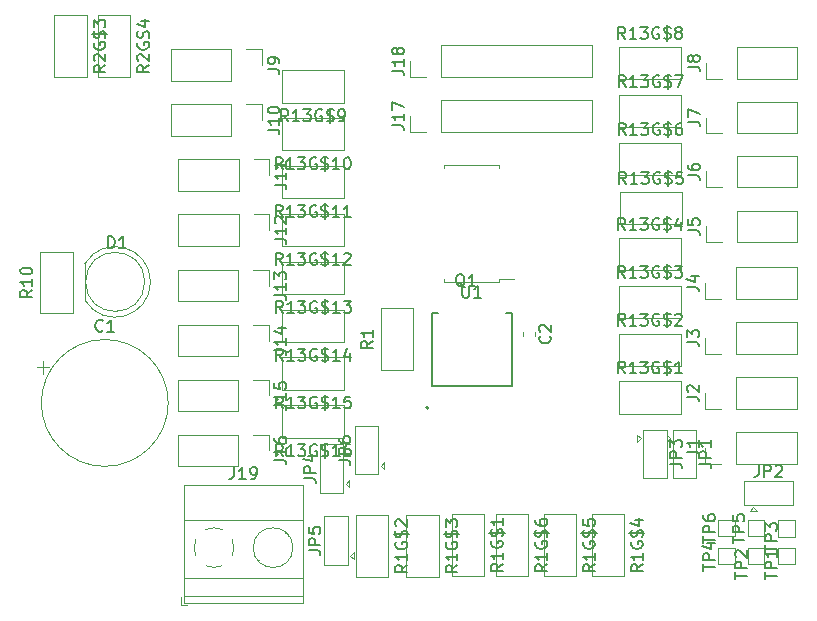
<source format=gbr>
%TF.GenerationSoftware,KiCad,Pcbnew,8.0.0*%
%TF.CreationDate,2024-03-18T09:38:17+09:00*%
%TF.ProjectId,240226_c1011_1_1_PCA9685,32343032-3236-45f6-9331-3031315f315f,rev?*%
%TF.SameCoordinates,Original*%
%TF.FileFunction,Legend,Top*%
%TF.FilePolarity,Positive*%
%FSLAX46Y46*%
G04 Gerber Fmt 4.6, Leading zero omitted, Abs format (unit mm)*
G04 Created by KiCad (PCBNEW 8.0.0) date 2024-03-18 09:38:17*
%MOMM*%
%LPD*%
G01*
G04 APERTURE LIST*
%ADD10C,0.150000*%
%ADD11C,0.120000*%
%ADD12C,0.127000*%
%ADD13C,0.200000*%
G04 APERTURE END LIST*
D10*
X166304761Y-101329819D02*
X165971428Y-100853628D01*
X165733333Y-101329819D02*
X165733333Y-100329819D01*
X165733333Y-100329819D02*
X166114285Y-100329819D01*
X166114285Y-100329819D02*
X166209523Y-100377438D01*
X166209523Y-100377438D02*
X166257142Y-100425057D01*
X166257142Y-100425057D02*
X166304761Y-100520295D01*
X166304761Y-100520295D02*
X166304761Y-100663152D01*
X166304761Y-100663152D02*
X166257142Y-100758390D01*
X166257142Y-100758390D02*
X166209523Y-100806009D01*
X166209523Y-100806009D02*
X166114285Y-100853628D01*
X166114285Y-100853628D02*
X165733333Y-100853628D01*
X167257142Y-101329819D02*
X166685714Y-101329819D01*
X166971428Y-101329819D02*
X166971428Y-100329819D01*
X166971428Y-100329819D02*
X166876190Y-100472676D01*
X166876190Y-100472676D02*
X166780952Y-100567914D01*
X166780952Y-100567914D02*
X166685714Y-100615533D01*
X167590476Y-100329819D02*
X168209523Y-100329819D01*
X168209523Y-100329819D02*
X167876190Y-100710771D01*
X167876190Y-100710771D02*
X168019047Y-100710771D01*
X168019047Y-100710771D02*
X168114285Y-100758390D01*
X168114285Y-100758390D02*
X168161904Y-100806009D01*
X168161904Y-100806009D02*
X168209523Y-100901247D01*
X168209523Y-100901247D02*
X168209523Y-101139342D01*
X168209523Y-101139342D02*
X168161904Y-101234580D01*
X168161904Y-101234580D02*
X168114285Y-101282200D01*
X168114285Y-101282200D02*
X168019047Y-101329819D01*
X168019047Y-101329819D02*
X167733333Y-101329819D01*
X167733333Y-101329819D02*
X167638095Y-101282200D01*
X167638095Y-101282200D02*
X167590476Y-101234580D01*
X169161904Y-100377438D02*
X169066666Y-100329819D01*
X169066666Y-100329819D02*
X168923809Y-100329819D01*
X168923809Y-100329819D02*
X168780952Y-100377438D01*
X168780952Y-100377438D02*
X168685714Y-100472676D01*
X168685714Y-100472676D02*
X168638095Y-100567914D01*
X168638095Y-100567914D02*
X168590476Y-100758390D01*
X168590476Y-100758390D02*
X168590476Y-100901247D01*
X168590476Y-100901247D02*
X168638095Y-101091723D01*
X168638095Y-101091723D02*
X168685714Y-101186961D01*
X168685714Y-101186961D02*
X168780952Y-101282200D01*
X168780952Y-101282200D02*
X168923809Y-101329819D01*
X168923809Y-101329819D02*
X169019047Y-101329819D01*
X169019047Y-101329819D02*
X169161904Y-101282200D01*
X169161904Y-101282200D02*
X169209523Y-101234580D01*
X169209523Y-101234580D02*
X169209523Y-100901247D01*
X169209523Y-100901247D02*
X169019047Y-100901247D01*
X169590476Y-101282200D02*
X169733333Y-101329819D01*
X169733333Y-101329819D02*
X169971428Y-101329819D01*
X169971428Y-101329819D02*
X170066666Y-101282200D01*
X170066666Y-101282200D02*
X170114285Y-101234580D01*
X170114285Y-101234580D02*
X170161904Y-101139342D01*
X170161904Y-101139342D02*
X170161904Y-101044104D01*
X170161904Y-101044104D02*
X170114285Y-100948866D01*
X170114285Y-100948866D02*
X170066666Y-100901247D01*
X170066666Y-100901247D02*
X169971428Y-100853628D01*
X169971428Y-100853628D02*
X169780952Y-100806009D01*
X169780952Y-100806009D02*
X169685714Y-100758390D01*
X169685714Y-100758390D02*
X169638095Y-100710771D01*
X169638095Y-100710771D02*
X169590476Y-100615533D01*
X169590476Y-100615533D02*
X169590476Y-100520295D01*
X169590476Y-100520295D02*
X169638095Y-100425057D01*
X169638095Y-100425057D02*
X169685714Y-100377438D01*
X169685714Y-100377438D02*
X169780952Y-100329819D01*
X169780952Y-100329819D02*
X170019047Y-100329819D01*
X170019047Y-100329819D02*
X170161904Y-100377438D01*
X169876190Y-100186961D02*
X169876190Y-101472676D01*
X171114285Y-101329819D02*
X170542857Y-101329819D01*
X170828571Y-101329819D02*
X170828571Y-100329819D01*
X170828571Y-100329819D02*
X170733333Y-100472676D01*
X170733333Y-100472676D02*
X170638095Y-100567914D01*
X170638095Y-100567914D02*
X170542857Y-100615533D01*
X137303571Y-88079819D02*
X136970238Y-87603628D01*
X136732143Y-88079819D02*
X136732143Y-87079819D01*
X136732143Y-87079819D02*
X137113095Y-87079819D01*
X137113095Y-87079819D02*
X137208333Y-87127438D01*
X137208333Y-87127438D02*
X137255952Y-87175057D01*
X137255952Y-87175057D02*
X137303571Y-87270295D01*
X137303571Y-87270295D02*
X137303571Y-87413152D01*
X137303571Y-87413152D02*
X137255952Y-87508390D01*
X137255952Y-87508390D02*
X137208333Y-87556009D01*
X137208333Y-87556009D02*
X137113095Y-87603628D01*
X137113095Y-87603628D02*
X136732143Y-87603628D01*
X138255952Y-88079819D02*
X137684524Y-88079819D01*
X137970238Y-88079819D02*
X137970238Y-87079819D01*
X137970238Y-87079819D02*
X137875000Y-87222676D01*
X137875000Y-87222676D02*
X137779762Y-87317914D01*
X137779762Y-87317914D02*
X137684524Y-87365533D01*
X138589286Y-87079819D02*
X139208333Y-87079819D01*
X139208333Y-87079819D02*
X138875000Y-87460771D01*
X138875000Y-87460771D02*
X139017857Y-87460771D01*
X139017857Y-87460771D02*
X139113095Y-87508390D01*
X139113095Y-87508390D02*
X139160714Y-87556009D01*
X139160714Y-87556009D02*
X139208333Y-87651247D01*
X139208333Y-87651247D02*
X139208333Y-87889342D01*
X139208333Y-87889342D02*
X139160714Y-87984580D01*
X139160714Y-87984580D02*
X139113095Y-88032200D01*
X139113095Y-88032200D02*
X139017857Y-88079819D01*
X139017857Y-88079819D02*
X138732143Y-88079819D01*
X138732143Y-88079819D02*
X138636905Y-88032200D01*
X138636905Y-88032200D02*
X138589286Y-87984580D01*
X140160714Y-87127438D02*
X140065476Y-87079819D01*
X140065476Y-87079819D02*
X139922619Y-87079819D01*
X139922619Y-87079819D02*
X139779762Y-87127438D01*
X139779762Y-87127438D02*
X139684524Y-87222676D01*
X139684524Y-87222676D02*
X139636905Y-87317914D01*
X139636905Y-87317914D02*
X139589286Y-87508390D01*
X139589286Y-87508390D02*
X139589286Y-87651247D01*
X139589286Y-87651247D02*
X139636905Y-87841723D01*
X139636905Y-87841723D02*
X139684524Y-87936961D01*
X139684524Y-87936961D02*
X139779762Y-88032200D01*
X139779762Y-88032200D02*
X139922619Y-88079819D01*
X139922619Y-88079819D02*
X140017857Y-88079819D01*
X140017857Y-88079819D02*
X140160714Y-88032200D01*
X140160714Y-88032200D02*
X140208333Y-87984580D01*
X140208333Y-87984580D02*
X140208333Y-87651247D01*
X140208333Y-87651247D02*
X140017857Y-87651247D01*
X140589286Y-88032200D02*
X140732143Y-88079819D01*
X140732143Y-88079819D02*
X140970238Y-88079819D01*
X140970238Y-88079819D02*
X141065476Y-88032200D01*
X141065476Y-88032200D02*
X141113095Y-87984580D01*
X141113095Y-87984580D02*
X141160714Y-87889342D01*
X141160714Y-87889342D02*
X141160714Y-87794104D01*
X141160714Y-87794104D02*
X141113095Y-87698866D01*
X141113095Y-87698866D02*
X141065476Y-87651247D01*
X141065476Y-87651247D02*
X140970238Y-87603628D01*
X140970238Y-87603628D02*
X140779762Y-87556009D01*
X140779762Y-87556009D02*
X140684524Y-87508390D01*
X140684524Y-87508390D02*
X140636905Y-87460771D01*
X140636905Y-87460771D02*
X140589286Y-87365533D01*
X140589286Y-87365533D02*
X140589286Y-87270295D01*
X140589286Y-87270295D02*
X140636905Y-87175057D01*
X140636905Y-87175057D02*
X140684524Y-87127438D01*
X140684524Y-87127438D02*
X140779762Y-87079819D01*
X140779762Y-87079819D02*
X141017857Y-87079819D01*
X141017857Y-87079819D02*
X141160714Y-87127438D01*
X140875000Y-86936961D02*
X140875000Y-88222676D01*
X142113095Y-88079819D02*
X141541667Y-88079819D01*
X141827381Y-88079819D02*
X141827381Y-87079819D01*
X141827381Y-87079819D02*
X141732143Y-87222676D01*
X141732143Y-87222676D02*
X141636905Y-87317914D01*
X141636905Y-87317914D02*
X141541667Y-87365533D01*
X143065476Y-88079819D02*
X142494048Y-88079819D01*
X142779762Y-88079819D02*
X142779762Y-87079819D01*
X142779762Y-87079819D02*
X142684524Y-87222676D01*
X142684524Y-87222676D02*
X142589286Y-87317914D01*
X142589286Y-87317914D02*
X142494048Y-87365533D01*
X137323571Y-104293819D02*
X136990238Y-103817628D01*
X136752143Y-104293819D02*
X136752143Y-103293819D01*
X136752143Y-103293819D02*
X137133095Y-103293819D01*
X137133095Y-103293819D02*
X137228333Y-103341438D01*
X137228333Y-103341438D02*
X137275952Y-103389057D01*
X137275952Y-103389057D02*
X137323571Y-103484295D01*
X137323571Y-103484295D02*
X137323571Y-103627152D01*
X137323571Y-103627152D02*
X137275952Y-103722390D01*
X137275952Y-103722390D02*
X137228333Y-103770009D01*
X137228333Y-103770009D02*
X137133095Y-103817628D01*
X137133095Y-103817628D02*
X136752143Y-103817628D01*
X138275952Y-104293819D02*
X137704524Y-104293819D01*
X137990238Y-104293819D02*
X137990238Y-103293819D01*
X137990238Y-103293819D02*
X137895000Y-103436676D01*
X137895000Y-103436676D02*
X137799762Y-103531914D01*
X137799762Y-103531914D02*
X137704524Y-103579533D01*
X138609286Y-103293819D02*
X139228333Y-103293819D01*
X139228333Y-103293819D02*
X138895000Y-103674771D01*
X138895000Y-103674771D02*
X139037857Y-103674771D01*
X139037857Y-103674771D02*
X139133095Y-103722390D01*
X139133095Y-103722390D02*
X139180714Y-103770009D01*
X139180714Y-103770009D02*
X139228333Y-103865247D01*
X139228333Y-103865247D02*
X139228333Y-104103342D01*
X139228333Y-104103342D02*
X139180714Y-104198580D01*
X139180714Y-104198580D02*
X139133095Y-104246200D01*
X139133095Y-104246200D02*
X139037857Y-104293819D01*
X139037857Y-104293819D02*
X138752143Y-104293819D01*
X138752143Y-104293819D02*
X138656905Y-104246200D01*
X138656905Y-104246200D02*
X138609286Y-104198580D01*
X140180714Y-103341438D02*
X140085476Y-103293819D01*
X140085476Y-103293819D02*
X139942619Y-103293819D01*
X139942619Y-103293819D02*
X139799762Y-103341438D01*
X139799762Y-103341438D02*
X139704524Y-103436676D01*
X139704524Y-103436676D02*
X139656905Y-103531914D01*
X139656905Y-103531914D02*
X139609286Y-103722390D01*
X139609286Y-103722390D02*
X139609286Y-103865247D01*
X139609286Y-103865247D02*
X139656905Y-104055723D01*
X139656905Y-104055723D02*
X139704524Y-104150961D01*
X139704524Y-104150961D02*
X139799762Y-104246200D01*
X139799762Y-104246200D02*
X139942619Y-104293819D01*
X139942619Y-104293819D02*
X140037857Y-104293819D01*
X140037857Y-104293819D02*
X140180714Y-104246200D01*
X140180714Y-104246200D02*
X140228333Y-104198580D01*
X140228333Y-104198580D02*
X140228333Y-103865247D01*
X140228333Y-103865247D02*
X140037857Y-103865247D01*
X140609286Y-104246200D02*
X140752143Y-104293819D01*
X140752143Y-104293819D02*
X140990238Y-104293819D01*
X140990238Y-104293819D02*
X141085476Y-104246200D01*
X141085476Y-104246200D02*
X141133095Y-104198580D01*
X141133095Y-104198580D02*
X141180714Y-104103342D01*
X141180714Y-104103342D02*
X141180714Y-104008104D01*
X141180714Y-104008104D02*
X141133095Y-103912866D01*
X141133095Y-103912866D02*
X141085476Y-103865247D01*
X141085476Y-103865247D02*
X140990238Y-103817628D01*
X140990238Y-103817628D02*
X140799762Y-103770009D01*
X140799762Y-103770009D02*
X140704524Y-103722390D01*
X140704524Y-103722390D02*
X140656905Y-103674771D01*
X140656905Y-103674771D02*
X140609286Y-103579533D01*
X140609286Y-103579533D02*
X140609286Y-103484295D01*
X140609286Y-103484295D02*
X140656905Y-103389057D01*
X140656905Y-103389057D02*
X140704524Y-103341438D01*
X140704524Y-103341438D02*
X140799762Y-103293819D01*
X140799762Y-103293819D02*
X141037857Y-103293819D01*
X141037857Y-103293819D02*
X141180714Y-103341438D01*
X140895000Y-103150961D02*
X140895000Y-104436676D01*
X142133095Y-104293819D02*
X141561667Y-104293819D01*
X141847381Y-104293819D02*
X141847381Y-103293819D01*
X141847381Y-103293819D02*
X141752143Y-103436676D01*
X141752143Y-103436676D02*
X141656905Y-103531914D01*
X141656905Y-103531914D02*
X141561667Y-103579533D01*
X143037857Y-103293819D02*
X142561667Y-103293819D01*
X142561667Y-103293819D02*
X142514048Y-103770009D01*
X142514048Y-103770009D02*
X142561667Y-103722390D01*
X142561667Y-103722390D02*
X142656905Y-103674771D01*
X142656905Y-103674771D02*
X142895000Y-103674771D01*
X142895000Y-103674771D02*
X142990238Y-103722390D01*
X142990238Y-103722390D02*
X143037857Y-103770009D01*
X143037857Y-103770009D02*
X143085476Y-103865247D01*
X143085476Y-103865247D02*
X143085476Y-104103342D01*
X143085476Y-104103342D02*
X143037857Y-104198580D01*
X143037857Y-104198580D02*
X142990238Y-104246200D01*
X142990238Y-104246200D02*
X142895000Y-104293819D01*
X142895000Y-104293819D02*
X142656905Y-104293819D01*
X142656905Y-104293819D02*
X142561667Y-104246200D01*
X142561667Y-104246200D02*
X142514048Y-104198580D01*
X137323571Y-96193819D02*
X136990238Y-95717628D01*
X136752143Y-96193819D02*
X136752143Y-95193819D01*
X136752143Y-95193819D02*
X137133095Y-95193819D01*
X137133095Y-95193819D02*
X137228333Y-95241438D01*
X137228333Y-95241438D02*
X137275952Y-95289057D01*
X137275952Y-95289057D02*
X137323571Y-95384295D01*
X137323571Y-95384295D02*
X137323571Y-95527152D01*
X137323571Y-95527152D02*
X137275952Y-95622390D01*
X137275952Y-95622390D02*
X137228333Y-95670009D01*
X137228333Y-95670009D02*
X137133095Y-95717628D01*
X137133095Y-95717628D02*
X136752143Y-95717628D01*
X138275952Y-96193819D02*
X137704524Y-96193819D01*
X137990238Y-96193819D02*
X137990238Y-95193819D01*
X137990238Y-95193819D02*
X137895000Y-95336676D01*
X137895000Y-95336676D02*
X137799762Y-95431914D01*
X137799762Y-95431914D02*
X137704524Y-95479533D01*
X138609286Y-95193819D02*
X139228333Y-95193819D01*
X139228333Y-95193819D02*
X138895000Y-95574771D01*
X138895000Y-95574771D02*
X139037857Y-95574771D01*
X139037857Y-95574771D02*
X139133095Y-95622390D01*
X139133095Y-95622390D02*
X139180714Y-95670009D01*
X139180714Y-95670009D02*
X139228333Y-95765247D01*
X139228333Y-95765247D02*
X139228333Y-96003342D01*
X139228333Y-96003342D02*
X139180714Y-96098580D01*
X139180714Y-96098580D02*
X139133095Y-96146200D01*
X139133095Y-96146200D02*
X139037857Y-96193819D01*
X139037857Y-96193819D02*
X138752143Y-96193819D01*
X138752143Y-96193819D02*
X138656905Y-96146200D01*
X138656905Y-96146200D02*
X138609286Y-96098580D01*
X140180714Y-95241438D02*
X140085476Y-95193819D01*
X140085476Y-95193819D02*
X139942619Y-95193819D01*
X139942619Y-95193819D02*
X139799762Y-95241438D01*
X139799762Y-95241438D02*
X139704524Y-95336676D01*
X139704524Y-95336676D02*
X139656905Y-95431914D01*
X139656905Y-95431914D02*
X139609286Y-95622390D01*
X139609286Y-95622390D02*
X139609286Y-95765247D01*
X139609286Y-95765247D02*
X139656905Y-95955723D01*
X139656905Y-95955723D02*
X139704524Y-96050961D01*
X139704524Y-96050961D02*
X139799762Y-96146200D01*
X139799762Y-96146200D02*
X139942619Y-96193819D01*
X139942619Y-96193819D02*
X140037857Y-96193819D01*
X140037857Y-96193819D02*
X140180714Y-96146200D01*
X140180714Y-96146200D02*
X140228333Y-96098580D01*
X140228333Y-96098580D02*
X140228333Y-95765247D01*
X140228333Y-95765247D02*
X140037857Y-95765247D01*
X140609286Y-96146200D02*
X140752143Y-96193819D01*
X140752143Y-96193819D02*
X140990238Y-96193819D01*
X140990238Y-96193819D02*
X141085476Y-96146200D01*
X141085476Y-96146200D02*
X141133095Y-96098580D01*
X141133095Y-96098580D02*
X141180714Y-96003342D01*
X141180714Y-96003342D02*
X141180714Y-95908104D01*
X141180714Y-95908104D02*
X141133095Y-95812866D01*
X141133095Y-95812866D02*
X141085476Y-95765247D01*
X141085476Y-95765247D02*
X140990238Y-95717628D01*
X140990238Y-95717628D02*
X140799762Y-95670009D01*
X140799762Y-95670009D02*
X140704524Y-95622390D01*
X140704524Y-95622390D02*
X140656905Y-95574771D01*
X140656905Y-95574771D02*
X140609286Y-95479533D01*
X140609286Y-95479533D02*
X140609286Y-95384295D01*
X140609286Y-95384295D02*
X140656905Y-95289057D01*
X140656905Y-95289057D02*
X140704524Y-95241438D01*
X140704524Y-95241438D02*
X140799762Y-95193819D01*
X140799762Y-95193819D02*
X141037857Y-95193819D01*
X141037857Y-95193819D02*
X141180714Y-95241438D01*
X140895000Y-95050961D02*
X140895000Y-96336676D01*
X142133095Y-96193819D02*
X141561667Y-96193819D01*
X141847381Y-96193819D02*
X141847381Y-95193819D01*
X141847381Y-95193819D02*
X141752143Y-95336676D01*
X141752143Y-95336676D02*
X141656905Y-95431914D01*
X141656905Y-95431914D02*
X141561667Y-95479533D01*
X142466429Y-95193819D02*
X143085476Y-95193819D01*
X143085476Y-95193819D02*
X142752143Y-95574771D01*
X142752143Y-95574771D02*
X142895000Y-95574771D01*
X142895000Y-95574771D02*
X142990238Y-95622390D01*
X142990238Y-95622390D02*
X143037857Y-95670009D01*
X143037857Y-95670009D02*
X143085476Y-95765247D01*
X143085476Y-95765247D02*
X143085476Y-96003342D01*
X143085476Y-96003342D02*
X143037857Y-96098580D01*
X143037857Y-96098580D02*
X142990238Y-96146200D01*
X142990238Y-96146200D02*
X142895000Y-96193819D01*
X142895000Y-96193819D02*
X142609286Y-96193819D01*
X142609286Y-96193819D02*
X142514048Y-96146200D01*
X142514048Y-96146200D02*
X142466429Y-96098580D01*
X172604819Y-108958333D02*
X173319104Y-108958333D01*
X173319104Y-108958333D02*
X173461961Y-109005952D01*
X173461961Y-109005952D02*
X173557200Y-109101190D01*
X173557200Y-109101190D02*
X173604819Y-109244047D01*
X173604819Y-109244047D02*
X173604819Y-109339285D01*
X173604819Y-108482142D02*
X172604819Y-108482142D01*
X172604819Y-108482142D02*
X172604819Y-108101190D01*
X172604819Y-108101190D02*
X172652438Y-108005952D01*
X172652438Y-108005952D02*
X172700057Y-107958333D01*
X172700057Y-107958333D02*
X172795295Y-107910714D01*
X172795295Y-107910714D02*
X172938152Y-107910714D01*
X172938152Y-107910714D02*
X173033390Y-107958333D01*
X173033390Y-107958333D02*
X173081009Y-108005952D01*
X173081009Y-108005952D02*
X173128628Y-108101190D01*
X173128628Y-108101190D02*
X173128628Y-108482142D01*
X173604819Y-106958333D02*
X173604819Y-107529761D01*
X173604819Y-107244047D02*
X172604819Y-107244047D01*
X172604819Y-107244047D02*
X172747676Y-107339285D01*
X172747676Y-107339285D02*
X172842914Y-107434523D01*
X172842914Y-107434523D02*
X172890533Y-107529761D01*
X142054819Y-108658333D02*
X142769104Y-108658333D01*
X142769104Y-108658333D02*
X142911961Y-108705952D01*
X142911961Y-108705952D02*
X143007200Y-108801190D01*
X143007200Y-108801190D02*
X143054819Y-108944047D01*
X143054819Y-108944047D02*
X143054819Y-109039285D01*
X143054819Y-108182142D02*
X142054819Y-108182142D01*
X142054819Y-108182142D02*
X142054819Y-107801190D01*
X142054819Y-107801190D02*
X142102438Y-107705952D01*
X142102438Y-107705952D02*
X142150057Y-107658333D01*
X142150057Y-107658333D02*
X142245295Y-107610714D01*
X142245295Y-107610714D02*
X142388152Y-107610714D01*
X142388152Y-107610714D02*
X142483390Y-107658333D01*
X142483390Y-107658333D02*
X142531009Y-107705952D01*
X142531009Y-107705952D02*
X142578628Y-107801190D01*
X142578628Y-107801190D02*
X142578628Y-108182142D01*
X142054819Y-106753571D02*
X142054819Y-106944047D01*
X142054819Y-106944047D02*
X142102438Y-107039285D01*
X142102438Y-107039285D02*
X142150057Y-107086904D01*
X142150057Y-107086904D02*
X142292914Y-107182142D01*
X142292914Y-107182142D02*
X142483390Y-107229761D01*
X142483390Y-107229761D02*
X142864342Y-107229761D01*
X142864342Y-107229761D02*
X142959580Y-107182142D01*
X142959580Y-107182142D02*
X143007200Y-107134523D01*
X143007200Y-107134523D02*
X143054819Y-107039285D01*
X143054819Y-107039285D02*
X143054819Y-106848809D01*
X143054819Y-106848809D02*
X143007200Y-106753571D01*
X143007200Y-106753571D02*
X142959580Y-106705952D01*
X142959580Y-106705952D02*
X142864342Y-106658333D01*
X142864342Y-106658333D02*
X142626247Y-106658333D01*
X142626247Y-106658333D02*
X142531009Y-106705952D01*
X142531009Y-106705952D02*
X142483390Y-106753571D01*
X142483390Y-106753571D02*
X142435771Y-106848809D01*
X142435771Y-106848809D02*
X142435771Y-107039285D01*
X142435771Y-107039285D02*
X142483390Y-107134523D01*
X142483390Y-107134523D02*
X142531009Y-107182142D01*
X142531009Y-107182142D02*
X142626247Y-107229761D01*
X178156819Y-118736904D02*
X178156819Y-118165476D01*
X179156819Y-118451190D02*
X178156819Y-118451190D01*
X179156819Y-117832142D02*
X178156819Y-117832142D01*
X178156819Y-117832142D02*
X178156819Y-117451190D01*
X178156819Y-117451190D02*
X178204438Y-117355952D01*
X178204438Y-117355952D02*
X178252057Y-117308333D01*
X178252057Y-117308333D02*
X178347295Y-117260714D01*
X178347295Y-117260714D02*
X178490152Y-117260714D01*
X178490152Y-117260714D02*
X178585390Y-117308333D01*
X178585390Y-117308333D02*
X178633009Y-117355952D01*
X178633009Y-117355952D02*
X178680628Y-117451190D01*
X178680628Y-117451190D02*
X178680628Y-117832142D01*
X179156819Y-116308333D02*
X179156819Y-116879761D01*
X179156819Y-116594047D02*
X178156819Y-116594047D01*
X178156819Y-116594047D02*
X178299676Y-116689285D01*
X178299676Y-116689285D02*
X178394914Y-116784523D01*
X178394914Y-116784523D02*
X178442533Y-116879761D01*
X166349761Y-77085819D02*
X166016428Y-76609628D01*
X165778333Y-77085819D02*
X165778333Y-76085819D01*
X165778333Y-76085819D02*
X166159285Y-76085819D01*
X166159285Y-76085819D02*
X166254523Y-76133438D01*
X166254523Y-76133438D02*
X166302142Y-76181057D01*
X166302142Y-76181057D02*
X166349761Y-76276295D01*
X166349761Y-76276295D02*
X166349761Y-76419152D01*
X166349761Y-76419152D02*
X166302142Y-76514390D01*
X166302142Y-76514390D02*
X166254523Y-76562009D01*
X166254523Y-76562009D02*
X166159285Y-76609628D01*
X166159285Y-76609628D02*
X165778333Y-76609628D01*
X167302142Y-77085819D02*
X166730714Y-77085819D01*
X167016428Y-77085819D02*
X167016428Y-76085819D01*
X167016428Y-76085819D02*
X166921190Y-76228676D01*
X166921190Y-76228676D02*
X166825952Y-76323914D01*
X166825952Y-76323914D02*
X166730714Y-76371533D01*
X167635476Y-76085819D02*
X168254523Y-76085819D01*
X168254523Y-76085819D02*
X167921190Y-76466771D01*
X167921190Y-76466771D02*
X168064047Y-76466771D01*
X168064047Y-76466771D02*
X168159285Y-76514390D01*
X168159285Y-76514390D02*
X168206904Y-76562009D01*
X168206904Y-76562009D02*
X168254523Y-76657247D01*
X168254523Y-76657247D02*
X168254523Y-76895342D01*
X168254523Y-76895342D02*
X168206904Y-76990580D01*
X168206904Y-76990580D02*
X168159285Y-77038200D01*
X168159285Y-77038200D02*
X168064047Y-77085819D01*
X168064047Y-77085819D02*
X167778333Y-77085819D01*
X167778333Y-77085819D02*
X167683095Y-77038200D01*
X167683095Y-77038200D02*
X167635476Y-76990580D01*
X169206904Y-76133438D02*
X169111666Y-76085819D01*
X169111666Y-76085819D02*
X168968809Y-76085819D01*
X168968809Y-76085819D02*
X168825952Y-76133438D01*
X168825952Y-76133438D02*
X168730714Y-76228676D01*
X168730714Y-76228676D02*
X168683095Y-76323914D01*
X168683095Y-76323914D02*
X168635476Y-76514390D01*
X168635476Y-76514390D02*
X168635476Y-76657247D01*
X168635476Y-76657247D02*
X168683095Y-76847723D01*
X168683095Y-76847723D02*
X168730714Y-76942961D01*
X168730714Y-76942961D02*
X168825952Y-77038200D01*
X168825952Y-77038200D02*
X168968809Y-77085819D01*
X168968809Y-77085819D02*
X169064047Y-77085819D01*
X169064047Y-77085819D02*
X169206904Y-77038200D01*
X169206904Y-77038200D02*
X169254523Y-76990580D01*
X169254523Y-76990580D02*
X169254523Y-76657247D01*
X169254523Y-76657247D02*
X169064047Y-76657247D01*
X169635476Y-77038200D02*
X169778333Y-77085819D01*
X169778333Y-77085819D02*
X170016428Y-77085819D01*
X170016428Y-77085819D02*
X170111666Y-77038200D01*
X170111666Y-77038200D02*
X170159285Y-76990580D01*
X170159285Y-76990580D02*
X170206904Y-76895342D01*
X170206904Y-76895342D02*
X170206904Y-76800104D01*
X170206904Y-76800104D02*
X170159285Y-76704866D01*
X170159285Y-76704866D02*
X170111666Y-76657247D01*
X170111666Y-76657247D02*
X170016428Y-76609628D01*
X170016428Y-76609628D02*
X169825952Y-76562009D01*
X169825952Y-76562009D02*
X169730714Y-76514390D01*
X169730714Y-76514390D02*
X169683095Y-76466771D01*
X169683095Y-76466771D02*
X169635476Y-76371533D01*
X169635476Y-76371533D02*
X169635476Y-76276295D01*
X169635476Y-76276295D02*
X169683095Y-76181057D01*
X169683095Y-76181057D02*
X169730714Y-76133438D01*
X169730714Y-76133438D02*
X169825952Y-76085819D01*
X169825952Y-76085819D02*
X170064047Y-76085819D01*
X170064047Y-76085819D02*
X170206904Y-76133438D01*
X169921190Y-75942961D02*
X169921190Y-77228676D01*
X170540238Y-76085819D02*
X171206904Y-76085819D01*
X171206904Y-76085819D02*
X170778333Y-77085819D01*
X137779761Y-79979819D02*
X137446428Y-79503628D01*
X137208333Y-79979819D02*
X137208333Y-78979819D01*
X137208333Y-78979819D02*
X137589285Y-78979819D01*
X137589285Y-78979819D02*
X137684523Y-79027438D01*
X137684523Y-79027438D02*
X137732142Y-79075057D01*
X137732142Y-79075057D02*
X137779761Y-79170295D01*
X137779761Y-79170295D02*
X137779761Y-79313152D01*
X137779761Y-79313152D02*
X137732142Y-79408390D01*
X137732142Y-79408390D02*
X137684523Y-79456009D01*
X137684523Y-79456009D02*
X137589285Y-79503628D01*
X137589285Y-79503628D02*
X137208333Y-79503628D01*
X138732142Y-79979819D02*
X138160714Y-79979819D01*
X138446428Y-79979819D02*
X138446428Y-78979819D01*
X138446428Y-78979819D02*
X138351190Y-79122676D01*
X138351190Y-79122676D02*
X138255952Y-79217914D01*
X138255952Y-79217914D02*
X138160714Y-79265533D01*
X139065476Y-78979819D02*
X139684523Y-78979819D01*
X139684523Y-78979819D02*
X139351190Y-79360771D01*
X139351190Y-79360771D02*
X139494047Y-79360771D01*
X139494047Y-79360771D02*
X139589285Y-79408390D01*
X139589285Y-79408390D02*
X139636904Y-79456009D01*
X139636904Y-79456009D02*
X139684523Y-79551247D01*
X139684523Y-79551247D02*
X139684523Y-79789342D01*
X139684523Y-79789342D02*
X139636904Y-79884580D01*
X139636904Y-79884580D02*
X139589285Y-79932200D01*
X139589285Y-79932200D02*
X139494047Y-79979819D01*
X139494047Y-79979819D02*
X139208333Y-79979819D01*
X139208333Y-79979819D02*
X139113095Y-79932200D01*
X139113095Y-79932200D02*
X139065476Y-79884580D01*
X140636904Y-79027438D02*
X140541666Y-78979819D01*
X140541666Y-78979819D02*
X140398809Y-78979819D01*
X140398809Y-78979819D02*
X140255952Y-79027438D01*
X140255952Y-79027438D02*
X140160714Y-79122676D01*
X140160714Y-79122676D02*
X140113095Y-79217914D01*
X140113095Y-79217914D02*
X140065476Y-79408390D01*
X140065476Y-79408390D02*
X140065476Y-79551247D01*
X140065476Y-79551247D02*
X140113095Y-79741723D01*
X140113095Y-79741723D02*
X140160714Y-79836961D01*
X140160714Y-79836961D02*
X140255952Y-79932200D01*
X140255952Y-79932200D02*
X140398809Y-79979819D01*
X140398809Y-79979819D02*
X140494047Y-79979819D01*
X140494047Y-79979819D02*
X140636904Y-79932200D01*
X140636904Y-79932200D02*
X140684523Y-79884580D01*
X140684523Y-79884580D02*
X140684523Y-79551247D01*
X140684523Y-79551247D02*
X140494047Y-79551247D01*
X141065476Y-79932200D02*
X141208333Y-79979819D01*
X141208333Y-79979819D02*
X141446428Y-79979819D01*
X141446428Y-79979819D02*
X141541666Y-79932200D01*
X141541666Y-79932200D02*
X141589285Y-79884580D01*
X141589285Y-79884580D02*
X141636904Y-79789342D01*
X141636904Y-79789342D02*
X141636904Y-79694104D01*
X141636904Y-79694104D02*
X141589285Y-79598866D01*
X141589285Y-79598866D02*
X141541666Y-79551247D01*
X141541666Y-79551247D02*
X141446428Y-79503628D01*
X141446428Y-79503628D02*
X141255952Y-79456009D01*
X141255952Y-79456009D02*
X141160714Y-79408390D01*
X141160714Y-79408390D02*
X141113095Y-79360771D01*
X141113095Y-79360771D02*
X141065476Y-79265533D01*
X141065476Y-79265533D02*
X141065476Y-79170295D01*
X141065476Y-79170295D02*
X141113095Y-79075057D01*
X141113095Y-79075057D02*
X141160714Y-79027438D01*
X141160714Y-79027438D02*
X141255952Y-78979819D01*
X141255952Y-78979819D02*
X141494047Y-78979819D01*
X141494047Y-78979819D02*
X141636904Y-79027438D01*
X141351190Y-78836961D02*
X141351190Y-80122676D01*
X142113095Y-79979819D02*
X142303571Y-79979819D01*
X142303571Y-79979819D02*
X142398809Y-79932200D01*
X142398809Y-79932200D02*
X142446428Y-79884580D01*
X142446428Y-79884580D02*
X142541666Y-79741723D01*
X142541666Y-79741723D02*
X142589285Y-79551247D01*
X142589285Y-79551247D02*
X142589285Y-79170295D01*
X142589285Y-79170295D02*
X142541666Y-79075057D01*
X142541666Y-79075057D02*
X142494047Y-79027438D01*
X142494047Y-79027438D02*
X142398809Y-78979819D01*
X142398809Y-78979819D02*
X142208333Y-78979819D01*
X142208333Y-78979819D02*
X142113095Y-79027438D01*
X142113095Y-79027438D02*
X142065476Y-79075057D01*
X142065476Y-79075057D02*
X142017857Y-79170295D01*
X142017857Y-79170295D02*
X142017857Y-79408390D01*
X142017857Y-79408390D02*
X142065476Y-79503628D01*
X142065476Y-79503628D02*
X142113095Y-79551247D01*
X142113095Y-79551247D02*
X142208333Y-79598866D01*
X142208333Y-79598866D02*
X142398809Y-79598866D01*
X142398809Y-79598866D02*
X142494047Y-79551247D01*
X142494047Y-79551247D02*
X142541666Y-79503628D01*
X142541666Y-79503628D02*
X142589285Y-79408390D01*
X136634819Y-89984523D02*
X137349104Y-89984523D01*
X137349104Y-89984523D02*
X137491961Y-90032142D01*
X137491961Y-90032142D02*
X137587200Y-90127380D01*
X137587200Y-90127380D02*
X137634819Y-90270237D01*
X137634819Y-90270237D02*
X137634819Y-90365475D01*
X137634819Y-88984523D02*
X137634819Y-89555951D01*
X137634819Y-89270237D02*
X136634819Y-89270237D01*
X136634819Y-89270237D02*
X136777676Y-89365475D01*
X136777676Y-89365475D02*
X136872914Y-89460713D01*
X136872914Y-89460713D02*
X136920533Y-89555951D01*
X136730057Y-88603570D02*
X136682438Y-88555951D01*
X136682438Y-88555951D02*
X136634819Y-88460713D01*
X136634819Y-88460713D02*
X136634819Y-88222618D01*
X136634819Y-88222618D02*
X136682438Y-88127380D01*
X136682438Y-88127380D02*
X136730057Y-88079761D01*
X136730057Y-88079761D02*
X136825295Y-88032142D01*
X136825295Y-88032142D02*
X136920533Y-88032142D01*
X136920533Y-88032142D02*
X137063390Y-88079761D01*
X137063390Y-88079761D02*
X137634819Y-88651189D01*
X137634819Y-88651189D02*
X137634819Y-88032142D01*
X139504819Y-116308333D02*
X140219104Y-116308333D01*
X140219104Y-116308333D02*
X140361961Y-116355952D01*
X140361961Y-116355952D02*
X140457200Y-116451190D01*
X140457200Y-116451190D02*
X140504819Y-116594047D01*
X140504819Y-116594047D02*
X140504819Y-116689285D01*
X140504819Y-115832142D02*
X139504819Y-115832142D01*
X139504819Y-115832142D02*
X139504819Y-115451190D01*
X139504819Y-115451190D02*
X139552438Y-115355952D01*
X139552438Y-115355952D02*
X139600057Y-115308333D01*
X139600057Y-115308333D02*
X139695295Y-115260714D01*
X139695295Y-115260714D02*
X139838152Y-115260714D01*
X139838152Y-115260714D02*
X139933390Y-115308333D01*
X139933390Y-115308333D02*
X139981009Y-115355952D01*
X139981009Y-115355952D02*
X140028628Y-115451190D01*
X140028628Y-115451190D02*
X140028628Y-115832142D01*
X139504819Y-114355952D02*
X139504819Y-114832142D01*
X139504819Y-114832142D02*
X139981009Y-114879761D01*
X139981009Y-114879761D02*
X139933390Y-114832142D01*
X139933390Y-114832142D02*
X139885771Y-114736904D01*
X139885771Y-114736904D02*
X139885771Y-114498809D01*
X139885771Y-114498809D02*
X139933390Y-114403571D01*
X139933390Y-114403571D02*
X139981009Y-114355952D01*
X139981009Y-114355952D02*
X140076247Y-114308333D01*
X140076247Y-114308333D02*
X140314342Y-114308333D01*
X140314342Y-114308333D02*
X140409580Y-114355952D01*
X140409580Y-114355952D02*
X140457200Y-114403571D01*
X140457200Y-114403571D02*
X140504819Y-114498809D01*
X140504819Y-114498809D02*
X140504819Y-114736904D01*
X140504819Y-114736904D02*
X140457200Y-114832142D01*
X140457200Y-114832142D02*
X140409580Y-114879761D01*
X170104819Y-108958333D02*
X170819104Y-108958333D01*
X170819104Y-108958333D02*
X170961961Y-109005952D01*
X170961961Y-109005952D02*
X171057200Y-109101190D01*
X171057200Y-109101190D02*
X171104819Y-109244047D01*
X171104819Y-109244047D02*
X171104819Y-109339285D01*
X171104819Y-108482142D02*
X170104819Y-108482142D01*
X170104819Y-108482142D02*
X170104819Y-108101190D01*
X170104819Y-108101190D02*
X170152438Y-108005952D01*
X170152438Y-108005952D02*
X170200057Y-107958333D01*
X170200057Y-107958333D02*
X170295295Y-107910714D01*
X170295295Y-107910714D02*
X170438152Y-107910714D01*
X170438152Y-107910714D02*
X170533390Y-107958333D01*
X170533390Y-107958333D02*
X170581009Y-108005952D01*
X170581009Y-108005952D02*
X170628628Y-108101190D01*
X170628628Y-108101190D02*
X170628628Y-108482142D01*
X170104819Y-107577380D02*
X170104819Y-106958333D01*
X170104819Y-106958333D02*
X170485771Y-107291666D01*
X170485771Y-107291666D02*
X170485771Y-107148809D01*
X170485771Y-107148809D02*
X170533390Y-107053571D01*
X170533390Y-107053571D02*
X170581009Y-107005952D01*
X170581009Y-107005952D02*
X170676247Y-106958333D01*
X170676247Y-106958333D02*
X170914342Y-106958333D01*
X170914342Y-106958333D02*
X171009580Y-107005952D01*
X171009580Y-107005952D02*
X171057200Y-107053571D01*
X171057200Y-107053571D02*
X171104819Y-107148809D01*
X171104819Y-107148809D02*
X171104819Y-107434523D01*
X171104819Y-107434523D02*
X171057200Y-107529761D01*
X171057200Y-107529761D02*
X171009580Y-107577380D01*
X126004819Y-75244047D02*
X125528628Y-75577380D01*
X126004819Y-75815475D02*
X125004819Y-75815475D01*
X125004819Y-75815475D02*
X125004819Y-75434523D01*
X125004819Y-75434523D02*
X125052438Y-75339285D01*
X125052438Y-75339285D02*
X125100057Y-75291666D01*
X125100057Y-75291666D02*
X125195295Y-75244047D01*
X125195295Y-75244047D02*
X125338152Y-75244047D01*
X125338152Y-75244047D02*
X125433390Y-75291666D01*
X125433390Y-75291666D02*
X125481009Y-75339285D01*
X125481009Y-75339285D02*
X125528628Y-75434523D01*
X125528628Y-75434523D02*
X125528628Y-75815475D01*
X125100057Y-74863094D02*
X125052438Y-74815475D01*
X125052438Y-74815475D02*
X125004819Y-74720237D01*
X125004819Y-74720237D02*
X125004819Y-74482142D01*
X125004819Y-74482142D02*
X125052438Y-74386904D01*
X125052438Y-74386904D02*
X125100057Y-74339285D01*
X125100057Y-74339285D02*
X125195295Y-74291666D01*
X125195295Y-74291666D02*
X125290533Y-74291666D01*
X125290533Y-74291666D02*
X125433390Y-74339285D01*
X125433390Y-74339285D02*
X126004819Y-74910713D01*
X126004819Y-74910713D02*
X126004819Y-74291666D01*
X125052438Y-73339285D02*
X125004819Y-73434523D01*
X125004819Y-73434523D02*
X125004819Y-73577380D01*
X125004819Y-73577380D02*
X125052438Y-73720237D01*
X125052438Y-73720237D02*
X125147676Y-73815475D01*
X125147676Y-73815475D02*
X125242914Y-73863094D01*
X125242914Y-73863094D02*
X125433390Y-73910713D01*
X125433390Y-73910713D02*
X125576247Y-73910713D01*
X125576247Y-73910713D02*
X125766723Y-73863094D01*
X125766723Y-73863094D02*
X125861961Y-73815475D01*
X125861961Y-73815475D02*
X125957200Y-73720237D01*
X125957200Y-73720237D02*
X126004819Y-73577380D01*
X126004819Y-73577380D02*
X126004819Y-73482142D01*
X126004819Y-73482142D02*
X125957200Y-73339285D01*
X125957200Y-73339285D02*
X125909580Y-73291666D01*
X125909580Y-73291666D02*
X125576247Y-73291666D01*
X125576247Y-73291666D02*
X125576247Y-73482142D01*
X125957200Y-72910713D02*
X126004819Y-72767856D01*
X126004819Y-72767856D02*
X126004819Y-72529761D01*
X126004819Y-72529761D02*
X125957200Y-72434523D01*
X125957200Y-72434523D02*
X125909580Y-72386904D01*
X125909580Y-72386904D02*
X125814342Y-72339285D01*
X125814342Y-72339285D02*
X125719104Y-72339285D01*
X125719104Y-72339285D02*
X125623866Y-72386904D01*
X125623866Y-72386904D02*
X125576247Y-72434523D01*
X125576247Y-72434523D02*
X125528628Y-72529761D01*
X125528628Y-72529761D02*
X125481009Y-72720237D01*
X125481009Y-72720237D02*
X125433390Y-72815475D01*
X125433390Y-72815475D02*
X125385771Y-72863094D01*
X125385771Y-72863094D02*
X125290533Y-72910713D01*
X125290533Y-72910713D02*
X125195295Y-72910713D01*
X125195295Y-72910713D02*
X125100057Y-72863094D01*
X125100057Y-72863094D02*
X125052438Y-72815475D01*
X125052438Y-72815475D02*
X125004819Y-72720237D01*
X125004819Y-72720237D02*
X125004819Y-72482142D01*
X125004819Y-72482142D02*
X125052438Y-72339285D01*
X125338152Y-71482142D02*
X126004819Y-71482142D01*
X124957200Y-71720237D02*
X125671485Y-71958332D01*
X125671485Y-71958332D02*
X125671485Y-71339285D01*
X166311261Y-72997819D02*
X165977928Y-72521628D01*
X165739833Y-72997819D02*
X165739833Y-71997819D01*
X165739833Y-71997819D02*
X166120785Y-71997819D01*
X166120785Y-71997819D02*
X166216023Y-72045438D01*
X166216023Y-72045438D02*
X166263642Y-72093057D01*
X166263642Y-72093057D02*
X166311261Y-72188295D01*
X166311261Y-72188295D02*
X166311261Y-72331152D01*
X166311261Y-72331152D02*
X166263642Y-72426390D01*
X166263642Y-72426390D02*
X166216023Y-72474009D01*
X166216023Y-72474009D02*
X166120785Y-72521628D01*
X166120785Y-72521628D02*
X165739833Y-72521628D01*
X167263642Y-72997819D02*
X166692214Y-72997819D01*
X166977928Y-72997819D02*
X166977928Y-71997819D01*
X166977928Y-71997819D02*
X166882690Y-72140676D01*
X166882690Y-72140676D02*
X166787452Y-72235914D01*
X166787452Y-72235914D02*
X166692214Y-72283533D01*
X167596976Y-71997819D02*
X168216023Y-71997819D01*
X168216023Y-71997819D02*
X167882690Y-72378771D01*
X167882690Y-72378771D02*
X168025547Y-72378771D01*
X168025547Y-72378771D02*
X168120785Y-72426390D01*
X168120785Y-72426390D02*
X168168404Y-72474009D01*
X168168404Y-72474009D02*
X168216023Y-72569247D01*
X168216023Y-72569247D02*
X168216023Y-72807342D01*
X168216023Y-72807342D02*
X168168404Y-72902580D01*
X168168404Y-72902580D02*
X168120785Y-72950200D01*
X168120785Y-72950200D02*
X168025547Y-72997819D01*
X168025547Y-72997819D02*
X167739833Y-72997819D01*
X167739833Y-72997819D02*
X167644595Y-72950200D01*
X167644595Y-72950200D02*
X167596976Y-72902580D01*
X169168404Y-72045438D02*
X169073166Y-71997819D01*
X169073166Y-71997819D02*
X168930309Y-71997819D01*
X168930309Y-71997819D02*
X168787452Y-72045438D01*
X168787452Y-72045438D02*
X168692214Y-72140676D01*
X168692214Y-72140676D02*
X168644595Y-72235914D01*
X168644595Y-72235914D02*
X168596976Y-72426390D01*
X168596976Y-72426390D02*
X168596976Y-72569247D01*
X168596976Y-72569247D02*
X168644595Y-72759723D01*
X168644595Y-72759723D02*
X168692214Y-72854961D01*
X168692214Y-72854961D02*
X168787452Y-72950200D01*
X168787452Y-72950200D02*
X168930309Y-72997819D01*
X168930309Y-72997819D02*
X169025547Y-72997819D01*
X169025547Y-72997819D02*
X169168404Y-72950200D01*
X169168404Y-72950200D02*
X169216023Y-72902580D01*
X169216023Y-72902580D02*
X169216023Y-72569247D01*
X169216023Y-72569247D02*
X169025547Y-72569247D01*
X169596976Y-72950200D02*
X169739833Y-72997819D01*
X169739833Y-72997819D02*
X169977928Y-72997819D01*
X169977928Y-72997819D02*
X170073166Y-72950200D01*
X170073166Y-72950200D02*
X170120785Y-72902580D01*
X170120785Y-72902580D02*
X170168404Y-72807342D01*
X170168404Y-72807342D02*
X170168404Y-72712104D01*
X170168404Y-72712104D02*
X170120785Y-72616866D01*
X170120785Y-72616866D02*
X170073166Y-72569247D01*
X170073166Y-72569247D02*
X169977928Y-72521628D01*
X169977928Y-72521628D02*
X169787452Y-72474009D01*
X169787452Y-72474009D02*
X169692214Y-72426390D01*
X169692214Y-72426390D02*
X169644595Y-72378771D01*
X169644595Y-72378771D02*
X169596976Y-72283533D01*
X169596976Y-72283533D02*
X169596976Y-72188295D01*
X169596976Y-72188295D02*
X169644595Y-72093057D01*
X169644595Y-72093057D02*
X169692214Y-72045438D01*
X169692214Y-72045438D02*
X169787452Y-71997819D01*
X169787452Y-71997819D02*
X170025547Y-71997819D01*
X170025547Y-71997819D02*
X170168404Y-72045438D01*
X169882690Y-71854961D02*
X169882690Y-73140676D01*
X170739833Y-72426390D02*
X170644595Y-72378771D01*
X170644595Y-72378771D02*
X170596976Y-72331152D01*
X170596976Y-72331152D02*
X170549357Y-72235914D01*
X170549357Y-72235914D02*
X170549357Y-72188295D01*
X170549357Y-72188295D02*
X170596976Y-72093057D01*
X170596976Y-72093057D02*
X170644595Y-72045438D01*
X170644595Y-72045438D02*
X170739833Y-71997819D01*
X170739833Y-71997819D02*
X170930309Y-71997819D01*
X170930309Y-71997819D02*
X171025547Y-72045438D01*
X171025547Y-72045438D02*
X171073166Y-72093057D01*
X171073166Y-72093057D02*
X171120785Y-72188295D01*
X171120785Y-72188295D02*
X171120785Y-72235914D01*
X171120785Y-72235914D02*
X171073166Y-72331152D01*
X171073166Y-72331152D02*
X171025547Y-72378771D01*
X171025547Y-72378771D02*
X170930309Y-72426390D01*
X170930309Y-72426390D02*
X170739833Y-72426390D01*
X170739833Y-72426390D02*
X170644595Y-72474009D01*
X170644595Y-72474009D02*
X170596976Y-72521628D01*
X170596976Y-72521628D02*
X170549357Y-72616866D01*
X170549357Y-72616866D02*
X170549357Y-72807342D01*
X170549357Y-72807342D02*
X170596976Y-72902580D01*
X170596976Y-72902580D02*
X170644595Y-72950200D01*
X170644595Y-72950200D02*
X170739833Y-72997819D01*
X170739833Y-72997819D02*
X170930309Y-72997819D01*
X170930309Y-72997819D02*
X171025547Y-72950200D01*
X171025547Y-72950200D02*
X171073166Y-72902580D01*
X171073166Y-72902580D02*
X171120785Y-72807342D01*
X171120785Y-72807342D02*
X171120785Y-72616866D01*
X171120785Y-72616866D02*
X171073166Y-72521628D01*
X171073166Y-72521628D02*
X171025547Y-72474009D01*
X171025547Y-72474009D02*
X170930309Y-72426390D01*
X146574819Y-75684523D02*
X147289104Y-75684523D01*
X147289104Y-75684523D02*
X147431961Y-75732142D01*
X147431961Y-75732142D02*
X147527200Y-75827380D01*
X147527200Y-75827380D02*
X147574819Y-75970237D01*
X147574819Y-75970237D02*
X147574819Y-76065475D01*
X147574819Y-74684523D02*
X147574819Y-75255951D01*
X147574819Y-74970237D02*
X146574819Y-74970237D01*
X146574819Y-74970237D02*
X146717676Y-75065475D01*
X146717676Y-75065475D02*
X146812914Y-75160713D01*
X146812914Y-75160713D02*
X146860533Y-75255951D01*
X147003390Y-74113094D02*
X146955771Y-74208332D01*
X146955771Y-74208332D02*
X146908152Y-74255951D01*
X146908152Y-74255951D02*
X146812914Y-74303570D01*
X146812914Y-74303570D02*
X146765295Y-74303570D01*
X146765295Y-74303570D02*
X146670057Y-74255951D01*
X146670057Y-74255951D02*
X146622438Y-74208332D01*
X146622438Y-74208332D02*
X146574819Y-74113094D01*
X146574819Y-74113094D02*
X146574819Y-73922618D01*
X146574819Y-73922618D02*
X146622438Y-73827380D01*
X146622438Y-73827380D02*
X146670057Y-73779761D01*
X146670057Y-73779761D02*
X146765295Y-73732142D01*
X146765295Y-73732142D02*
X146812914Y-73732142D01*
X146812914Y-73732142D02*
X146908152Y-73779761D01*
X146908152Y-73779761D02*
X146955771Y-73827380D01*
X146955771Y-73827380D02*
X147003390Y-73922618D01*
X147003390Y-73922618D02*
X147003390Y-74113094D01*
X147003390Y-74113094D02*
X147051009Y-74208332D01*
X147051009Y-74208332D02*
X147098628Y-74255951D01*
X147098628Y-74255951D02*
X147193866Y-74303570D01*
X147193866Y-74303570D02*
X147384342Y-74303570D01*
X147384342Y-74303570D02*
X147479580Y-74255951D01*
X147479580Y-74255951D02*
X147527200Y-74208332D01*
X147527200Y-74208332D02*
X147574819Y-74113094D01*
X147574819Y-74113094D02*
X147574819Y-73922618D01*
X147574819Y-73922618D02*
X147527200Y-73827380D01*
X147527200Y-73827380D02*
X147479580Y-73779761D01*
X147479580Y-73779761D02*
X147384342Y-73732142D01*
X147384342Y-73732142D02*
X147193866Y-73732142D01*
X147193866Y-73732142D02*
X147098628Y-73779761D01*
X147098628Y-73779761D02*
X147051009Y-73827380D01*
X147051009Y-73827380D02*
X147003390Y-73922618D01*
X171549819Y-98658333D02*
X172264104Y-98658333D01*
X172264104Y-98658333D02*
X172406961Y-98705952D01*
X172406961Y-98705952D02*
X172502200Y-98801190D01*
X172502200Y-98801190D02*
X172549819Y-98944047D01*
X172549819Y-98944047D02*
X172549819Y-99039285D01*
X171549819Y-98277380D02*
X171549819Y-97658333D01*
X171549819Y-97658333D02*
X171930771Y-97991666D01*
X171930771Y-97991666D02*
X171930771Y-97848809D01*
X171930771Y-97848809D02*
X171978390Y-97753571D01*
X171978390Y-97753571D02*
X172026009Y-97705952D01*
X172026009Y-97705952D02*
X172121247Y-97658333D01*
X172121247Y-97658333D02*
X172359342Y-97658333D01*
X172359342Y-97658333D02*
X172454580Y-97705952D01*
X172454580Y-97705952D02*
X172502200Y-97753571D01*
X172502200Y-97753571D02*
X172549819Y-97848809D01*
X172549819Y-97848809D02*
X172549819Y-98134523D01*
X172549819Y-98134523D02*
X172502200Y-98229761D01*
X172502200Y-98229761D02*
X172454580Y-98277380D01*
X146574819Y-80334523D02*
X147289104Y-80334523D01*
X147289104Y-80334523D02*
X147431961Y-80382142D01*
X147431961Y-80382142D02*
X147527200Y-80477380D01*
X147527200Y-80477380D02*
X147574819Y-80620237D01*
X147574819Y-80620237D02*
X147574819Y-80715475D01*
X147574819Y-79334523D02*
X147574819Y-79905951D01*
X147574819Y-79620237D02*
X146574819Y-79620237D01*
X146574819Y-79620237D02*
X146717676Y-79715475D01*
X146717676Y-79715475D02*
X146812914Y-79810713D01*
X146812914Y-79810713D02*
X146860533Y-79905951D01*
X146574819Y-79001189D02*
X146574819Y-78334523D01*
X146574819Y-78334523D02*
X147574819Y-78763094D01*
X137303571Y-84029819D02*
X136970238Y-83553628D01*
X136732143Y-84029819D02*
X136732143Y-83029819D01*
X136732143Y-83029819D02*
X137113095Y-83029819D01*
X137113095Y-83029819D02*
X137208333Y-83077438D01*
X137208333Y-83077438D02*
X137255952Y-83125057D01*
X137255952Y-83125057D02*
X137303571Y-83220295D01*
X137303571Y-83220295D02*
X137303571Y-83363152D01*
X137303571Y-83363152D02*
X137255952Y-83458390D01*
X137255952Y-83458390D02*
X137208333Y-83506009D01*
X137208333Y-83506009D02*
X137113095Y-83553628D01*
X137113095Y-83553628D02*
X136732143Y-83553628D01*
X138255952Y-84029819D02*
X137684524Y-84029819D01*
X137970238Y-84029819D02*
X137970238Y-83029819D01*
X137970238Y-83029819D02*
X137875000Y-83172676D01*
X137875000Y-83172676D02*
X137779762Y-83267914D01*
X137779762Y-83267914D02*
X137684524Y-83315533D01*
X138589286Y-83029819D02*
X139208333Y-83029819D01*
X139208333Y-83029819D02*
X138875000Y-83410771D01*
X138875000Y-83410771D02*
X139017857Y-83410771D01*
X139017857Y-83410771D02*
X139113095Y-83458390D01*
X139113095Y-83458390D02*
X139160714Y-83506009D01*
X139160714Y-83506009D02*
X139208333Y-83601247D01*
X139208333Y-83601247D02*
X139208333Y-83839342D01*
X139208333Y-83839342D02*
X139160714Y-83934580D01*
X139160714Y-83934580D02*
X139113095Y-83982200D01*
X139113095Y-83982200D02*
X139017857Y-84029819D01*
X139017857Y-84029819D02*
X138732143Y-84029819D01*
X138732143Y-84029819D02*
X138636905Y-83982200D01*
X138636905Y-83982200D02*
X138589286Y-83934580D01*
X140160714Y-83077438D02*
X140065476Y-83029819D01*
X140065476Y-83029819D02*
X139922619Y-83029819D01*
X139922619Y-83029819D02*
X139779762Y-83077438D01*
X139779762Y-83077438D02*
X139684524Y-83172676D01*
X139684524Y-83172676D02*
X139636905Y-83267914D01*
X139636905Y-83267914D02*
X139589286Y-83458390D01*
X139589286Y-83458390D02*
X139589286Y-83601247D01*
X139589286Y-83601247D02*
X139636905Y-83791723D01*
X139636905Y-83791723D02*
X139684524Y-83886961D01*
X139684524Y-83886961D02*
X139779762Y-83982200D01*
X139779762Y-83982200D02*
X139922619Y-84029819D01*
X139922619Y-84029819D02*
X140017857Y-84029819D01*
X140017857Y-84029819D02*
X140160714Y-83982200D01*
X140160714Y-83982200D02*
X140208333Y-83934580D01*
X140208333Y-83934580D02*
X140208333Y-83601247D01*
X140208333Y-83601247D02*
X140017857Y-83601247D01*
X140589286Y-83982200D02*
X140732143Y-84029819D01*
X140732143Y-84029819D02*
X140970238Y-84029819D01*
X140970238Y-84029819D02*
X141065476Y-83982200D01*
X141065476Y-83982200D02*
X141113095Y-83934580D01*
X141113095Y-83934580D02*
X141160714Y-83839342D01*
X141160714Y-83839342D02*
X141160714Y-83744104D01*
X141160714Y-83744104D02*
X141113095Y-83648866D01*
X141113095Y-83648866D02*
X141065476Y-83601247D01*
X141065476Y-83601247D02*
X140970238Y-83553628D01*
X140970238Y-83553628D02*
X140779762Y-83506009D01*
X140779762Y-83506009D02*
X140684524Y-83458390D01*
X140684524Y-83458390D02*
X140636905Y-83410771D01*
X140636905Y-83410771D02*
X140589286Y-83315533D01*
X140589286Y-83315533D02*
X140589286Y-83220295D01*
X140589286Y-83220295D02*
X140636905Y-83125057D01*
X140636905Y-83125057D02*
X140684524Y-83077438D01*
X140684524Y-83077438D02*
X140779762Y-83029819D01*
X140779762Y-83029819D02*
X141017857Y-83029819D01*
X141017857Y-83029819D02*
X141160714Y-83077438D01*
X140875000Y-82886961D02*
X140875000Y-84172676D01*
X142113095Y-84029819D02*
X141541667Y-84029819D01*
X141827381Y-84029819D02*
X141827381Y-83029819D01*
X141827381Y-83029819D02*
X141732143Y-83172676D01*
X141732143Y-83172676D02*
X141636905Y-83267914D01*
X141636905Y-83267914D02*
X141541667Y-83315533D01*
X142732143Y-83029819D02*
X142827381Y-83029819D01*
X142827381Y-83029819D02*
X142922619Y-83077438D01*
X142922619Y-83077438D02*
X142970238Y-83125057D01*
X142970238Y-83125057D02*
X143017857Y-83220295D01*
X143017857Y-83220295D02*
X143065476Y-83410771D01*
X143065476Y-83410771D02*
X143065476Y-83648866D01*
X143065476Y-83648866D02*
X143017857Y-83839342D01*
X143017857Y-83839342D02*
X142970238Y-83934580D01*
X142970238Y-83934580D02*
X142922619Y-83982200D01*
X142922619Y-83982200D02*
X142827381Y-84029819D01*
X142827381Y-84029819D02*
X142732143Y-84029819D01*
X142732143Y-84029819D02*
X142636905Y-83982200D01*
X142636905Y-83982200D02*
X142589286Y-83934580D01*
X142589286Y-83934580D02*
X142541667Y-83839342D01*
X142541667Y-83839342D02*
X142494048Y-83648866D01*
X142494048Y-83648866D02*
X142494048Y-83410771D01*
X142494048Y-83410771D02*
X142541667Y-83220295D01*
X142541667Y-83220295D02*
X142589286Y-83125057D01*
X142589286Y-83125057D02*
X142636905Y-83077438D01*
X142636905Y-83077438D02*
X142732143Y-83029819D01*
X172906819Y-115686904D02*
X172906819Y-115115476D01*
X173906819Y-115401190D02*
X172906819Y-115401190D01*
X173906819Y-114782142D02*
X172906819Y-114782142D01*
X172906819Y-114782142D02*
X172906819Y-114401190D01*
X172906819Y-114401190D02*
X172954438Y-114305952D01*
X172954438Y-114305952D02*
X173002057Y-114258333D01*
X173002057Y-114258333D02*
X173097295Y-114210714D01*
X173097295Y-114210714D02*
X173240152Y-114210714D01*
X173240152Y-114210714D02*
X173335390Y-114258333D01*
X173335390Y-114258333D02*
X173383009Y-114305952D01*
X173383009Y-114305952D02*
X173430628Y-114401190D01*
X173430628Y-114401190D02*
X173430628Y-114782142D01*
X172906819Y-113353571D02*
X172906819Y-113544047D01*
X172906819Y-113544047D02*
X172954438Y-113639285D01*
X172954438Y-113639285D02*
X173002057Y-113686904D01*
X173002057Y-113686904D02*
X173144914Y-113782142D01*
X173144914Y-113782142D02*
X173335390Y-113829761D01*
X173335390Y-113829761D02*
X173716342Y-113829761D01*
X173716342Y-113829761D02*
X173811580Y-113782142D01*
X173811580Y-113782142D02*
X173859200Y-113734523D01*
X173859200Y-113734523D02*
X173906819Y-113639285D01*
X173906819Y-113639285D02*
X173906819Y-113448809D01*
X173906819Y-113448809D02*
X173859200Y-113353571D01*
X173859200Y-113353571D02*
X173811580Y-113305952D01*
X173811580Y-113305952D02*
X173716342Y-113258333D01*
X173716342Y-113258333D02*
X173478247Y-113258333D01*
X173478247Y-113258333D02*
X173383009Y-113305952D01*
X173383009Y-113305952D02*
X173335390Y-113353571D01*
X173335390Y-113353571D02*
X173287771Y-113448809D01*
X173287771Y-113448809D02*
X173287771Y-113639285D01*
X173287771Y-113639285D02*
X173335390Y-113734523D01*
X173335390Y-113734523D02*
X173383009Y-113782142D01*
X173383009Y-113782142D02*
X173478247Y-113829761D01*
X136619819Y-104003523D02*
X137334104Y-104003523D01*
X137334104Y-104003523D02*
X137476961Y-104051142D01*
X137476961Y-104051142D02*
X137572200Y-104146380D01*
X137572200Y-104146380D02*
X137619819Y-104289237D01*
X137619819Y-104289237D02*
X137619819Y-104384475D01*
X137619819Y-103003523D02*
X137619819Y-103574951D01*
X137619819Y-103289237D02*
X136619819Y-103289237D01*
X136619819Y-103289237D02*
X136762676Y-103384475D01*
X136762676Y-103384475D02*
X136857914Y-103479713D01*
X136857914Y-103479713D02*
X136905533Y-103574951D01*
X136619819Y-102098761D02*
X136619819Y-102574951D01*
X136619819Y-102574951D02*
X137096009Y-102622570D01*
X137096009Y-102622570D02*
X137048390Y-102574951D01*
X137048390Y-102574951D02*
X137000771Y-102479713D01*
X137000771Y-102479713D02*
X137000771Y-102241618D01*
X137000771Y-102241618D02*
X137048390Y-102146380D01*
X137048390Y-102146380D02*
X137096009Y-102098761D01*
X137096009Y-102098761D02*
X137191247Y-102051142D01*
X137191247Y-102051142D02*
X137429342Y-102051142D01*
X137429342Y-102051142D02*
X137524580Y-102098761D01*
X137524580Y-102098761D02*
X137572200Y-102146380D01*
X137572200Y-102146380D02*
X137619819Y-102241618D01*
X137619819Y-102241618D02*
X137619819Y-102479713D01*
X137619819Y-102479713D02*
X137572200Y-102574951D01*
X137572200Y-102574951D02*
X137524580Y-102622570D01*
X136619819Y-108653523D02*
X137334104Y-108653523D01*
X137334104Y-108653523D02*
X137476961Y-108701142D01*
X137476961Y-108701142D02*
X137572200Y-108796380D01*
X137572200Y-108796380D02*
X137619819Y-108939237D01*
X137619819Y-108939237D02*
X137619819Y-109034475D01*
X137619819Y-107653523D02*
X137619819Y-108224951D01*
X137619819Y-107939237D02*
X136619819Y-107939237D01*
X136619819Y-107939237D02*
X136762676Y-108034475D01*
X136762676Y-108034475D02*
X136857914Y-108129713D01*
X136857914Y-108129713D02*
X136905533Y-108224951D01*
X136619819Y-106796380D02*
X136619819Y-106986856D01*
X136619819Y-106986856D02*
X136667438Y-107082094D01*
X136667438Y-107082094D02*
X136715057Y-107129713D01*
X136715057Y-107129713D02*
X136857914Y-107224951D01*
X136857914Y-107224951D02*
X137048390Y-107272570D01*
X137048390Y-107272570D02*
X137429342Y-107272570D01*
X137429342Y-107272570D02*
X137524580Y-107224951D01*
X137524580Y-107224951D02*
X137572200Y-107177332D01*
X137572200Y-107177332D02*
X137619819Y-107082094D01*
X137619819Y-107082094D02*
X137619819Y-106891618D01*
X137619819Y-106891618D02*
X137572200Y-106796380D01*
X137572200Y-106796380D02*
X137524580Y-106748761D01*
X137524580Y-106748761D02*
X137429342Y-106701142D01*
X137429342Y-106701142D02*
X137191247Y-106701142D01*
X137191247Y-106701142D02*
X137096009Y-106748761D01*
X137096009Y-106748761D02*
X137048390Y-106796380D01*
X137048390Y-106796380D02*
X137000771Y-106891618D01*
X137000771Y-106891618D02*
X137000771Y-107082094D01*
X137000771Y-107082094D02*
X137048390Y-107177332D01*
X137048390Y-107177332D02*
X137096009Y-107224951D01*
X137096009Y-107224951D02*
X137191247Y-107272570D01*
X137323571Y-108343819D02*
X136990238Y-107867628D01*
X136752143Y-108343819D02*
X136752143Y-107343819D01*
X136752143Y-107343819D02*
X137133095Y-107343819D01*
X137133095Y-107343819D02*
X137228333Y-107391438D01*
X137228333Y-107391438D02*
X137275952Y-107439057D01*
X137275952Y-107439057D02*
X137323571Y-107534295D01*
X137323571Y-107534295D02*
X137323571Y-107677152D01*
X137323571Y-107677152D02*
X137275952Y-107772390D01*
X137275952Y-107772390D02*
X137228333Y-107820009D01*
X137228333Y-107820009D02*
X137133095Y-107867628D01*
X137133095Y-107867628D02*
X136752143Y-107867628D01*
X138275952Y-108343819D02*
X137704524Y-108343819D01*
X137990238Y-108343819D02*
X137990238Y-107343819D01*
X137990238Y-107343819D02*
X137895000Y-107486676D01*
X137895000Y-107486676D02*
X137799762Y-107581914D01*
X137799762Y-107581914D02*
X137704524Y-107629533D01*
X138609286Y-107343819D02*
X139228333Y-107343819D01*
X139228333Y-107343819D02*
X138895000Y-107724771D01*
X138895000Y-107724771D02*
X139037857Y-107724771D01*
X139037857Y-107724771D02*
X139133095Y-107772390D01*
X139133095Y-107772390D02*
X139180714Y-107820009D01*
X139180714Y-107820009D02*
X139228333Y-107915247D01*
X139228333Y-107915247D02*
X139228333Y-108153342D01*
X139228333Y-108153342D02*
X139180714Y-108248580D01*
X139180714Y-108248580D02*
X139133095Y-108296200D01*
X139133095Y-108296200D02*
X139037857Y-108343819D01*
X139037857Y-108343819D02*
X138752143Y-108343819D01*
X138752143Y-108343819D02*
X138656905Y-108296200D01*
X138656905Y-108296200D02*
X138609286Y-108248580D01*
X140180714Y-107391438D02*
X140085476Y-107343819D01*
X140085476Y-107343819D02*
X139942619Y-107343819D01*
X139942619Y-107343819D02*
X139799762Y-107391438D01*
X139799762Y-107391438D02*
X139704524Y-107486676D01*
X139704524Y-107486676D02*
X139656905Y-107581914D01*
X139656905Y-107581914D02*
X139609286Y-107772390D01*
X139609286Y-107772390D02*
X139609286Y-107915247D01*
X139609286Y-107915247D02*
X139656905Y-108105723D01*
X139656905Y-108105723D02*
X139704524Y-108200961D01*
X139704524Y-108200961D02*
X139799762Y-108296200D01*
X139799762Y-108296200D02*
X139942619Y-108343819D01*
X139942619Y-108343819D02*
X140037857Y-108343819D01*
X140037857Y-108343819D02*
X140180714Y-108296200D01*
X140180714Y-108296200D02*
X140228333Y-108248580D01*
X140228333Y-108248580D02*
X140228333Y-107915247D01*
X140228333Y-107915247D02*
X140037857Y-107915247D01*
X140609286Y-108296200D02*
X140752143Y-108343819D01*
X140752143Y-108343819D02*
X140990238Y-108343819D01*
X140990238Y-108343819D02*
X141085476Y-108296200D01*
X141085476Y-108296200D02*
X141133095Y-108248580D01*
X141133095Y-108248580D02*
X141180714Y-108153342D01*
X141180714Y-108153342D02*
X141180714Y-108058104D01*
X141180714Y-108058104D02*
X141133095Y-107962866D01*
X141133095Y-107962866D02*
X141085476Y-107915247D01*
X141085476Y-107915247D02*
X140990238Y-107867628D01*
X140990238Y-107867628D02*
X140799762Y-107820009D01*
X140799762Y-107820009D02*
X140704524Y-107772390D01*
X140704524Y-107772390D02*
X140656905Y-107724771D01*
X140656905Y-107724771D02*
X140609286Y-107629533D01*
X140609286Y-107629533D02*
X140609286Y-107534295D01*
X140609286Y-107534295D02*
X140656905Y-107439057D01*
X140656905Y-107439057D02*
X140704524Y-107391438D01*
X140704524Y-107391438D02*
X140799762Y-107343819D01*
X140799762Y-107343819D02*
X141037857Y-107343819D01*
X141037857Y-107343819D02*
X141180714Y-107391438D01*
X140895000Y-107200961D02*
X140895000Y-108486676D01*
X142133095Y-108343819D02*
X141561667Y-108343819D01*
X141847381Y-108343819D02*
X141847381Y-107343819D01*
X141847381Y-107343819D02*
X141752143Y-107486676D01*
X141752143Y-107486676D02*
X141656905Y-107581914D01*
X141656905Y-107581914D02*
X141561667Y-107629533D01*
X142990238Y-107343819D02*
X142799762Y-107343819D01*
X142799762Y-107343819D02*
X142704524Y-107391438D01*
X142704524Y-107391438D02*
X142656905Y-107439057D01*
X142656905Y-107439057D02*
X142561667Y-107581914D01*
X142561667Y-107581914D02*
X142514048Y-107772390D01*
X142514048Y-107772390D02*
X142514048Y-108153342D01*
X142514048Y-108153342D02*
X142561667Y-108248580D01*
X142561667Y-108248580D02*
X142609286Y-108296200D01*
X142609286Y-108296200D02*
X142704524Y-108343819D01*
X142704524Y-108343819D02*
X142895000Y-108343819D01*
X142895000Y-108343819D02*
X142990238Y-108296200D01*
X142990238Y-108296200D02*
X143037857Y-108248580D01*
X143037857Y-108248580D02*
X143085476Y-108153342D01*
X143085476Y-108153342D02*
X143085476Y-107915247D01*
X143085476Y-107915247D02*
X143037857Y-107820009D01*
X143037857Y-107820009D02*
X142990238Y-107772390D01*
X142990238Y-107772390D02*
X142895000Y-107724771D01*
X142895000Y-107724771D02*
X142704524Y-107724771D01*
X142704524Y-107724771D02*
X142609286Y-107772390D01*
X142609286Y-107772390D02*
X142561667Y-107820009D01*
X142561667Y-107820009D02*
X142514048Y-107915247D01*
X175406819Y-115686904D02*
X175406819Y-115115476D01*
X176406819Y-115401190D02*
X175406819Y-115401190D01*
X176406819Y-114782142D02*
X175406819Y-114782142D01*
X175406819Y-114782142D02*
X175406819Y-114401190D01*
X175406819Y-114401190D02*
X175454438Y-114305952D01*
X175454438Y-114305952D02*
X175502057Y-114258333D01*
X175502057Y-114258333D02*
X175597295Y-114210714D01*
X175597295Y-114210714D02*
X175740152Y-114210714D01*
X175740152Y-114210714D02*
X175835390Y-114258333D01*
X175835390Y-114258333D02*
X175883009Y-114305952D01*
X175883009Y-114305952D02*
X175930628Y-114401190D01*
X175930628Y-114401190D02*
X175930628Y-114782142D01*
X175406819Y-113305952D02*
X175406819Y-113782142D01*
X175406819Y-113782142D02*
X175883009Y-113829761D01*
X175883009Y-113829761D02*
X175835390Y-113782142D01*
X175835390Y-113782142D02*
X175787771Y-113686904D01*
X175787771Y-113686904D02*
X175787771Y-113448809D01*
X175787771Y-113448809D02*
X175835390Y-113353571D01*
X175835390Y-113353571D02*
X175883009Y-113305952D01*
X175883009Y-113305952D02*
X175978247Y-113258333D01*
X175978247Y-113258333D02*
X176216342Y-113258333D01*
X176216342Y-113258333D02*
X176311580Y-113305952D01*
X176311580Y-113305952D02*
X176359200Y-113353571D01*
X176359200Y-113353571D02*
X176406819Y-113448809D01*
X176406819Y-113448809D02*
X176406819Y-113686904D01*
X176406819Y-113686904D02*
X176359200Y-113782142D01*
X176359200Y-113782142D02*
X176311580Y-113829761D01*
X166349761Y-81135819D02*
X166016428Y-80659628D01*
X165778333Y-81135819D02*
X165778333Y-80135819D01*
X165778333Y-80135819D02*
X166159285Y-80135819D01*
X166159285Y-80135819D02*
X166254523Y-80183438D01*
X166254523Y-80183438D02*
X166302142Y-80231057D01*
X166302142Y-80231057D02*
X166349761Y-80326295D01*
X166349761Y-80326295D02*
X166349761Y-80469152D01*
X166349761Y-80469152D02*
X166302142Y-80564390D01*
X166302142Y-80564390D02*
X166254523Y-80612009D01*
X166254523Y-80612009D02*
X166159285Y-80659628D01*
X166159285Y-80659628D02*
X165778333Y-80659628D01*
X167302142Y-81135819D02*
X166730714Y-81135819D01*
X167016428Y-81135819D02*
X167016428Y-80135819D01*
X167016428Y-80135819D02*
X166921190Y-80278676D01*
X166921190Y-80278676D02*
X166825952Y-80373914D01*
X166825952Y-80373914D02*
X166730714Y-80421533D01*
X167635476Y-80135819D02*
X168254523Y-80135819D01*
X168254523Y-80135819D02*
X167921190Y-80516771D01*
X167921190Y-80516771D02*
X168064047Y-80516771D01*
X168064047Y-80516771D02*
X168159285Y-80564390D01*
X168159285Y-80564390D02*
X168206904Y-80612009D01*
X168206904Y-80612009D02*
X168254523Y-80707247D01*
X168254523Y-80707247D02*
X168254523Y-80945342D01*
X168254523Y-80945342D02*
X168206904Y-81040580D01*
X168206904Y-81040580D02*
X168159285Y-81088200D01*
X168159285Y-81088200D02*
X168064047Y-81135819D01*
X168064047Y-81135819D02*
X167778333Y-81135819D01*
X167778333Y-81135819D02*
X167683095Y-81088200D01*
X167683095Y-81088200D02*
X167635476Y-81040580D01*
X169206904Y-80183438D02*
X169111666Y-80135819D01*
X169111666Y-80135819D02*
X168968809Y-80135819D01*
X168968809Y-80135819D02*
X168825952Y-80183438D01*
X168825952Y-80183438D02*
X168730714Y-80278676D01*
X168730714Y-80278676D02*
X168683095Y-80373914D01*
X168683095Y-80373914D02*
X168635476Y-80564390D01*
X168635476Y-80564390D02*
X168635476Y-80707247D01*
X168635476Y-80707247D02*
X168683095Y-80897723D01*
X168683095Y-80897723D02*
X168730714Y-80992961D01*
X168730714Y-80992961D02*
X168825952Y-81088200D01*
X168825952Y-81088200D02*
X168968809Y-81135819D01*
X168968809Y-81135819D02*
X169064047Y-81135819D01*
X169064047Y-81135819D02*
X169206904Y-81088200D01*
X169206904Y-81088200D02*
X169254523Y-81040580D01*
X169254523Y-81040580D02*
X169254523Y-80707247D01*
X169254523Y-80707247D02*
X169064047Y-80707247D01*
X169635476Y-81088200D02*
X169778333Y-81135819D01*
X169778333Y-81135819D02*
X170016428Y-81135819D01*
X170016428Y-81135819D02*
X170111666Y-81088200D01*
X170111666Y-81088200D02*
X170159285Y-81040580D01*
X170159285Y-81040580D02*
X170206904Y-80945342D01*
X170206904Y-80945342D02*
X170206904Y-80850104D01*
X170206904Y-80850104D02*
X170159285Y-80754866D01*
X170159285Y-80754866D02*
X170111666Y-80707247D01*
X170111666Y-80707247D02*
X170016428Y-80659628D01*
X170016428Y-80659628D02*
X169825952Y-80612009D01*
X169825952Y-80612009D02*
X169730714Y-80564390D01*
X169730714Y-80564390D02*
X169683095Y-80516771D01*
X169683095Y-80516771D02*
X169635476Y-80421533D01*
X169635476Y-80421533D02*
X169635476Y-80326295D01*
X169635476Y-80326295D02*
X169683095Y-80231057D01*
X169683095Y-80231057D02*
X169730714Y-80183438D01*
X169730714Y-80183438D02*
X169825952Y-80135819D01*
X169825952Y-80135819D02*
X170064047Y-80135819D01*
X170064047Y-80135819D02*
X170206904Y-80183438D01*
X169921190Y-79992961D02*
X169921190Y-81278676D01*
X171064047Y-80135819D02*
X170873571Y-80135819D01*
X170873571Y-80135819D02*
X170778333Y-80183438D01*
X170778333Y-80183438D02*
X170730714Y-80231057D01*
X170730714Y-80231057D02*
X170635476Y-80373914D01*
X170635476Y-80373914D02*
X170587857Y-80564390D01*
X170587857Y-80564390D02*
X170587857Y-80945342D01*
X170587857Y-80945342D02*
X170635476Y-81040580D01*
X170635476Y-81040580D02*
X170683095Y-81088200D01*
X170683095Y-81088200D02*
X170778333Y-81135819D01*
X170778333Y-81135819D02*
X170968809Y-81135819D01*
X170968809Y-81135819D02*
X171064047Y-81088200D01*
X171064047Y-81088200D02*
X171111666Y-81040580D01*
X171111666Y-81040580D02*
X171159285Y-80945342D01*
X171159285Y-80945342D02*
X171159285Y-80707247D01*
X171159285Y-80707247D02*
X171111666Y-80612009D01*
X171111666Y-80612009D02*
X171064047Y-80564390D01*
X171064047Y-80564390D02*
X170968809Y-80516771D01*
X170968809Y-80516771D02*
X170778333Y-80516771D01*
X170778333Y-80516771D02*
X170683095Y-80564390D01*
X170683095Y-80564390D02*
X170635476Y-80612009D01*
X170635476Y-80612009D02*
X170587857Y-80707247D01*
X163754819Y-117494047D02*
X163278628Y-117827380D01*
X163754819Y-118065475D02*
X162754819Y-118065475D01*
X162754819Y-118065475D02*
X162754819Y-117684523D01*
X162754819Y-117684523D02*
X162802438Y-117589285D01*
X162802438Y-117589285D02*
X162850057Y-117541666D01*
X162850057Y-117541666D02*
X162945295Y-117494047D01*
X162945295Y-117494047D02*
X163088152Y-117494047D01*
X163088152Y-117494047D02*
X163183390Y-117541666D01*
X163183390Y-117541666D02*
X163231009Y-117589285D01*
X163231009Y-117589285D02*
X163278628Y-117684523D01*
X163278628Y-117684523D02*
X163278628Y-118065475D01*
X163754819Y-116541666D02*
X163754819Y-117113094D01*
X163754819Y-116827380D02*
X162754819Y-116827380D01*
X162754819Y-116827380D02*
X162897676Y-116922618D01*
X162897676Y-116922618D02*
X162992914Y-117017856D01*
X162992914Y-117017856D02*
X163040533Y-117113094D01*
X162802438Y-115589285D02*
X162754819Y-115684523D01*
X162754819Y-115684523D02*
X162754819Y-115827380D01*
X162754819Y-115827380D02*
X162802438Y-115970237D01*
X162802438Y-115970237D02*
X162897676Y-116065475D01*
X162897676Y-116065475D02*
X162992914Y-116113094D01*
X162992914Y-116113094D02*
X163183390Y-116160713D01*
X163183390Y-116160713D02*
X163326247Y-116160713D01*
X163326247Y-116160713D02*
X163516723Y-116113094D01*
X163516723Y-116113094D02*
X163611961Y-116065475D01*
X163611961Y-116065475D02*
X163707200Y-115970237D01*
X163707200Y-115970237D02*
X163754819Y-115827380D01*
X163754819Y-115827380D02*
X163754819Y-115732142D01*
X163754819Y-115732142D02*
X163707200Y-115589285D01*
X163707200Y-115589285D02*
X163659580Y-115541666D01*
X163659580Y-115541666D02*
X163326247Y-115541666D01*
X163326247Y-115541666D02*
X163326247Y-115732142D01*
X163707200Y-115160713D02*
X163754819Y-115017856D01*
X163754819Y-115017856D02*
X163754819Y-114779761D01*
X163754819Y-114779761D02*
X163707200Y-114684523D01*
X163707200Y-114684523D02*
X163659580Y-114636904D01*
X163659580Y-114636904D02*
X163564342Y-114589285D01*
X163564342Y-114589285D02*
X163469104Y-114589285D01*
X163469104Y-114589285D02*
X163373866Y-114636904D01*
X163373866Y-114636904D02*
X163326247Y-114684523D01*
X163326247Y-114684523D02*
X163278628Y-114779761D01*
X163278628Y-114779761D02*
X163231009Y-114970237D01*
X163231009Y-114970237D02*
X163183390Y-115065475D01*
X163183390Y-115065475D02*
X163135771Y-115113094D01*
X163135771Y-115113094D02*
X163040533Y-115160713D01*
X163040533Y-115160713D02*
X162945295Y-115160713D01*
X162945295Y-115160713D02*
X162850057Y-115113094D01*
X162850057Y-115113094D02*
X162802438Y-115065475D01*
X162802438Y-115065475D02*
X162754819Y-114970237D01*
X162754819Y-114970237D02*
X162754819Y-114732142D01*
X162754819Y-114732142D02*
X162802438Y-114589285D01*
X162611961Y-114874999D02*
X163897676Y-114874999D01*
X162754819Y-113684523D02*
X162754819Y-114160713D01*
X162754819Y-114160713D02*
X163231009Y-114208332D01*
X163231009Y-114208332D02*
X163183390Y-114160713D01*
X163183390Y-114160713D02*
X163135771Y-114065475D01*
X163135771Y-114065475D02*
X163135771Y-113827380D01*
X163135771Y-113827380D02*
X163183390Y-113732142D01*
X163183390Y-113732142D02*
X163231009Y-113684523D01*
X163231009Y-113684523D02*
X163326247Y-113636904D01*
X163326247Y-113636904D02*
X163564342Y-113636904D01*
X163564342Y-113636904D02*
X163659580Y-113684523D01*
X163659580Y-113684523D02*
X163707200Y-113732142D01*
X163707200Y-113732142D02*
X163754819Y-113827380D01*
X163754819Y-113827380D02*
X163754819Y-114065475D01*
X163754819Y-114065475D02*
X163707200Y-114160713D01*
X163707200Y-114160713D02*
X163659580Y-114208332D01*
X155954819Y-117444047D02*
X155478628Y-117777380D01*
X155954819Y-118015475D02*
X154954819Y-118015475D01*
X154954819Y-118015475D02*
X154954819Y-117634523D01*
X154954819Y-117634523D02*
X155002438Y-117539285D01*
X155002438Y-117539285D02*
X155050057Y-117491666D01*
X155050057Y-117491666D02*
X155145295Y-117444047D01*
X155145295Y-117444047D02*
X155288152Y-117444047D01*
X155288152Y-117444047D02*
X155383390Y-117491666D01*
X155383390Y-117491666D02*
X155431009Y-117539285D01*
X155431009Y-117539285D02*
X155478628Y-117634523D01*
X155478628Y-117634523D02*
X155478628Y-118015475D01*
X155954819Y-116491666D02*
X155954819Y-117063094D01*
X155954819Y-116777380D02*
X154954819Y-116777380D01*
X154954819Y-116777380D02*
X155097676Y-116872618D01*
X155097676Y-116872618D02*
X155192914Y-116967856D01*
X155192914Y-116967856D02*
X155240533Y-117063094D01*
X155002438Y-115539285D02*
X154954819Y-115634523D01*
X154954819Y-115634523D02*
X154954819Y-115777380D01*
X154954819Y-115777380D02*
X155002438Y-115920237D01*
X155002438Y-115920237D02*
X155097676Y-116015475D01*
X155097676Y-116015475D02*
X155192914Y-116063094D01*
X155192914Y-116063094D02*
X155383390Y-116110713D01*
X155383390Y-116110713D02*
X155526247Y-116110713D01*
X155526247Y-116110713D02*
X155716723Y-116063094D01*
X155716723Y-116063094D02*
X155811961Y-116015475D01*
X155811961Y-116015475D02*
X155907200Y-115920237D01*
X155907200Y-115920237D02*
X155954819Y-115777380D01*
X155954819Y-115777380D02*
X155954819Y-115682142D01*
X155954819Y-115682142D02*
X155907200Y-115539285D01*
X155907200Y-115539285D02*
X155859580Y-115491666D01*
X155859580Y-115491666D02*
X155526247Y-115491666D01*
X155526247Y-115491666D02*
X155526247Y-115682142D01*
X155907200Y-115110713D02*
X155954819Y-114967856D01*
X155954819Y-114967856D02*
X155954819Y-114729761D01*
X155954819Y-114729761D02*
X155907200Y-114634523D01*
X155907200Y-114634523D02*
X155859580Y-114586904D01*
X155859580Y-114586904D02*
X155764342Y-114539285D01*
X155764342Y-114539285D02*
X155669104Y-114539285D01*
X155669104Y-114539285D02*
X155573866Y-114586904D01*
X155573866Y-114586904D02*
X155526247Y-114634523D01*
X155526247Y-114634523D02*
X155478628Y-114729761D01*
X155478628Y-114729761D02*
X155431009Y-114920237D01*
X155431009Y-114920237D02*
X155383390Y-115015475D01*
X155383390Y-115015475D02*
X155335771Y-115063094D01*
X155335771Y-115063094D02*
X155240533Y-115110713D01*
X155240533Y-115110713D02*
X155145295Y-115110713D01*
X155145295Y-115110713D02*
X155050057Y-115063094D01*
X155050057Y-115063094D02*
X155002438Y-115015475D01*
X155002438Y-115015475D02*
X154954819Y-114920237D01*
X154954819Y-114920237D02*
X154954819Y-114682142D01*
X154954819Y-114682142D02*
X155002438Y-114539285D01*
X154811961Y-114824999D02*
X156097676Y-114824999D01*
X155954819Y-113586904D02*
X155954819Y-114158332D01*
X155954819Y-113872618D02*
X154954819Y-113872618D01*
X154954819Y-113872618D02*
X155097676Y-113967856D01*
X155097676Y-113967856D02*
X155192914Y-114063094D01*
X155192914Y-114063094D02*
X155240533Y-114158332D01*
X171609819Y-84558333D02*
X172324104Y-84558333D01*
X172324104Y-84558333D02*
X172466961Y-84605952D01*
X172466961Y-84605952D02*
X172562200Y-84701190D01*
X172562200Y-84701190D02*
X172609819Y-84844047D01*
X172609819Y-84844047D02*
X172609819Y-84939285D01*
X171609819Y-83653571D02*
X171609819Y-83844047D01*
X171609819Y-83844047D02*
X171657438Y-83939285D01*
X171657438Y-83939285D02*
X171705057Y-83986904D01*
X171705057Y-83986904D02*
X171847914Y-84082142D01*
X171847914Y-84082142D02*
X172038390Y-84129761D01*
X172038390Y-84129761D02*
X172419342Y-84129761D01*
X172419342Y-84129761D02*
X172514580Y-84082142D01*
X172514580Y-84082142D02*
X172562200Y-84034523D01*
X172562200Y-84034523D02*
X172609819Y-83939285D01*
X172609819Y-83939285D02*
X172609819Y-83748809D01*
X172609819Y-83748809D02*
X172562200Y-83653571D01*
X172562200Y-83653571D02*
X172514580Y-83605952D01*
X172514580Y-83605952D02*
X172419342Y-83558333D01*
X172419342Y-83558333D02*
X172181247Y-83558333D01*
X172181247Y-83558333D02*
X172086009Y-83605952D01*
X172086009Y-83605952D02*
X172038390Y-83653571D01*
X172038390Y-83653571D02*
X171990771Y-83748809D01*
X171990771Y-83748809D02*
X171990771Y-83939285D01*
X171990771Y-83939285D02*
X172038390Y-84034523D01*
X172038390Y-84034523D02*
X172086009Y-84082142D01*
X172086009Y-84082142D02*
X172181247Y-84129761D01*
X152104819Y-117544047D02*
X151628628Y-117877380D01*
X152104819Y-118115475D02*
X151104819Y-118115475D01*
X151104819Y-118115475D02*
X151104819Y-117734523D01*
X151104819Y-117734523D02*
X151152438Y-117639285D01*
X151152438Y-117639285D02*
X151200057Y-117591666D01*
X151200057Y-117591666D02*
X151295295Y-117544047D01*
X151295295Y-117544047D02*
X151438152Y-117544047D01*
X151438152Y-117544047D02*
X151533390Y-117591666D01*
X151533390Y-117591666D02*
X151581009Y-117639285D01*
X151581009Y-117639285D02*
X151628628Y-117734523D01*
X151628628Y-117734523D02*
X151628628Y-118115475D01*
X152104819Y-116591666D02*
X152104819Y-117163094D01*
X152104819Y-116877380D02*
X151104819Y-116877380D01*
X151104819Y-116877380D02*
X151247676Y-116972618D01*
X151247676Y-116972618D02*
X151342914Y-117067856D01*
X151342914Y-117067856D02*
X151390533Y-117163094D01*
X151152438Y-115639285D02*
X151104819Y-115734523D01*
X151104819Y-115734523D02*
X151104819Y-115877380D01*
X151104819Y-115877380D02*
X151152438Y-116020237D01*
X151152438Y-116020237D02*
X151247676Y-116115475D01*
X151247676Y-116115475D02*
X151342914Y-116163094D01*
X151342914Y-116163094D02*
X151533390Y-116210713D01*
X151533390Y-116210713D02*
X151676247Y-116210713D01*
X151676247Y-116210713D02*
X151866723Y-116163094D01*
X151866723Y-116163094D02*
X151961961Y-116115475D01*
X151961961Y-116115475D02*
X152057200Y-116020237D01*
X152057200Y-116020237D02*
X152104819Y-115877380D01*
X152104819Y-115877380D02*
X152104819Y-115782142D01*
X152104819Y-115782142D02*
X152057200Y-115639285D01*
X152057200Y-115639285D02*
X152009580Y-115591666D01*
X152009580Y-115591666D02*
X151676247Y-115591666D01*
X151676247Y-115591666D02*
X151676247Y-115782142D01*
X152057200Y-115210713D02*
X152104819Y-115067856D01*
X152104819Y-115067856D02*
X152104819Y-114829761D01*
X152104819Y-114829761D02*
X152057200Y-114734523D01*
X152057200Y-114734523D02*
X152009580Y-114686904D01*
X152009580Y-114686904D02*
X151914342Y-114639285D01*
X151914342Y-114639285D02*
X151819104Y-114639285D01*
X151819104Y-114639285D02*
X151723866Y-114686904D01*
X151723866Y-114686904D02*
X151676247Y-114734523D01*
X151676247Y-114734523D02*
X151628628Y-114829761D01*
X151628628Y-114829761D02*
X151581009Y-115020237D01*
X151581009Y-115020237D02*
X151533390Y-115115475D01*
X151533390Y-115115475D02*
X151485771Y-115163094D01*
X151485771Y-115163094D02*
X151390533Y-115210713D01*
X151390533Y-115210713D02*
X151295295Y-115210713D01*
X151295295Y-115210713D02*
X151200057Y-115163094D01*
X151200057Y-115163094D02*
X151152438Y-115115475D01*
X151152438Y-115115475D02*
X151104819Y-115020237D01*
X151104819Y-115020237D02*
X151104819Y-114782142D01*
X151104819Y-114782142D02*
X151152438Y-114639285D01*
X150961961Y-114924999D02*
X152247676Y-114924999D01*
X151104819Y-114305951D02*
X151104819Y-113686904D01*
X151104819Y-113686904D02*
X151485771Y-114020237D01*
X151485771Y-114020237D02*
X151485771Y-113877380D01*
X151485771Y-113877380D02*
X151533390Y-113782142D01*
X151533390Y-113782142D02*
X151581009Y-113734523D01*
X151581009Y-113734523D02*
X151676247Y-113686904D01*
X151676247Y-113686904D02*
X151914342Y-113686904D01*
X151914342Y-113686904D02*
X152009580Y-113734523D01*
X152009580Y-113734523D02*
X152057200Y-113782142D01*
X152057200Y-113782142D02*
X152104819Y-113877380D01*
X152104819Y-113877380D02*
X152104819Y-114163094D01*
X152104819Y-114163094D02*
X152057200Y-114258332D01*
X152057200Y-114258332D02*
X152009580Y-114305951D01*
X136619819Y-94703523D02*
X137334104Y-94703523D01*
X137334104Y-94703523D02*
X137476961Y-94751142D01*
X137476961Y-94751142D02*
X137572200Y-94846380D01*
X137572200Y-94846380D02*
X137619819Y-94989237D01*
X137619819Y-94989237D02*
X137619819Y-95084475D01*
X137619819Y-93703523D02*
X137619819Y-94274951D01*
X137619819Y-93989237D02*
X136619819Y-93989237D01*
X136619819Y-93989237D02*
X136762676Y-94084475D01*
X136762676Y-94084475D02*
X136857914Y-94179713D01*
X136857914Y-94179713D02*
X136905533Y-94274951D01*
X136619819Y-93370189D02*
X136619819Y-92751142D01*
X136619819Y-92751142D02*
X137000771Y-93084475D01*
X137000771Y-93084475D02*
X137000771Y-92941618D01*
X137000771Y-92941618D02*
X137048390Y-92846380D01*
X137048390Y-92846380D02*
X137096009Y-92798761D01*
X137096009Y-92798761D02*
X137191247Y-92751142D01*
X137191247Y-92751142D02*
X137429342Y-92751142D01*
X137429342Y-92751142D02*
X137524580Y-92798761D01*
X137524580Y-92798761D02*
X137572200Y-92846380D01*
X137572200Y-92846380D02*
X137619819Y-92941618D01*
X137619819Y-92941618D02*
X137619819Y-93227332D01*
X137619819Y-93227332D02*
X137572200Y-93322570D01*
X137572200Y-93322570D02*
X137524580Y-93370189D01*
X171549819Y-94008333D02*
X172264104Y-94008333D01*
X172264104Y-94008333D02*
X172406961Y-94055952D01*
X172406961Y-94055952D02*
X172502200Y-94151190D01*
X172502200Y-94151190D02*
X172549819Y-94294047D01*
X172549819Y-94294047D02*
X172549819Y-94389285D01*
X171883152Y-93103571D02*
X172549819Y-93103571D01*
X171502200Y-93341666D02*
X172216485Y-93579761D01*
X172216485Y-93579761D02*
X172216485Y-92960714D01*
X166304761Y-93229819D02*
X165971428Y-92753628D01*
X165733333Y-93229819D02*
X165733333Y-92229819D01*
X165733333Y-92229819D02*
X166114285Y-92229819D01*
X166114285Y-92229819D02*
X166209523Y-92277438D01*
X166209523Y-92277438D02*
X166257142Y-92325057D01*
X166257142Y-92325057D02*
X166304761Y-92420295D01*
X166304761Y-92420295D02*
X166304761Y-92563152D01*
X166304761Y-92563152D02*
X166257142Y-92658390D01*
X166257142Y-92658390D02*
X166209523Y-92706009D01*
X166209523Y-92706009D02*
X166114285Y-92753628D01*
X166114285Y-92753628D02*
X165733333Y-92753628D01*
X167257142Y-93229819D02*
X166685714Y-93229819D01*
X166971428Y-93229819D02*
X166971428Y-92229819D01*
X166971428Y-92229819D02*
X166876190Y-92372676D01*
X166876190Y-92372676D02*
X166780952Y-92467914D01*
X166780952Y-92467914D02*
X166685714Y-92515533D01*
X167590476Y-92229819D02*
X168209523Y-92229819D01*
X168209523Y-92229819D02*
X167876190Y-92610771D01*
X167876190Y-92610771D02*
X168019047Y-92610771D01*
X168019047Y-92610771D02*
X168114285Y-92658390D01*
X168114285Y-92658390D02*
X168161904Y-92706009D01*
X168161904Y-92706009D02*
X168209523Y-92801247D01*
X168209523Y-92801247D02*
X168209523Y-93039342D01*
X168209523Y-93039342D02*
X168161904Y-93134580D01*
X168161904Y-93134580D02*
X168114285Y-93182200D01*
X168114285Y-93182200D02*
X168019047Y-93229819D01*
X168019047Y-93229819D02*
X167733333Y-93229819D01*
X167733333Y-93229819D02*
X167638095Y-93182200D01*
X167638095Y-93182200D02*
X167590476Y-93134580D01*
X169161904Y-92277438D02*
X169066666Y-92229819D01*
X169066666Y-92229819D02*
X168923809Y-92229819D01*
X168923809Y-92229819D02*
X168780952Y-92277438D01*
X168780952Y-92277438D02*
X168685714Y-92372676D01*
X168685714Y-92372676D02*
X168638095Y-92467914D01*
X168638095Y-92467914D02*
X168590476Y-92658390D01*
X168590476Y-92658390D02*
X168590476Y-92801247D01*
X168590476Y-92801247D02*
X168638095Y-92991723D01*
X168638095Y-92991723D02*
X168685714Y-93086961D01*
X168685714Y-93086961D02*
X168780952Y-93182200D01*
X168780952Y-93182200D02*
X168923809Y-93229819D01*
X168923809Y-93229819D02*
X169019047Y-93229819D01*
X169019047Y-93229819D02*
X169161904Y-93182200D01*
X169161904Y-93182200D02*
X169209523Y-93134580D01*
X169209523Y-93134580D02*
X169209523Y-92801247D01*
X169209523Y-92801247D02*
X169019047Y-92801247D01*
X169590476Y-93182200D02*
X169733333Y-93229819D01*
X169733333Y-93229819D02*
X169971428Y-93229819D01*
X169971428Y-93229819D02*
X170066666Y-93182200D01*
X170066666Y-93182200D02*
X170114285Y-93134580D01*
X170114285Y-93134580D02*
X170161904Y-93039342D01*
X170161904Y-93039342D02*
X170161904Y-92944104D01*
X170161904Y-92944104D02*
X170114285Y-92848866D01*
X170114285Y-92848866D02*
X170066666Y-92801247D01*
X170066666Y-92801247D02*
X169971428Y-92753628D01*
X169971428Y-92753628D02*
X169780952Y-92706009D01*
X169780952Y-92706009D02*
X169685714Y-92658390D01*
X169685714Y-92658390D02*
X169638095Y-92610771D01*
X169638095Y-92610771D02*
X169590476Y-92515533D01*
X169590476Y-92515533D02*
X169590476Y-92420295D01*
X169590476Y-92420295D02*
X169638095Y-92325057D01*
X169638095Y-92325057D02*
X169685714Y-92277438D01*
X169685714Y-92277438D02*
X169780952Y-92229819D01*
X169780952Y-92229819D02*
X170019047Y-92229819D01*
X170019047Y-92229819D02*
X170161904Y-92277438D01*
X169876190Y-92086961D02*
X169876190Y-93372676D01*
X170495238Y-92229819D02*
X171114285Y-92229819D01*
X171114285Y-92229819D02*
X170780952Y-92610771D01*
X170780952Y-92610771D02*
X170923809Y-92610771D01*
X170923809Y-92610771D02*
X171019047Y-92658390D01*
X171019047Y-92658390D02*
X171066666Y-92706009D01*
X171066666Y-92706009D02*
X171114285Y-92801247D01*
X171114285Y-92801247D02*
X171114285Y-93039342D01*
X171114285Y-93039342D02*
X171066666Y-93134580D01*
X171066666Y-93134580D02*
X171019047Y-93182200D01*
X171019047Y-93182200D02*
X170923809Y-93229819D01*
X170923809Y-93229819D02*
X170638095Y-93229819D01*
X170638095Y-93229819D02*
X170542857Y-93182200D01*
X170542857Y-93182200D02*
X170495238Y-93134580D01*
X159939580Y-98166666D02*
X159987200Y-98214285D01*
X159987200Y-98214285D02*
X160034819Y-98357142D01*
X160034819Y-98357142D02*
X160034819Y-98452380D01*
X160034819Y-98452380D02*
X159987200Y-98595237D01*
X159987200Y-98595237D02*
X159891961Y-98690475D01*
X159891961Y-98690475D02*
X159796723Y-98738094D01*
X159796723Y-98738094D02*
X159606247Y-98785713D01*
X159606247Y-98785713D02*
X159463390Y-98785713D01*
X159463390Y-98785713D02*
X159272914Y-98738094D01*
X159272914Y-98738094D02*
X159177676Y-98690475D01*
X159177676Y-98690475D02*
X159082438Y-98595237D01*
X159082438Y-98595237D02*
X159034819Y-98452380D01*
X159034819Y-98452380D02*
X159034819Y-98357142D01*
X159034819Y-98357142D02*
X159082438Y-98214285D01*
X159082438Y-98214285D02*
X159130057Y-98166666D01*
X159130057Y-97785713D02*
X159082438Y-97738094D01*
X159082438Y-97738094D02*
X159034819Y-97642856D01*
X159034819Y-97642856D02*
X159034819Y-97404761D01*
X159034819Y-97404761D02*
X159082438Y-97309523D01*
X159082438Y-97309523D02*
X159130057Y-97261904D01*
X159130057Y-97261904D02*
X159225295Y-97214285D01*
X159225295Y-97214285D02*
X159320533Y-97214285D01*
X159320533Y-97214285D02*
X159463390Y-97261904D01*
X159463390Y-97261904D02*
X160034819Y-97833332D01*
X160034819Y-97833332D02*
X160034819Y-97214285D01*
X133190476Y-109269819D02*
X133190476Y-109984104D01*
X133190476Y-109984104D02*
X133142857Y-110126961D01*
X133142857Y-110126961D02*
X133047619Y-110222200D01*
X133047619Y-110222200D02*
X132904762Y-110269819D01*
X132904762Y-110269819D02*
X132809524Y-110269819D01*
X134190476Y-110269819D02*
X133619048Y-110269819D01*
X133904762Y-110269819D02*
X133904762Y-109269819D01*
X133904762Y-109269819D02*
X133809524Y-109412676D01*
X133809524Y-109412676D02*
X133714286Y-109507914D01*
X133714286Y-109507914D02*
X133619048Y-109555533D01*
X134666667Y-110269819D02*
X134857143Y-110269819D01*
X134857143Y-110269819D02*
X134952381Y-110222200D01*
X134952381Y-110222200D02*
X135000000Y-110174580D01*
X135000000Y-110174580D02*
X135095238Y-110031723D01*
X135095238Y-110031723D02*
X135142857Y-109841247D01*
X135142857Y-109841247D02*
X135142857Y-109460295D01*
X135142857Y-109460295D02*
X135095238Y-109365057D01*
X135095238Y-109365057D02*
X135047619Y-109317438D01*
X135047619Y-109317438D02*
X134952381Y-109269819D01*
X134952381Y-109269819D02*
X134761905Y-109269819D01*
X134761905Y-109269819D02*
X134666667Y-109317438D01*
X134666667Y-109317438D02*
X134619048Y-109365057D01*
X134619048Y-109365057D02*
X134571429Y-109460295D01*
X134571429Y-109460295D02*
X134571429Y-109698390D01*
X134571429Y-109698390D02*
X134619048Y-109793628D01*
X134619048Y-109793628D02*
X134666667Y-109841247D01*
X134666667Y-109841247D02*
X134761905Y-109888866D01*
X134761905Y-109888866D02*
X134952381Y-109888866D01*
X134952381Y-109888866D02*
X135047619Y-109841247D01*
X135047619Y-109841247D02*
X135095238Y-109793628D01*
X135095238Y-109793628D02*
X135142857Y-109698390D01*
X136634819Y-85334523D02*
X137349104Y-85334523D01*
X137349104Y-85334523D02*
X137491961Y-85382142D01*
X137491961Y-85382142D02*
X137587200Y-85477380D01*
X137587200Y-85477380D02*
X137634819Y-85620237D01*
X137634819Y-85620237D02*
X137634819Y-85715475D01*
X137634819Y-84334523D02*
X137634819Y-84905951D01*
X137634819Y-84620237D02*
X136634819Y-84620237D01*
X136634819Y-84620237D02*
X136777676Y-84715475D01*
X136777676Y-84715475D02*
X136872914Y-84810713D01*
X136872914Y-84810713D02*
X136920533Y-84905951D01*
X137634819Y-83382142D02*
X137634819Y-83953570D01*
X137634819Y-83667856D02*
X136634819Y-83667856D01*
X136634819Y-83667856D02*
X136777676Y-83763094D01*
X136777676Y-83763094D02*
X136872914Y-83858332D01*
X136872914Y-83858332D02*
X136920533Y-83953570D01*
X171609819Y-75365333D02*
X172324104Y-75365333D01*
X172324104Y-75365333D02*
X172466961Y-75412952D01*
X172466961Y-75412952D02*
X172562200Y-75508190D01*
X172562200Y-75508190D02*
X172609819Y-75651047D01*
X172609819Y-75651047D02*
X172609819Y-75746285D01*
X172038390Y-74746285D02*
X171990771Y-74841523D01*
X171990771Y-74841523D02*
X171943152Y-74889142D01*
X171943152Y-74889142D02*
X171847914Y-74936761D01*
X171847914Y-74936761D02*
X171800295Y-74936761D01*
X171800295Y-74936761D02*
X171705057Y-74889142D01*
X171705057Y-74889142D02*
X171657438Y-74841523D01*
X171657438Y-74841523D02*
X171609819Y-74746285D01*
X171609819Y-74746285D02*
X171609819Y-74555809D01*
X171609819Y-74555809D02*
X171657438Y-74460571D01*
X171657438Y-74460571D02*
X171705057Y-74412952D01*
X171705057Y-74412952D02*
X171800295Y-74365333D01*
X171800295Y-74365333D02*
X171847914Y-74365333D01*
X171847914Y-74365333D02*
X171943152Y-74412952D01*
X171943152Y-74412952D02*
X171990771Y-74460571D01*
X171990771Y-74460571D02*
X172038390Y-74555809D01*
X172038390Y-74555809D02*
X172038390Y-74746285D01*
X172038390Y-74746285D02*
X172086009Y-74841523D01*
X172086009Y-74841523D02*
X172133628Y-74889142D01*
X172133628Y-74889142D02*
X172228866Y-74936761D01*
X172228866Y-74936761D02*
X172419342Y-74936761D01*
X172419342Y-74936761D02*
X172514580Y-74889142D01*
X172514580Y-74889142D02*
X172562200Y-74841523D01*
X172562200Y-74841523D02*
X172609819Y-74746285D01*
X172609819Y-74746285D02*
X172609819Y-74555809D01*
X172609819Y-74555809D02*
X172562200Y-74460571D01*
X172562200Y-74460571D02*
X172514580Y-74412952D01*
X172514580Y-74412952D02*
X172419342Y-74365333D01*
X172419342Y-74365333D02*
X172228866Y-74365333D01*
X172228866Y-74365333D02*
X172133628Y-74412952D01*
X172133628Y-74412952D02*
X172086009Y-74460571D01*
X172086009Y-74460571D02*
X172038390Y-74555809D01*
X152722981Y-94022617D02*
X152627743Y-93974998D01*
X152627743Y-93974998D02*
X152532505Y-93879760D01*
X152532505Y-93879760D02*
X152389648Y-93736902D01*
X152389648Y-93736902D02*
X152294410Y-93689283D01*
X152294410Y-93689283D02*
X152199172Y-93689283D01*
X152246791Y-93927379D02*
X152151553Y-93879760D01*
X152151553Y-93879760D02*
X152056315Y-93784521D01*
X152056315Y-93784521D02*
X152008696Y-93594045D01*
X152008696Y-93594045D02*
X152008696Y-93260712D01*
X152008696Y-93260712D02*
X152056315Y-93070236D01*
X152056315Y-93070236D02*
X152151553Y-92974998D01*
X152151553Y-92974998D02*
X152246791Y-92927379D01*
X152246791Y-92927379D02*
X152437267Y-92927379D01*
X152437267Y-92927379D02*
X152532505Y-92974998D01*
X152532505Y-92974998D02*
X152627743Y-93070236D01*
X152627743Y-93070236D02*
X152675362Y-93260712D01*
X152675362Y-93260712D02*
X152675362Y-93594045D01*
X152675362Y-93594045D02*
X152627743Y-93784521D01*
X152627743Y-93784521D02*
X152532505Y-93879760D01*
X152532505Y-93879760D02*
X152437267Y-93927379D01*
X152437267Y-93927379D02*
X152246791Y-93927379D01*
X153627743Y-93927379D02*
X153056315Y-93927379D01*
X153342029Y-93927379D02*
X153342029Y-92927379D01*
X153342029Y-92927379D02*
X153246791Y-93070236D01*
X153246791Y-93070236D02*
X153151553Y-93165474D01*
X153151553Y-93165474D02*
X153056315Y-93213093D01*
X178156819Y-116436904D02*
X178156819Y-115865476D01*
X179156819Y-116151190D02*
X178156819Y-116151190D01*
X179156819Y-115532142D02*
X178156819Y-115532142D01*
X178156819Y-115532142D02*
X178156819Y-115151190D01*
X178156819Y-115151190D02*
X178204438Y-115055952D01*
X178204438Y-115055952D02*
X178252057Y-115008333D01*
X178252057Y-115008333D02*
X178347295Y-114960714D01*
X178347295Y-114960714D02*
X178490152Y-114960714D01*
X178490152Y-114960714D02*
X178585390Y-115008333D01*
X178585390Y-115008333D02*
X178633009Y-115055952D01*
X178633009Y-115055952D02*
X178680628Y-115151190D01*
X178680628Y-115151190D02*
X178680628Y-115532142D01*
X178156819Y-114627380D02*
X178156819Y-114008333D01*
X178156819Y-114008333D02*
X178537771Y-114341666D01*
X178537771Y-114341666D02*
X178537771Y-114198809D01*
X178537771Y-114198809D02*
X178585390Y-114103571D01*
X178585390Y-114103571D02*
X178633009Y-114055952D01*
X178633009Y-114055952D02*
X178728247Y-114008333D01*
X178728247Y-114008333D02*
X178966342Y-114008333D01*
X178966342Y-114008333D02*
X179061580Y-114055952D01*
X179061580Y-114055952D02*
X179109200Y-114103571D01*
X179109200Y-114103571D02*
X179156819Y-114198809D01*
X179156819Y-114198809D02*
X179156819Y-114484523D01*
X179156819Y-114484523D02*
X179109200Y-114579761D01*
X179109200Y-114579761D02*
X179061580Y-114627380D01*
X147854819Y-117544047D02*
X147378628Y-117877380D01*
X147854819Y-118115475D02*
X146854819Y-118115475D01*
X146854819Y-118115475D02*
X146854819Y-117734523D01*
X146854819Y-117734523D02*
X146902438Y-117639285D01*
X146902438Y-117639285D02*
X146950057Y-117591666D01*
X146950057Y-117591666D02*
X147045295Y-117544047D01*
X147045295Y-117544047D02*
X147188152Y-117544047D01*
X147188152Y-117544047D02*
X147283390Y-117591666D01*
X147283390Y-117591666D02*
X147331009Y-117639285D01*
X147331009Y-117639285D02*
X147378628Y-117734523D01*
X147378628Y-117734523D02*
X147378628Y-118115475D01*
X147854819Y-116591666D02*
X147854819Y-117163094D01*
X147854819Y-116877380D02*
X146854819Y-116877380D01*
X146854819Y-116877380D02*
X146997676Y-116972618D01*
X146997676Y-116972618D02*
X147092914Y-117067856D01*
X147092914Y-117067856D02*
X147140533Y-117163094D01*
X146902438Y-115639285D02*
X146854819Y-115734523D01*
X146854819Y-115734523D02*
X146854819Y-115877380D01*
X146854819Y-115877380D02*
X146902438Y-116020237D01*
X146902438Y-116020237D02*
X146997676Y-116115475D01*
X146997676Y-116115475D02*
X147092914Y-116163094D01*
X147092914Y-116163094D02*
X147283390Y-116210713D01*
X147283390Y-116210713D02*
X147426247Y-116210713D01*
X147426247Y-116210713D02*
X147616723Y-116163094D01*
X147616723Y-116163094D02*
X147711961Y-116115475D01*
X147711961Y-116115475D02*
X147807200Y-116020237D01*
X147807200Y-116020237D02*
X147854819Y-115877380D01*
X147854819Y-115877380D02*
X147854819Y-115782142D01*
X147854819Y-115782142D02*
X147807200Y-115639285D01*
X147807200Y-115639285D02*
X147759580Y-115591666D01*
X147759580Y-115591666D02*
X147426247Y-115591666D01*
X147426247Y-115591666D02*
X147426247Y-115782142D01*
X147807200Y-115210713D02*
X147854819Y-115067856D01*
X147854819Y-115067856D02*
X147854819Y-114829761D01*
X147854819Y-114829761D02*
X147807200Y-114734523D01*
X147807200Y-114734523D02*
X147759580Y-114686904D01*
X147759580Y-114686904D02*
X147664342Y-114639285D01*
X147664342Y-114639285D02*
X147569104Y-114639285D01*
X147569104Y-114639285D02*
X147473866Y-114686904D01*
X147473866Y-114686904D02*
X147426247Y-114734523D01*
X147426247Y-114734523D02*
X147378628Y-114829761D01*
X147378628Y-114829761D02*
X147331009Y-115020237D01*
X147331009Y-115020237D02*
X147283390Y-115115475D01*
X147283390Y-115115475D02*
X147235771Y-115163094D01*
X147235771Y-115163094D02*
X147140533Y-115210713D01*
X147140533Y-115210713D02*
X147045295Y-115210713D01*
X147045295Y-115210713D02*
X146950057Y-115163094D01*
X146950057Y-115163094D02*
X146902438Y-115115475D01*
X146902438Y-115115475D02*
X146854819Y-115020237D01*
X146854819Y-115020237D02*
X146854819Y-114782142D01*
X146854819Y-114782142D02*
X146902438Y-114639285D01*
X146711961Y-114924999D02*
X147997676Y-114924999D01*
X146950057Y-114258332D02*
X146902438Y-114210713D01*
X146902438Y-114210713D02*
X146854819Y-114115475D01*
X146854819Y-114115475D02*
X146854819Y-113877380D01*
X146854819Y-113877380D02*
X146902438Y-113782142D01*
X146902438Y-113782142D02*
X146950057Y-113734523D01*
X146950057Y-113734523D02*
X147045295Y-113686904D01*
X147045295Y-113686904D02*
X147140533Y-113686904D01*
X147140533Y-113686904D02*
X147283390Y-113734523D01*
X147283390Y-113734523D02*
X147854819Y-114305951D01*
X147854819Y-114305951D02*
X147854819Y-113686904D01*
X144954819Y-98591666D02*
X144478628Y-98924999D01*
X144954819Y-99163094D02*
X143954819Y-99163094D01*
X143954819Y-99163094D02*
X143954819Y-98782142D01*
X143954819Y-98782142D02*
X144002438Y-98686904D01*
X144002438Y-98686904D02*
X144050057Y-98639285D01*
X144050057Y-98639285D02*
X144145295Y-98591666D01*
X144145295Y-98591666D02*
X144288152Y-98591666D01*
X144288152Y-98591666D02*
X144383390Y-98639285D01*
X144383390Y-98639285D02*
X144431009Y-98686904D01*
X144431009Y-98686904D02*
X144478628Y-98782142D01*
X144478628Y-98782142D02*
X144478628Y-99163094D01*
X144954819Y-97639285D02*
X144954819Y-98210713D01*
X144954819Y-97924999D02*
X143954819Y-97924999D01*
X143954819Y-97924999D02*
X144097676Y-98020237D01*
X144097676Y-98020237D02*
X144192914Y-98115475D01*
X144192914Y-98115475D02*
X144240533Y-98210713D01*
X137323571Y-100243819D02*
X136990238Y-99767628D01*
X136752143Y-100243819D02*
X136752143Y-99243819D01*
X136752143Y-99243819D02*
X137133095Y-99243819D01*
X137133095Y-99243819D02*
X137228333Y-99291438D01*
X137228333Y-99291438D02*
X137275952Y-99339057D01*
X137275952Y-99339057D02*
X137323571Y-99434295D01*
X137323571Y-99434295D02*
X137323571Y-99577152D01*
X137323571Y-99577152D02*
X137275952Y-99672390D01*
X137275952Y-99672390D02*
X137228333Y-99720009D01*
X137228333Y-99720009D02*
X137133095Y-99767628D01*
X137133095Y-99767628D02*
X136752143Y-99767628D01*
X138275952Y-100243819D02*
X137704524Y-100243819D01*
X137990238Y-100243819D02*
X137990238Y-99243819D01*
X137990238Y-99243819D02*
X137895000Y-99386676D01*
X137895000Y-99386676D02*
X137799762Y-99481914D01*
X137799762Y-99481914D02*
X137704524Y-99529533D01*
X138609286Y-99243819D02*
X139228333Y-99243819D01*
X139228333Y-99243819D02*
X138895000Y-99624771D01*
X138895000Y-99624771D02*
X139037857Y-99624771D01*
X139037857Y-99624771D02*
X139133095Y-99672390D01*
X139133095Y-99672390D02*
X139180714Y-99720009D01*
X139180714Y-99720009D02*
X139228333Y-99815247D01*
X139228333Y-99815247D02*
X139228333Y-100053342D01*
X139228333Y-100053342D02*
X139180714Y-100148580D01*
X139180714Y-100148580D02*
X139133095Y-100196200D01*
X139133095Y-100196200D02*
X139037857Y-100243819D01*
X139037857Y-100243819D02*
X138752143Y-100243819D01*
X138752143Y-100243819D02*
X138656905Y-100196200D01*
X138656905Y-100196200D02*
X138609286Y-100148580D01*
X140180714Y-99291438D02*
X140085476Y-99243819D01*
X140085476Y-99243819D02*
X139942619Y-99243819D01*
X139942619Y-99243819D02*
X139799762Y-99291438D01*
X139799762Y-99291438D02*
X139704524Y-99386676D01*
X139704524Y-99386676D02*
X139656905Y-99481914D01*
X139656905Y-99481914D02*
X139609286Y-99672390D01*
X139609286Y-99672390D02*
X139609286Y-99815247D01*
X139609286Y-99815247D02*
X139656905Y-100005723D01*
X139656905Y-100005723D02*
X139704524Y-100100961D01*
X139704524Y-100100961D02*
X139799762Y-100196200D01*
X139799762Y-100196200D02*
X139942619Y-100243819D01*
X139942619Y-100243819D02*
X140037857Y-100243819D01*
X140037857Y-100243819D02*
X140180714Y-100196200D01*
X140180714Y-100196200D02*
X140228333Y-100148580D01*
X140228333Y-100148580D02*
X140228333Y-99815247D01*
X140228333Y-99815247D02*
X140037857Y-99815247D01*
X140609286Y-100196200D02*
X140752143Y-100243819D01*
X140752143Y-100243819D02*
X140990238Y-100243819D01*
X140990238Y-100243819D02*
X141085476Y-100196200D01*
X141085476Y-100196200D02*
X141133095Y-100148580D01*
X141133095Y-100148580D02*
X141180714Y-100053342D01*
X141180714Y-100053342D02*
X141180714Y-99958104D01*
X141180714Y-99958104D02*
X141133095Y-99862866D01*
X141133095Y-99862866D02*
X141085476Y-99815247D01*
X141085476Y-99815247D02*
X140990238Y-99767628D01*
X140990238Y-99767628D02*
X140799762Y-99720009D01*
X140799762Y-99720009D02*
X140704524Y-99672390D01*
X140704524Y-99672390D02*
X140656905Y-99624771D01*
X140656905Y-99624771D02*
X140609286Y-99529533D01*
X140609286Y-99529533D02*
X140609286Y-99434295D01*
X140609286Y-99434295D02*
X140656905Y-99339057D01*
X140656905Y-99339057D02*
X140704524Y-99291438D01*
X140704524Y-99291438D02*
X140799762Y-99243819D01*
X140799762Y-99243819D02*
X141037857Y-99243819D01*
X141037857Y-99243819D02*
X141180714Y-99291438D01*
X140895000Y-99100961D02*
X140895000Y-100386676D01*
X142133095Y-100243819D02*
X141561667Y-100243819D01*
X141847381Y-100243819D02*
X141847381Y-99243819D01*
X141847381Y-99243819D02*
X141752143Y-99386676D01*
X141752143Y-99386676D02*
X141656905Y-99481914D01*
X141656905Y-99481914D02*
X141561667Y-99529533D01*
X142990238Y-99577152D02*
X142990238Y-100243819D01*
X142752143Y-99196200D02*
X142514048Y-99910485D01*
X142514048Y-99910485D02*
X143133095Y-99910485D01*
X175606819Y-118736904D02*
X175606819Y-118165476D01*
X176606819Y-118451190D02*
X175606819Y-118451190D01*
X176606819Y-117832142D02*
X175606819Y-117832142D01*
X175606819Y-117832142D02*
X175606819Y-117451190D01*
X175606819Y-117451190D02*
X175654438Y-117355952D01*
X175654438Y-117355952D02*
X175702057Y-117308333D01*
X175702057Y-117308333D02*
X175797295Y-117260714D01*
X175797295Y-117260714D02*
X175940152Y-117260714D01*
X175940152Y-117260714D02*
X176035390Y-117308333D01*
X176035390Y-117308333D02*
X176083009Y-117355952D01*
X176083009Y-117355952D02*
X176130628Y-117451190D01*
X176130628Y-117451190D02*
X176130628Y-117832142D01*
X175702057Y-116879761D02*
X175654438Y-116832142D01*
X175654438Y-116832142D02*
X175606819Y-116736904D01*
X175606819Y-116736904D02*
X175606819Y-116498809D01*
X175606819Y-116498809D02*
X175654438Y-116403571D01*
X175654438Y-116403571D02*
X175702057Y-116355952D01*
X175702057Y-116355952D02*
X175797295Y-116308333D01*
X175797295Y-116308333D02*
X175892533Y-116308333D01*
X175892533Y-116308333D02*
X176035390Y-116355952D01*
X176035390Y-116355952D02*
X176606819Y-116927380D01*
X176606819Y-116927380D02*
X176606819Y-116308333D01*
X122304819Y-75244047D02*
X121828628Y-75577380D01*
X122304819Y-75815475D02*
X121304819Y-75815475D01*
X121304819Y-75815475D02*
X121304819Y-75434523D01*
X121304819Y-75434523D02*
X121352438Y-75339285D01*
X121352438Y-75339285D02*
X121400057Y-75291666D01*
X121400057Y-75291666D02*
X121495295Y-75244047D01*
X121495295Y-75244047D02*
X121638152Y-75244047D01*
X121638152Y-75244047D02*
X121733390Y-75291666D01*
X121733390Y-75291666D02*
X121781009Y-75339285D01*
X121781009Y-75339285D02*
X121828628Y-75434523D01*
X121828628Y-75434523D02*
X121828628Y-75815475D01*
X121400057Y-74863094D02*
X121352438Y-74815475D01*
X121352438Y-74815475D02*
X121304819Y-74720237D01*
X121304819Y-74720237D02*
X121304819Y-74482142D01*
X121304819Y-74482142D02*
X121352438Y-74386904D01*
X121352438Y-74386904D02*
X121400057Y-74339285D01*
X121400057Y-74339285D02*
X121495295Y-74291666D01*
X121495295Y-74291666D02*
X121590533Y-74291666D01*
X121590533Y-74291666D02*
X121733390Y-74339285D01*
X121733390Y-74339285D02*
X122304819Y-74910713D01*
X122304819Y-74910713D02*
X122304819Y-74291666D01*
X121352438Y-73339285D02*
X121304819Y-73434523D01*
X121304819Y-73434523D02*
X121304819Y-73577380D01*
X121304819Y-73577380D02*
X121352438Y-73720237D01*
X121352438Y-73720237D02*
X121447676Y-73815475D01*
X121447676Y-73815475D02*
X121542914Y-73863094D01*
X121542914Y-73863094D02*
X121733390Y-73910713D01*
X121733390Y-73910713D02*
X121876247Y-73910713D01*
X121876247Y-73910713D02*
X122066723Y-73863094D01*
X122066723Y-73863094D02*
X122161961Y-73815475D01*
X122161961Y-73815475D02*
X122257200Y-73720237D01*
X122257200Y-73720237D02*
X122304819Y-73577380D01*
X122304819Y-73577380D02*
X122304819Y-73482142D01*
X122304819Y-73482142D02*
X122257200Y-73339285D01*
X122257200Y-73339285D02*
X122209580Y-73291666D01*
X122209580Y-73291666D02*
X121876247Y-73291666D01*
X121876247Y-73291666D02*
X121876247Y-73482142D01*
X122257200Y-72910713D02*
X122304819Y-72767856D01*
X122304819Y-72767856D02*
X122304819Y-72529761D01*
X122304819Y-72529761D02*
X122257200Y-72434523D01*
X122257200Y-72434523D02*
X122209580Y-72386904D01*
X122209580Y-72386904D02*
X122114342Y-72339285D01*
X122114342Y-72339285D02*
X122019104Y-72339285D01*
X122019104Y-72339285D02*
X121923866Y-72386904D01*
X121923866Y-72386904D02*
X121876247Y-72434523D01*
X121876247Y-72434523D02*
X121828628Y-72529761D01*
X121828628Y-72529761D02*
X121781009Y-72720237D01*
X121781009Y-72720237D02*
X121733390Y-72815475D01*
X121733390Y-72815475D02*
X121685771Y-72863094D01*
X121685771Y-72863094D02*
X121590533Y-72910713D01*
X121590533Y-72910713D02*
X121495295Y-72910713D01*
X121495295Y-72910713D02*
X121400057Y-72863094D01*
X121400057Y-72863094D02*
X121352438Y-72815475D01*
X121352438Y-72815475D02*
X121304819Y-72720237D01*
X121304819Y-72720237D02*
X121304819Y-72482142D01*
X121304819Y-72482142D02*
X121352438Y-72339285D01*
X121161961Y-72624999D02*
X122447676Y-72624999D01*
X121304819Y-72005951D02*
X121304819Y-71386904D01*
X121304819Y-71386904D02*
X121685771Y-71720237D01*
X121685771Y-71720237D02*
X121685771Y-71577380D01*
X121685771Y-71577380D02*
X121733390Y-71482142D01*
X121733390Y-71482142D02*
X121781009Y-71434523D01*
X121781009Y-71434523D02*
X121876247Y-71386904D01*
X121876247Y-71386904D02*
X122114342Y-71386904D01*
X122114342Y-71386904D02*
X122209580Y-71434523D01*
X122209580Y-71434523D02*
X122257200Y-71482142D01*
X122257200Y-71482142D02*
X122304819Y-71577380D01*
X122304819Y-71577380D02*
X122304819Y-71863094D01*
X122304819Y-71863094D02*
X122257200Y-71958332D01*
X122257200Y-71958332D02*
X122209580Y-72005951D01*
X136619819Y-99353523D02*
X137334104Y-99353523D01*
X137334104Y-99353523D02*
X137476961Y-99401142D01*
X137476961Y-99401142D02*
X137572200Y-99496380D01*
X137572200Y-99496380D02*
X137619819Y-99639237D01*
X137619819Y-99639237D02*
X137619819Y-99734475D01*
X137619819Y-98353523D02*
X137619819Y-98924951D01*
X137619819Y-98639237D02*
X136619819Y-98639237D01*
X136619819Y-98639237D02*
X136762676Y-98734475D01*
X136762676Y-98734475D02*
X136857914Y-98829713D01*
X136857914Y-98829713D02*
X136905533Y-98924951D01*
X136953152Y-97496380D02*
X137619819Y-97496380D01*
X136572200Y-97734475D02*
X137286485Y-97972570D01*
X137286485Y-97972570D02*
X137286485Y-97353523D01*
X122518905Y-90727819D02*
X122518905Y-89727819D01*
X122518905Y-89727819D02*
X122757000Y-89727819D01*
X122757000Y-89727819D02*
X122899857Y-89775438D01*
X122899857Y-89775438D02*
X122995095Y-89870676D01*
X122995095Y-89870676D02*
X123042714Y-89965914D01*
X123042714Y-89965914D02*
X123090333Y-90156390D01*
X123090333Y-90156390D02*
X123090333Y-90299247D01*
X123090333Y-90299247D02*
X123042714Y-90489723D01*
X123042714Y-90489723D02*
X122995095Y-90584961D01*
X122995095Y-90584961D02*
X122899857Y-90680200D01*
X122899857Y-90680200D02*
X122757000Y-90727819D01*
X122757000Y-90727819D02*
X122518905Y-90727819D01*
X124042714Y-90727819D02*
X123471286Y-90727819D01*
X123757000Y-90727819D02*
X123757000Y-89727819D01*
X123757000Y-89727819D02*
X123661762Y-89870676D01*
X123661762Y-89870676D02*
X123566524Y-89965914D01*
X123566524Y-89965914D02*
X123471286Y-90013533D01*
X139104819Y-110208333D02*
X139819104Y-110208333D01*
X139819104Y-110208333D02*
X139961961Y-110255952D01*
X139961961Y-110255952D02*
X140057200Y-110351190D01*
X140057200Y-110351190D02*
X140104819Y-110494047D01*
X140104819Y-110494047D02*
X140104819Y-110589285D01*
X140104819Y-109732142D02*
X139104819Y-109732142D01*
X139104819Y-109732142D02*
X139104819Y-109351190D01*
X139104819Y-109351190D02*
X139152438Y-109255952D01*
X139152438Y-109255952D02*
X139200057Y-109208333D01*
X139200057Y-109208333D02*
X139295295Y-109160714D01*
X139295295Y-109160714D02*
X139438152Y-109160714D01*
X139438152Y-109160714D02*
X139533390Y-109208333D01*
X139533390Y-109208333D02*
X139581009Y-109255952D01*
X139581009Y-109255952D02*
X139628628Y-109351190D01*
X139628628Y-109351190D02*
X139628628Y-109732142D01*
X139438152Y-108303571D02*
X140104819Y-108303571D01*
X139057200Y-108541666D02*
X139771485Y-108779761D01*
X139771485Y-108779761D02*
X139771485Y-108160714D01*
X137303571Y-92129819D02*
X136970238Y-91653628D01*
X136732143Y-92129819D02*
X136732143Y-91129819D01*
X136732143Y-91129819D02*
X137113095Y-91129819D01*
X137113095Y-91129819D02*
X137208333Y-91177438D01*
X137208333Y-91177438D02*
X137255952Y-91225057D01*
X137255952Y-91225057D02*
X137303571Y-91320295D01*
X137303571Y-91320295D02*
X137303571Y-91463152D01*
X137303571Y-91463152D02*
X137255952Y-91558390D01*
X137255952Y-91558390D02*
X137208333Y-91606009D01*
X137208333Y-91606009D02*
X137113095Y-91653628D01*
X137113095Y-91653628D02*
X136732143Y-91653628D01*
X138255952Y-92129819D02*
X137684524Y-92129819D01*
X137970238Y-92129819D02*
X137970238Y-91129819D01*
X137970238Y-91129819D02*
X137875000Y-91272676D01*
X137875000Y-91272676D02*
X137779762Y-91367914D01*
X137779762Y-91367914D02*
X137684524Y-91415533D01*
X138589286Y-91129819D02*
X139208333Y-91129819D01*
X139208333Y-91129819D02*
X138875000Y-91510771D01*
X138875000Y-91510771D02*
X139017857Y-91510771D01*
X139017857Y-91510771D02*
X139113095Y-91558390D01*
X139113095Y-91558390D02*
X139160714Y-91606009D01*
X139160714Y-91606009D02*
X139208333Y-91701247D01*
X139208333Y-91701247D02*
X139208333Y-91939342D01*
X139208333Y-91939342D02*
X139160714Y-92034580D01*
X139160714Y-92034580D02*
X139113095Y-92082200D01*
X139113095Y-92082200D02*
X139017857Y-92129819D01*
X139017857Y-92129819D02*
X138732143Y-92129819D01*
X138732143Y-92129819D02*
X138636905Y-92082200D01*
X138636905Y-92082200D02*
X138589286Y-92034580D01*
X140160714Y-91177438D02*
X140065476Y-91129819D01*
X140065476Y-91129819D02*
X139922619Y-91129819D01*
X139922619Y-91129819D02*
X139779762Y-91177438D01*
X139779762Y-91177438D02*
X139684524Y-91272676D01*
X139684524Y-91272676D02*
X139636905Y-91367914D01*
X139636905Y-91367914D02*
X139589286Y-91558390D01*
X139589286Y-91558390D02*
X139589286Y-91701247D01*
X139589286Y-91701247D02*
X139636905Y-91891723D01*
X139636905Y-91891723D02*
X139684524Y-91986961D01*
X139684524Y-91986961D02*
X139779762Y-92082200D01*
X139779762Y-92082200D02*
X139922619Y-92129819D01*
X139922619Y-92129819D02*
X140017857Y-92129819D01*
X140017857Y-92129819D02*
X140160714Y-92082200D01*
X140160714Y-92082200D02*
X140208333Y-92034580D01*
X140208333Y-92034580D02*
X140208333Y-91701247D01*
X140208333Y-91701247D02*
X140017857Y-91701247D01*
X140589286Y-92082200D02*
X140732143Y-92129819D01*
X140732143Y-92129819D02*
X140970238Y-92129819D01*
X140970238Y-92129819D02*
X141065476Y-92082200D01*
X141065476Y-92082200D02*
X141113095Y-92034580D01*
X141113095Y-92034580D02*
X141160714Y-91939342D01*
X141160714Y-91939342D02*
X141160714Y-91844104D01*
X141160714Y-91844104D02*
X141113095Y-91748866D01*
X141113095Y-91748866D02*
X141065476Y-91701247D01*
X141065476Y-91701247D02*
X140970238Y-91653628D01*
X140970238Y-91653628D02*
X140779762Y-91606009D01*
X140779762Y-91606009D02*
X140684524Y-91558390D01*
X140684524Y-91558390D02*
X140636905Y-91510771D01*
X140636905Y-91510771D02*
X140589286Y-91415533D01*
X140589286Y-91415533D02*
X140589286Y-91320295D01*
X140589286Y-91320295D02*
X140636905Y-91225057D01*
X140636905Y-91225057D02*
X140684524Y-91177438D01*
X140684524Y-91177438D02*
X140779762Y-91129819D01*
X140779762Y-91129819D02*
X141017857Y-91129819D01*
X141017857Y-91129819D02*
X141160714Y-91177438D01*
X140875000Y-90986961D02*
X140875000Y-92272676D01*
X142113095Y-92129819D02*
X141541667Y-92129819D01*
X141827381Y-92129819D02*
X141827381Y-91129819D01*
X141827381Y-91129819D02*
X141732143Y-91272676D01*
X141732143Y-91272676D02*
X141636905Y-91367914D01*
X141636905Y-91367914D02*
X141541667Y-91415533D01*
X142494048Y-91225057D02*
X142541667Y-91177438D01*
X142541667Y-91177438D02*
X142636905Y-91129819D01*
X142636905Y-91129819D02*
X142875000Y-91129819D01*
X142875000Y-91129819D02*
X142970238Y-91177438D01*
X142970238Y-91177438D02*
X143017857Y-91225057D01*
X143017857Y-91225057D02*
X143065476Y-91320295D01*
X143065476Y-91320295D02*
X143065476Y-91415533D01*
X143065476Y-91415533D02*
X143017857Y-91558390D01*
X143017857Y-91558390D02*
X142446429Y-92129819D01*
X142446429Y-92129819D02*
X143065476Y-92129819D01*
X116104819Y-94267857D02*
X115628628Y-94601190D01*
X116104819Y-94839285D02*
X115104819Y-94839285D01*
X115104819Y-94839285D02*
X115104819Y-94458333D01*
X115104819Y-94458333D02*
X115152438Y-94363095D01*
X115152438Y-94363095D02*
X115200057Y-94315476D01*
X115200057Y-94315476D02*
X115295295Y-94267857D01*
X115295295Y-94267857D02*
X115438152Y-94267857D01*
X115438152Y-94267857D02*
X115533390Y-94315476D01*
X115533390Y-94315476D02*
X115581009Y-94363095D01*
X115581009Y-94363095D02*
X115628628Y-94458333D01*
X115628628Y-94458333D02*
X115628628Y-94839285D01*
X116104819Y-93315476D02*
X116104819Y-93886904D01*
X116104819Y-93601190D02*
X115104819Y-93601190D01*
X115104819Y-93601190D02*
X115247676Y-93696428D01*
X115247676Y-93696428D02*
X115342914Y-93791666D01*
X115342914Y-93791666D02*
X115390533Y-93886904D01*
X115104819Y-92696428D02*
X115104819Y-92601190D01*
X115104819Y-92601190D02*
X115152438Y-92505952D01*
X115152438Y-92505952D02*
X115200057Y-92458333D01*
X115200057Y-92458333D02*
X115295295Y-92410714D01*
X115295295Y-92410714D02*
X115485771Y-92363095D01*
X115485771Y-92363095D02*
X115723866Y-92363095D01*
X115723866Y-92363095D02*
X115914342Y-92410714D01*
X115914342Y-92410714D02*
X116009580Y-92458333D01*
X116009580Y-92458333D02*
X116057200Y-92505952D01*
X116057200Y-92505952D02*
X116104819Y-92601190D01*
X116104819Y-92601190D02*
X116104819Y-92696428D01*
X116104819Y-92696428D02*
X116057200Y-92791666D01*
X116057200Y-92791666D02*
X116009580Y-92839285D01*
X116009580Y-92839285D02*
X115914342Y-92886904D01*
X115914342Y-92886904D02*
X115723866Y-92934523D01*
X115723866Y-92934523D02*
X115485771Y-92934523D01*
X115485771Y-92934523D02*
X115295295Y-92886904D01*
X115295295Y-92886904D02*
X115200057Y-92839285D01*
X115200057Y-92839285D02*
X115152438Y-92791666D01*
X115152438Y-92791666D02*
X115104819Y-92696428D01*
X136034819Y-75558333D02*
X136749104Y-75558333D01*
X136749104Y-75558333D02*
X136891961Y-75605952D01*
X136891961Y-75605952D02*
X136987200Y-75701190D01*
X136987200Y-75701190D02*
X137034819Y-75844047D01*
X137034819Y-75844047D02*
X137034819Y-75939285D01*
X137034819Y-75034523D02*
X137034819Y-74844047D01*
X137034819Y-74844047D02*
X136987200Y-74748809D01*
X136987200Y-74748809D02*
X136939580Y-74701190D01*
X136939580Y-74701190D02*
X136796723Y-74605952D01*
X136796723Y-74605952D02*
X136606247Y-74558333D01*
X136606247Y-74558333D02*
X136225295Y-74558333D01*
X136225295Y-74558333D02*
X136130057Y-74605952D01*
X136130057Y-74605952D02*
X136082438Y-74653571D01*
X136082438Y-74653571D02*
X136034819Y-74748809D01*
X136034819Y-74748809D02*
X136034819Y-74939285D01*
X136034819Y-74939285D02*
X136082438Y-75034523D01*
X136082438Y-75034523D02*
X136130057Y-75082142D01*
X136130057Y-75082142D02*
X136225295Y-75129761D01*
X136225295Y-75129761D02*
X136463390Y-75129761D01*
X136463390Y-75129761D02*
X136558628Y-75082142D01*
X136558628Y-75082142D02*
X136606247Y-75034523D01*
X136606247Y-75034523D02*
X136653866Y-74939285D01*
X136653866Y-74939285D02*
X136653866Y-74748809D01*
X136653866Y-74748809D02*
X136606247Y-74653571D01*
X136606247Y-74653571D02*
X136558628Y-74605952D01*
X136558628Y-74605952D02*
X136463390Y-74558333D01*
X159704819Y-117494047D02*
X159228628Y-117827380D01*
X159704819Y-118065475D02*
X158704819Y-118065475D01*
X158704819Y-118065475D02*
X158704819Y-117684523D01*
X158704819Y-117684523D02*
X158752438Y-117589285D01*
X158752438Y-117589285D02*
X158800057Y-117541666D01*
X158800057Y-117541666D02*
X158895295Y-117494047D01*
X158895295Y-117494047D02*
X159038152Y-117494047D01*
X159038152Y-117494047D02*
X159133390Y-117541666D01*
X159133390Y-117541666D02*
X159181009Y-117589285D01*
X159181009Y-117589285D02*
X159228628Y-117684523D01*
X159228628Y-117684523D02*
X159228628Y-118065475D01*
X159704819Y-116541666D02*
X159704819Y-117113094D01*
X159704819Y-116827380D02*
X158704819Y-116827380D01*
X158704819Y-116827380D02*
X158847676Y-116922618D01*
X158847676Y-116922618D02*
X158942914Y-117017856D01*
X158942914Y-117017856D02*
X158990533Y-117113094D01*
X158752438Y-115589285D02*
X158704819Y-115684523D01*
X158704819Y-115684523D02*
X158704819Y-115827380D01*
X158704819Y-115827380D02*
X158752438Y-115970237D01*
X158752438Y-115970237D02*
X158847676Y-116065475D01*
X158847676Y-116065475D02*
X158942914Y-116113094D01*
X158942914Y-116113094D02*
X159133390Y-116160713D01*
X159133390Y-116160713D02*
X159276247Y-116160713D01*
X159276247Y-116160713D02*
X159466723Y-116113094D01*
X159466723Y-116113094D02*
X159561961Y-116065475D01*
X159561961Y-116065475D02*
X159657200Y-115970237D01*
X159657200Y-115970237D02*
X159704819Y-115827380D01*
X159704819Y-115827380D02*
X159704819Y-115732142D01*
X159704819Y-115732142D02*
X159657200Y-115589285D01*
X159657200Y-115589285D02*
X159609580Y-115541666D01*
X159609580Y-115541666D02*
X159276247Y-115541666D01*
X159276247Y-115541666D02*
X159276247Y-115732142D01*
X159657200Y-115160713D02*
X159704819Y-115017856D01*
X159704819Y-115017856D02*
X159704819Y-114779761D01*
X159704819Y-114779761D02*
X159657200Y-114684523D01*
X159657200Y-114684523D02*
X159609580Y-114636904D01*
X159609580Y-114636904D02*
X159514342Y-114589285D01*
X159514342Y-114589285D02*
X159419104Y-114589285D01*
X159419104Y-114589285D02*
X159323866Y-114636904D01*
X159323866Y-114636904D02*
X159276247Y-114684523D01*
X159276247Y-114684523D02*
X159228628Y-114779761D01*
X159228628Y-114779761D02*
X159181009Y-114970237D01*
X159181009Y-114970237D02*
X159133390Y-115065475D01*
X159133390Y-115065475D02*
X159085771Y-115113094D01*
X159085771Y-115113094D02*
X158990533Y-115160713D01*
X158990533Y-115160713D02*
X158895295Y-115160713D01*
X158895295Y-115160713D02*
X158800057Y-115113094D01*
X158800057Y-115113094D02*
X158752438Y-115065475D01*
X158752438Y-115065475D02*
X158704819Y-114970237D01*
X158704819Y-114970237D02*
X158704819Y-114732142D01*
X158704819Y-114732142D02*
X158752438Y-114589285D01*
X158561961Y-114874999D02*
X159847676Y-114874999D01*
X158704819Y-113732142D02*
X158704819Y-113922618D01*
X158704819Y-113922618D02*
X158752438Y-114017856D01*
X158752438Y-114017856D02*
X158800057Y-114065475D01*
X158800057Y-114065475D02*
X158942914Y-114160713D01*
X158942914Y-114160713D02*
X159133390Y-114208332D01*
X159133390Y-114208332D02*
X159514342Y-114208332D01*
X159514342Y-114208332D02*
X159609580Y-114160713D01*
X159609580Y-114160713D02*
X159657200Y-114113094D01*
X159657200Y-114113094D02*
X159704819Y-114017856D01*
X159704819Y-114017856D02*
X159704819Y-113827380D01*
X159704819Y-113827380D02*
X159657200Y-113732142D01*
X159657200Y-113732142D02*
X159609580Y-113684523D01*
X159609580Y-113684523D02*
X159514342Y-113636904D01*
X159514342Y-113636904D02*
X159276247Y-113636904D01*
X159276247Y-113636904D02*
X159181009Y-113684523D01*
X159181009Y-113684523D02*
X159133390Y-113732142D01*
X159133390Y-113732142D02*
X159085771Y-113827380D01*
X159085771Y-113827380D02*
X159085771Y-114017856D01*
X159085771Y-114017856D02*
X159133390Y-114113094D01*
X159133390Y-114113094D02*
X159181009Y-114160713D01*
X159181009Y-114160713D02*
X159276247Y-114208332D01*
X171549819Y-107958333D02*
X172264104Y-107958333D01*
X172264104Y-107958333D02*
X172406961Y-108005952D01*
X172406961Y-108005952D02*
X172502200Y-108101190D01*
X172502200Y-108101190D02*
X172549819Y-108244047D01*
X172549819Y-108244047D02*
X172549819Y-108339285D01*
X172549819Y-106958333D02*
X172549819Y-107529761D01*
X172549819Y-107244047D02*
X171549819Y-107244047D01*
X171549819Y-107244047D02*
X171692676Y-107339285D01*
X171692676Y-107339285D02*
X171787914Y-107434523D01*
X171787914Y-107434523D02*
X171835533Y-107529761D01*
X167804819Y-117494047D02*
X167328628Y-117827380D01*
X167804819Y-118065475D02*
X166804819Y-118065475D01*
X166804819Y-118065475D02*
X166804819Y-117684523D01*
X166804819Y-117684523D02*
X166852438Y-117589285D01*
X166852438Y-117589285D02*
X166900057Y-117541666D01*
X166900057Y-117541666D02*
X166995295Y-117494047D01*
X166995295Y-117494047D02*
X167138152Y-117494047D01*
X167138152Y-117494047D02*
X167233390Y-117541666D01*
X167233390Y-117541666D02*
X167281009Y-117589285D01*
X167281009Y-117589285D02*
X167328628Y-117684523D01*
X167328628Y-117684523D02*
X167328628Y-118065475D01*
X167804819Y-116541666D02*
X167804819Y-117113094D01*
X167804819Y-116827380D02*
X166804819Y-116827380D01*
X166804819Y-116827380D02*
X166947676Y-116922618D01*
X166947676Y-116922618D02*
X167042914Y-117017856D01*
X167042914Y-117017856D02*
X167090533Y-117113094D01*
X166852438Y-115589285D02*
X166804819Y-115684523D01*
X166804819Y-115684523D02*
X166804819Y-115827380D01*
X166804819Y-115827380D02*
X166852438Y-115970237D01*
X166852438Y-115970237D02*
X166947676Y-116065475D01*
X166947676Y-116065475D02*
X167042914Y-116113094D01*
X167042914Y-116113094D02*
X167233390Y-116160713D01*
X167233390Y-116160713D02*
X167376247Y-116160713D01*
X167376247Y-116160713D02*
X167566723Y-116113094D01*
X167566723Y-116113094D02*
X167661961Y-116065475D01*
X167661961Y-116065475D02*
X167757200Y-115970237D01*
X167757200Y-115970237D02*
X167804819Y-115827380D01*
X167804819Y-115827380D02*
X167804819Y-115732142D01*
X167804819Y-115732142D02*
X167757200Y-115589285D01*
X167757200Y-115589285D02*
X167709580Y-115541666D01*
X167709580Y-115541666D02*
X167376247Y-115541666D01*
X167376247Y-115541666D02*
X167376247Y-115732142D01*
X167757200Y-115160713D02*
X167804819Y-115017856D01*
X167804819Y-115017856D02*
X167804819Y-114779761D01*
X167804819Y-114779761D02*
X167757200Y-114684523D01*
X167757200Y-114684523D02*
X167709580Y-114636904D01*
X167709580Y-114636904D02*
X167614342Y-114589285D01*
X167614342Y-114589285D02*
X167519104Y-114589285D01*
X167519104Y-114589285D02*
X167423866Y-114636904D01*
X167423866Y-114636904D02*
X167376247Y-114684523D01*
X167376247Y-114684523D02*
X167328628Y-114779761D01*
X167328628Y-114779761D02*
X167281009Y-114970237D01*
X167281009Y-114970237D02*
X167233390Y-115065475D01*
X167233390Y-115065475D02*
X167185771Y-115113094D01*
X167185771Y-115113094D02*
X167090533Y-115160713D01*
X167090533Y-115160713D02*
X166995295Y-115160713D01*
X166995295Y-115160713D02*
X166900057Y-115113094D01*
X166900057Y-115113094D02*
X166852438Y-115065475D01*
X166852438Y-115065475D02*
X166804819Y-114970237D01*
X166804819Y-114970237D02*
X166804819Y-114732142D01*
X166804819Y-114732142D02*
X166852438Y-114589285D01*
X166661961Y-114874999D02*
X167947676Y-114874999D01*
X167138152Y-113732142D02*
X167804819Y-113732142D01*
X166757200Y-113970237D02*
X167471485Y-114208332D01*
X167471485Y-114208332D02*
X167471485Y-113589285D01*
X171609819Y-80015333D02*
X172324104Y-80015333D01*
X172324104Y-80015333D02*
X172466961Y-80062952D01*
X172466961Y-80062952D02*
X172562200Y-80158190D01*
X172562200Y-80158190D02*
X172609819Y-80301047D01*
X172609819Y-80301047D02*
X172609819Y-80396285D01*
X171609819Y-79634380D02*
X171609819Y-78967714D01*
X171609819Y-78967714D02*
X172609819Y-79396285D01*
X122083333Y-97684580D02*
X122035714Y-97732200D01*
X122035714Y-97732200D02*
X121892857Y-97779819D01*
X121892857Y-97779819D02*
X121797619Y-97779819D01*
X121797619Y-97779819D02*
X121654762Y-97732200D01*
X121654762Y-97732200D02*
X121559524Y-97636961D01*
X121559524Y-97636961D02*
X121511905Y-97541723D01*
X121511905Y-97541723D02*
X121464286Y-97351247D01*
X121464286Y-97351247D02*
X121464286Y-97208390D01*
X121464286Y-97208390D02*
X121511905Y-97017914D01*
X121511905Y-97017914D02*
X121559524Y-96922676D01*
X121559524Y-96922676D02*
X121654762Y-96827438D01*
X121654762Y-96827438D02*
X121797619Y-96779819D01*
X121797619Y-96779819D02*
X121892857Y-96779819D01*
X121892857Y-96779819D02*
X122035714Y-96827438D01*
X122035714Y-96827438D02*
X122083333Y-96875057D01*
X123035714Y-97779819D02*
X122464286Y-97779819D01*
X122750000Y-97779819D02*
X122750000Y-96779819D01*
X122750000Y-96779819D02*
X122654762Y-96922676D01*
X122654762Y-96922676D02*
X122559524Y-97017914D01*
X122559524Y-97017914D02*
X122464286Y-97065533D01*
X177616666Y-109087319D02*
X177616666Y-109801604D01*
X177616666Y-109801604D02*
X177569047Y-109944461D01*
X177569047Y-109944461D02*
X177473809Y-110039700D01*
X177473809Y-110039700D02*
X177330952Y-110087319D01*
X177330952Y-110087319D02*
X177235714Y-110087319D01*
X178092857Y-110087319D02*
X178092857Y-109087319D01*
X178092857Y-109087319D02*
X178473809Y-109087319D01*
X178473809Y-109087319D02*
X178569047Y-109134938D01*
X178569047Y-109134938D02*
X178616666Y-109182557D01*
X178616666Y-109182557D02*
X178664285Y-109277795D01*
X178664285Y-109277795D02*
X178664285Y-109420652D01*
X178664285Y-109420652D02*
X178616666Y-109515890D01*
X178616666Y-109515890D02*
X178569047Y-109563509D01*
X178569047Y-109563509D02*
X178473809Y-109611128D01*
X178473809Y-109611128D02*
X178092857Y-109611128D01*
X179045238Y-109182557D02*
X179092857Y-109134938D01*
X179092857Y-109134938D02*
X179188095Y-109087319D01*
X179188095Y-109087319D02*
X179426190Y-109087319D01*
X179426190Y-109087319D02*
X179521428Y-109134938D01*
X179521428Y-109134938D02*
X179569047Y-109182557D01*
X179569047Y-109182557D02*
X179616666Y-109277795D01*
X179616666Y-109277795D02*
X179616666Y-109373033D01*
X179616666Y-109373033D02*
X179569047Y-109515890D01*
X179569047Y-109515890D02*
X178997619Y-110087319D01*
X178997619Y-110087319D02*
X179616666Y-110087319D01*
X172906819Y-118036904D02*
X172906819Y-117465476D01*
X173906819Y-117751190D02*
X172906819Y-117751190D01*
X173906819Y-117132142D02*
X172906819Y-117132142D01*
X172906819Y-117132142D02*
X172906819Y-116751190D01*
X172906819Y-116751190D02*
X172954438Y-116655952D01*
X172954438Y-116655952D02*
X173002057Y-116608333D01*
X173002057Y-116608333D02*
X173097295Y-116560714D01*
X173097295Y-116560714D02*
X173240152Y-116560714D01*
X173240152Y-116560714D02*
X173335390Y-116608333D01*
X173335390Y-116608333D02*
X173383009Y-116655952D01*
X173383009Y-116655952D02*
X173430628Y-116751190D01*
X173430628Y-116751190D02*
X173430628Y-117132142D01*
X173240152Y-115703571D02*
X173906819Y-115703571D01*
X172859200Y-115941666D02*
X173573485Y-116179761D01*
X173573485Y-116179761D02*
X173573485Y-115560714D01*
X171609819Y-89208333D02*
X172324104Y-89208333D01*
X172324104Y-89208333D02*
X172466961Y-89255952D01*
X172466961Y-89255952D02*
X172562200Y-89351190D01*
X172562200Y-89351190D02*
X172609819Y-89494047D01*
X172609819Y-89494047D02*
X172609819Y-89589285D01*
X171609819Y-88255952D02*
X171609819Y-88732142D01*
X171609819Y-88732142D02*
X172086009Y-88779761D01*
X172086009Y-88779761D02*
X172038390Y-88732142D01*
X172038390Y-88732142D02*
X171990771Y-88636904D01*
X171990771Y-88636904D02*
X171990771Y-88398809D01*
X171990771Y-88398809D02*
X172038390Y-88303571D01*
X172038390Y-88303571D02*
X172086009Y-88255952D01*
X172086009Y-88255952D02*
X172181247Y-88208333D01*
X172181247Y-88208333D02*
X172419342Y-88208333D01*
X172419342Y-88208333D02*
X172514580Y-88255952D01*
X172514580Y-88255952D02*
X172562200Y-88303571D01*
X172562200Y-88303571D02*
X172609819Y-88398809D01*
X172609819Y-88398809D02*
X172609819Y-88636904D01*
X172609819Y-88636904D02*
X172562200Y-88732142D01*
X172562200Y-88732142D02*
X172514580Y-88779761D01*
X166304761Y-89179819D02*
X165971428Y-88703628D01*
X165733333Y-89179819D02*
X165733333Y-88179819D01*
X165733333Y-88179819D02*
X166114285Y-88179819D01*
X166114285Y-88179819D02*
X166209523Y-88227438D01*
X166209523Y-88227438D02*
X166257142Y-88275057D01*
X166257142Y-88275057D02*
X166304761Y-88370295D01*
X166304761Y-88370295D02*
X166304761Y-88513152D01*
X166304761Y-88513152D02*
X166257142Y-88608390D01*
X166257142Y-88608390D02*
X166209523Y-88656009D01*
X166209523Y-88656009D02*
X166114285Y-88703628D01*
X166114285Y-88703628D02*
X165733333Y-88703628D01*
X167257142Y-89179819D02*
X166685714Y-89179819D01*
X166971428Y-89179819D02*
X166971428Y-88179819D01*
X166971428Y-88179819D02*
X166876190Y-88322676D01*
X166876190Y-88322676D02*
X166780952Y-88417914D01*
X166780952Y-88417914D02*
X166685714Y-88465533D01*
X167590476Y-88179819D02*
X168209523Y-88179819D01*
X168209523Y-88179819D02*
X167876190Y-88560771D01*
X167876190Y-88560771D02*
X168019047Y-88560771D01*
X168019047Y-88560771D02*
X168114285Y-88608390D01*
X168114285Y-88608390D02*
X168161904Y-88656009D01*
X168161904Y-88656009D02*
X168209523Y-88751247D01*
X168209523Y-88751247D02*
X168209523Y-88989342D01*
X168209523Y-88989342D02*
X168161904Y-89084580D01*
X168161904Y-89084580D02*
X168114285Y-89132200D01*
X168114285Y-89132200D02*
X168019047Y-89179819D01*
X168019047Y-89179819D02*
X167733333Y-89179819D01*
X167733333Y-89179819D02*
X167638095Y-89132200D01*
X167638095Y-89132200D02*
X167590476Y-89084580D01*
X169161904Y-88227438D02*
X169066666Y-88179819D01*
X169066666Y-88179819D02*
X168923809Y-88179819D01*
X168923809Y-88179819D02*
X168780952Y-88227438D01*
X168780952Y-88227438D02*
X168685714Y-88322676D01*
X168685714Y-88322676D02*
X168638095Y-88417914D01*
X168638095Y-88417914D02*
X168590476Y-88608390D01*
X168590476Y-88608390D02*
X168590476Y-88751247D01*
X168590476Y-88751247D02*
X168638095Y-88941723D01*
X168638095Y-88941723D02*
X168685714Y-89036961D01*
X168685714Y-89036961D02*
X168780952Y-89132200D01*
X168780952Y-89132200D02*
X168923809Y-89179819D01*
X168923809Y-89179819D02*
X169019047Y-89179819D01*
X169019047Y-89179819D02*
X169161904Y-89132200D01*
X169161904Y-89132200D02*
X169209523Y-89084580D01*
X169209523Y-89084580D02*
X169209523Y-88751247D01*
X169209523Y-88751247D02*
X169019047Y-88751247D01*
X169590476Y-89132200D02*
X169733333Y-89179819D01*
X169733333Y-89179819D02*
X169971428Y-89179819D01*
X169971428Y-89179819D02*
X170066666Y-89132200D01*
X170066666Y-89132200D02*
X170114285Y-89084580D01*
X170114285Y-89084580D02*
X170161904Y-88989342D01*
X170161904Y-88989342D02*
X170161904Y-88894104D01*
X170161904Y-88894104D02*
X170114285Y-88798866D01*
X170114285Y-88798866D02*
X170066666Y-88751247D01*
X170066666Y-88751247D02*
X169971428Y-88703628D01*
X169971428Y-88703628D02*
X169780952Y-88656009D01*
X169780952Y-88656009D02*
X169685714Y-88608390D01*
X169685714Y-88608390D02*
X169638095Y-88560771D01*
X169638095Y-88560771D02*
X169590476Y-88465533D01*
X169590476Y-88465533D02*
X169590476Y-88370295D01*
X169590476Y-88370295D02*
X169638095Y-88275057D01*
X169638095Y-88275057D02*
X169685714Y-88227438D01*
X169685714Y-88227438D02*
X169780952Y-88179819D01*
X169780952Y-88179819D02*
X170019047Y-88179819D01*
X170019047Y-88179819D02*
X170161904Y-88227438D01*
X169876190Y-88036961D02*
X169876190Y-89322676D01*
X171019047Y-88513152D02*
X171019047Y-89179819D01*
X170780952Y-88132200D02*
X170542857Y-88846485D01*
X170542857Y-88846485D02*
X171161904Y-88846485D01*
X166389761Y-85279819D02*
X166056428Y-84803628D01*
X165818333Y-85279819D02*
X165818333Y-84279819D01*
X165818333Y-84279819D02*
X166199285Y-84279819D01*
X166199285Y-84279819D02*
X166294523Y-84327438D01*
X166294523Y-84327438D02*
X166342142Y-84375057D01*
X166342142Y-84375057D02*
X166389761Y-84470295D01*
X166389761Y-84470295D02*
X166389761Y-84613152D01*
X166389761Y-84613152D02*
X166342142Y-84708390D01*
X166342142Y-84708390D02*
X166294523Y-84756009D01*
X166294523Y-84756009D02*
X166199285Y-84803628D01*
X166199285Y-84803628D02*
X165818333Y-84803628D01*
X167342142Y-85279819D02*
X166770714Y-85279819D01*
X167056428Y-85279819D02*
X167056428Y-84279819D01*
X167056428Y-84279819D02*
X166961190Y-84422676D01*
X166961190Y-84422676D02*
X166865952Y-84517914D01*
X166865952Y-84517914D02*
X166770714Y-84565533D01*
X167675476Y-84279819D02*
X168294523Y-84279819D01*
X168294523Y-84279819D02*
X167961190Y-84660771D01*
X167961190Y-84660771D02*
X168104047Y-84660771D01*
X168104047Y-84660771D02*
X168199285Y-84708390D01*
X168199285Y-84708390D02*
X168246904Y-84756009D01*
X168246904Y-84756009D02*
X168294523Y-84851247D01*
X168294523Y-84851247D02*
X168294523Y-85089342D01*
X168294523Y-85089342D02*
X168246904Y-85184580D01*
X168246904Y-85184580D02*
X168199285Y-85232200D01*
X168199285Y-85232200D02*
X168104047Y-85279819D01*
X168104047Y-85279819D02*
X167818333Y-85279819D01*
X167818333Y-85279819D02*
X167723095Y-85232200D01*
X167723095Y-85232200D02*
X167675476Y-85184580D01*
X169246904Y-84327438D02*
X169151666Y-84279819D01*
X169151666Y-84279819D02*
X169008809Y-84279819D01*
X169008809Y-84279819D02*
X168865952Y-84327438D01*
X168865952Y-84327438D02*
X168770714Y-84422676D01*
X168770714Y-84422676D02*
X168723095Y-84517914D01*
X168723095Y-84517914D02*
X168675476Y-84708390D01*
X168675476Y-84708390D02*
X168675476Y-84851247D01*
X168675476Y-84851247D02*
X168723095Y-85041723D01*
X168723095Y-85041723D02*
X168770714Y-85136961D01*
X168770714Y-85136961D02*
X168865952Y-85232200D01*
X168865952Y-85232200D02*
X169008809Y-85279819D01*
X169008809Y-85279819D02*
X169104047Y-85279819D01*
X169104047Y-85279819D02*
X169246904Y-85232200D01*
X169246904Y-85232200D02*
X169294523Y-85184580D01*
X169294523Y-85184580D02*
X169294523Y-84851247D01*
X169294523Y-84851247D02*
X169104047Y-84851247D01*
X169675476Y-85232200D02*
X169818333Y-85279819D01*
X169818333Y-85279819D02*
X170056428Y-85279819D01*
X170056428Y-85279819D02*
X170151666Y-85232200D01*
X170151666Y-85232200D02*
X170199285Y-85184580D01*
X170199285Y-85184580D02*
X170246904Y-85089342D01*
X170246904Y-85089342D02*
X170246904Y-84994104D01*
X170246904Y-84994104D02*
X170199285Y-84898866D01*
X170199285Y-84898866D02*
X170151666Y-84851247D01*
X170151666Y-84851247D02*
X170056428Y-84803628D01*
X170056428Y-84803628D02*
X169865952Y-84756009D01*
X169865952Y-84756009D02*
X169770714Y-84708390D01*
X169770714Y-84708390D02*
X169723095Y-84660771D01*
X169723095Y-84660771D02*
X169675476Y-84565533D01*
X169675476Y-84565533D02*
X169675476Y-84470295D01*
X169675476Y-84470295D02*
X169723095Y-84375057D01*
X169723095Y-84375057D02*
X169770714Y-84327438D01*
X169770714Y-84327438D02*
X169865952Y-84279819D01*
X169865952Y-84279819D02*
X170104047Y-84279819D01*
X170104047Y-84279819D02*
X170246904Y-84327438D01*
X169961190Y-84136961D02*
X169961190Y-85422676D01*
X171151666Y-84279819D02*
X170675476Y-84279819D01*
X170675476Y-84279819D02*
X170627857Y-84756009D01*
X170627857Y-84756009D02*
X170675476Y-84708390D01*
X170675476Y-84708390D02*
X170770714Y-84660771D01*
X170770714Y-84660771D02*
X171008809Y-84660771D01*
X171008809Y-84660771D02*
X171104047Y-84708390D01*
X171104047Y-84708390D02*
X171151666Y-84756009D01*
X171151666Y-84756009D02*
X171199285Y-84851247D01*
X171199285Y-84851247D02*
X171199285Y-85089342D01*
X171199285Y-85089342D02*
X171151666Y-85184580D01*
X171151666Y-85184580D02*
X171104047Y-85232200D01*
X171104047Y-85232200D02*
X171008809Y-85279819D01*
X171008809Y-85279819D02*
X170770714Y-85279819D01*
X170770714Y-85279819D02*
X170675476Y-85232200D01*
X170675476Y-85232200D02*
X170627857Y-85184580D01*
X136034819Y-80684523D02*
X136749104Y-80684523D01*
X136749104Y-80684523D02*
X136891961Y-80732142D01*
X136891961Y-80732142D02*
X136987200Y-80827380D01*
X136987200Y-80827380D02*
X137034819Y-80970237D01*
X137034819Y-80970237D02*
X137034819Y-81065475D01*
X137034819Y-79684523D02*
X137034819Y-80255951D01*
X137034819Y-79970237D02*
X136034819Y-79970237D01*
X136034819Y-79970237D02*
X136177676Y-80065475D01*
X136177676Y-80065475D02*
X136272914Y-80160713D01*
X136272914Y-80160713D02*
X136320533Y-80255951D01*
X136034819Y-79065475D02*
X136034819Y-78970237D01*
X136034819Y-78970237D02*
X136082438Y-78874999D01*
X136082438Y-78874999D02*
X136130057Y-78827380D01*
X136130057Y-78827380D02*
X136225295Y-78779761D01*
X136225295Y-78779761D02*
X136415771Y-78732142D01*
X136415771Y-78732142D02*
X136653866Y-78732142D01*
X136653866Y-78732142D02*
X136844342Y-78779761D01*
X136844342Y-78779761D02*
X136939580Y-78827380D01*
X136939580Y-78827380D02*
X136987200Y-78874999D01*
X136987200Y-78874999D02*
X137034819Y-78970237D01*
X137034819Y-78970237D02*
X137034819Y-79065475D01*
X137034819Y-79065475D02*
X136987200Y-79160713D01*
X136987200Y-79160713D02*
X136939580Y-79208332D01*
X136939580Y-79208332D02*
X136844342Y-79255951D01*
X136844342Y-79255951D02*
X136653866Y-79303570D01*
X136653866Y-79303570D02*
X136415771Y-79303570D01*
X136415771Y-79303570D02*
X136225295Y-79255951D01*
X136225295Y-79255951D02*
X136130057Y-79208332D01*
X136130057Y-79208332D02*
X136082438Y-79160713D01*
X136082438Y-79160713D02*
X136034819Y-79065475D01*
X166304761Y-97279819D02*
X165971428Y-96803628D01*
X165733333Y-97279819D02*
X165733333Y-96279819D01*
X165733333Y-96279819D02*
X166114285Y-96279819D01*
X166114285Y-96279819D02*
X166209523Y-96327438D01*
X166209523Y-96327438D02*
X166257142Y-96375057D01*
X166257142Y-96375057D02*
X166304761Y-96470295D01*
X166304761Y-96470295D02*
X166304761Y-96613152D01*
X166304761Y-96613152D02*
X166257142Y-96708390D01*
X166257142Y-96708390D02*
X166209523Y-96756009D01*
X166209523Y-96756009D02*
X166114285Y-96803628D01*
X166114285Y-96803628D02*
X165733333Y-96803628D01*
X167257142Y-97279819D02*
X166685714Y-97279819D01*
X166971428Y-97279819D02*
X166971428Y-96279819D01*
X166971428Y-96279819D02*
X166876190Y-96422676D01*
X166876190Y-96422676D02*
X166780952Y-96517914D01*
X166780952Y-96517914D02*
X166685714Y-96565533D01*
X167590476Y-96279819D02*
X168209523Y-96279819D01*
X168209523Y-96279819D02*
X167876190Y-96660771D01*
X167876190Y-96660771D02*
X168019047Y-96660771D01*
X168019047Y-96660771D02*
X168114285Y-96708390D01*
X168114285Y-96708390D02*
X168161904Y-96756009D01*
X168161904Y-96756009D02*
X168209523Y-96851247D01*
X168209523Y-96851247D02*
X168209523Y-97089342D01*
X168209523Y-97089342D02*
X168161904Y-97184580D01*
X168161904Y-97184580D02*
X168114285Y-97232200D01*
X168114285Y-97232200D02*
X168019047Y-97279819D01*
X168019047Y-97279819D02*
X167733333Y-97279819D01*
X167733333Y-97279819D02*
X167638095Y-97232200D01*
X167638095Y-97232200D02*
X167590476Y-97184580D01*
X169161904Y-96327438D02*
X169066666Y-96279819D01*
X169066666Y-96279819D02*
X168923809Y-96279819D01*
X168923809Y-96279819D02*
X168780952Y-96327438D01*
X168780952Y-96327438D02*
X168685714Y-96422676D01*
X168685714Y-96422676D02*
X168638095Y-96517914D01*
X168638095Y-96517914D02*
X168590476Y-96708390D01*
X168590476Y-96708390D02*
X168590476Y-96851247D01*
X168590476Y-96851247D02*
X168638095Y-97041723D01*
X168638095Y-97041723D02*
X168685714Y-97136961D01*
X168685714Y-97136961D02*
X168780952Y-97232200D01*
X168780952Y-97232200D02*
X168923809Y-97279819D01*
X168923809Y-97279819D02*
X169019047Y-97279819D01*
X169019047Y-97279819D02*
X169161904Y-97232200D01*
X169161904Y-97232200D02*
X169209523Y-97184580D01*
X169209523Y-97184580D02*
X169209523Y-96851247D01*
X169209523Y-96851247D02*
X169019047Y-96851247D01*
X169590476Y-97232200D02*
X169733333Y-97279819D01*
X169733333Y-97279819D02*
X169971428Y-97279819D01*
X169971428Y-97279819D02*
X170066666Y-97232200D01*
X170066666Y-97232200D02*
X170114285Y-97184580D01*
X170114285Y-97184580D02*
X170161904Y-97089342D01*
X170161904Y-97089342D02*
X170161904Y-96994104D01*
X170161904Y-96994104D02*
X170114285Y-96898866D01*
X170114285Y-96898866D02*
X170066666Y-96851247D01*
X170066666Y-96851247D02*
X169971428Y-96803628D01*
X169971428Y-96803628D02*
X169780952Y-96756009D01*
X169780952Y-96756009D02*
X169685714Y-96708390D01*
X169685714Y-96708390D02*
X169638095Y-96660771D01*
X169638095Y-96660771D02*
X169590476Y-96565533D01*
X169590476Y-96565533D02*
X169590476Y-96470295D01*
X169590476Y-96470295D02*
X169638095Y-96375057D01*
X169638095Y-96375057D02*
X169685714Y-96327438D01*
X169685714Y-96327438D02*
X169780952Y-96279819D01*
X169780952Y-96279819D02*
X170019047Y-96279819D01*
X170019047Y-96279819D02*
X170161904Y-96327438D01*
X169876190Y-96136961D02*
X169876190Y-97422676D01*
X170542857Y-96375057D02*
X170590476Y-96327438D01*
X170590476Y-96327438D02*
X170685714Y-96279819D01*
X170685714Y-96279819D02*
X170923809Y-96279819D01*
X170923809Y-96279819D02*
X171019047Y-96327438D01*
X171019047Y-96327438D02*
X171066666Y-96375057D01*
X171066666Y-96375057D02*
X171114285Y-96470295D01*
X171114285Y-96470295D02*
X171114285Y-96565533D01*
X171114285Y-96565533D02*
X171066666Y-96708390D01*
X171066666Y-96708390D02*
X170495238Y-97279819D01*
X170495238Y-97279819D02*
X171114285Y-97279819D01*
X171549819Y-103308333D02*
X172264104Y-103308333D01*
X172264104Y-103308333D02*
X172406961Y-103355952D01*
X172406961Y-103355952D02*
X172502200Y-103451190D01*
X172502200Y-103451190D02*
X172549819Y-103594047D01*
X172549819Y-103594047D02*
X172549819Y-103689285D01*
X171645057Y-102879761D02*
X171597438Y-102832142D01*
X171597438Y-102832142D02*
X171549819Y-102736904D01*
X171549819Y-102736904D02*
X171549819Y-102498809D01*
X171549819Y-102498809D02*
X171597438Y-102403571D01*
X171597438Y-102403571D02*
X171645057Y-102355952D01*
X171645057Y-102355952D02*
X171740295Y-102308333D01*
X171740295Y-102308333D02*
X171835533Y-102308333D01*
X171835533Y-102308333D02*
X171978390Y-102355952D01*
X171978390Y-102355952D02*
X172549819Y-102927380D01*
X172549819Y-102927380D02*
X172549819Y-102308333D01*
X152525595Y-93904819D02*
X152525595Y-94714342D01*
X152525595Y-94714342D02*
X152573214Y-94809580D01*
X152573214Y-94809580D02*
X152620833Y-94857200D01*
X152620833Y-94857200D02*
X152716071Y-94904819D01*
X152716071Y-94904819D02*
X152906547Y-94904819D01*
X152906547Y-94904819D02*
X153001785Y-94857200D01*
X153001785Y-94857200D02*
X153049404Y-94809580D01*
X153049404Y-94809580D02*
X153097023Y-94714342D01*
X153097023Y-94714342D02*
X153097023Y-93904819D01*
X154097023Y-94904819D02*
X153525595Y-94904819D01*
X153811309Y-94904819D02*
X153811309Y-93904819D01*
X153811309Y-93904819D02*
X153716071Y-94047676D01*
X153716071Y-94047676D02*
X153620833Y-94142914D01*
X153620833Y-94142914D02*
X153525595Y-94190533D01*
D11*
%TO.C,R13G$1*%
X165780000Y-102005000D02*
X165780000Y-104745000D01*
X165780000Y-102005000D02*
X171020000Y-102005000D01*
X165780000Y-104745000D02*
X171020000Y-104745000D01*
X171020000Y-102005000D02*
X171020000Y-104745000D01*
%TO.C,R13G$11*%
X142495000Y-86495000D02*
X142495000Y-83755000D01*
X142495000Y-86495000D02*
X137255000Y-86495000D01*
X142495000Y-83755000D02*
X137255000Y-83755000D01*
X137255000Y-86495000D02*
X137255000Y-83755000D01*
%TO.C,R13G$15*%
X142515000Y-102709000D02*
X142515000Y-99969000D01*
X142515000Y-102709000D02*
X137275000Y-102709000D01*
X142515000Y-99969000D02*
X137275000Y-99969000D01*
X137275000Y-102709000D02*
X137275000Y-99969000D01*
%TO.C,R13G$13*%
X142515000Y-94609000D02*
X142515000Y-91869000D01*
X142515000Y-94609000D02*
X137275000Y-94609000D01*
X142515000Y-91869000D02*
X137275000Y-91869000D01*
X137275000Y-94609000D02*
X137275000Y-91869000D01*
%TO.C,JP1*%
X172350000Y-106075000D02*
X172350000Y-110175000D01*
X170350000Y-106075000D02*
X172350000Y-106075000D01*
X169850000Y-106525000D02*
X169850000Y-107125000D01*
X170150000Y-106825000D02*
X169850000Y-106525000D01*
X170150000Y-106825000D02*
X169850000Y-107125000D01*
X172350000Y-110175000D02*
X170350000Y-110175000D01*
X170350000Y-110175000D02*
X170350000Y-106075000D01*
%TO.C,JP6*%
X143400000Y-109875000D02*
X143400000Y-105775000D01*
X145400000Y-109875000D02*
X143400000Y-109875000D01*
X145900000Y-109425000D02*
X145900000Y-108825000D01*
X145600000Y-109125000D02*
X145900000Y-109425000D01*
X145600000Y-109125000D02*
X145900000Y-108825000D01*
X143400000Y-105775000D02*
X145400000Y-105775000D01*
X145400000Y-105775000D02*
X145400000Y-109875000D01*
%TO.C,TP1*%
X179250000Y-117475000D02*
X179250000Y-116075000D01*
X180650000Y-117475000D02*
X179250000Y-117475000D01*
X179250000Y-116075000D02*
X180650000Y-116075000D01*
X180650000Y-116075000D02*
X180650000Y-117475000D01*
%TO.C,R13G$7*%
X165825000Y-77761000D02*
X165825000Y-80501000D01*
X165825000Y-77761000D02*
X171065000Y-77761000D01*
X165825000Y-80501000D02*
X171065000Y-80501000D01*
X171065000Y-77761000D02*
X171065000Y-80501000D01*
%TO.C,R13G$9*%
X142495000Y-78395000D02*
X142495000Y-75655000D01*
X142495000Y-78395000D02*
X137255000Y-78395000D01*
X142495000Y-75655000D02*
X137255000Y-75655000D01*
X137255000Y-78395000D02*
X137255000Y-75655000D01*
%TO.C,J12*%
X136180000Y-87845000D02*
X136180000Y-89175000D01*
X134850000Y-87845000D02*
X136180000Y-87845000D01*
X133580000Y-87845000D02*
X128440000Y-87845000D01*
X133580000Y-87845000D02*
X133580000Y-90505000D01*
X128440000Y-87845000D02*
X128440000Y-90505000D01*
X133580000Y-90505000D02*
X128440000Y-90505000D01*
%TO.C,JP5*%
X140850000Y-117525000D02*
X140850000Y-113425000D01*
X142850000Y-117525000D02*
X140850000Y-117525000D01*
X143350000Y-117075000D02*
X143350000Y-116475000D01*
X143050000Y-116775000D02*
X143350000Y-117075000D01*
X143050000Y-116775000D02*
X143350000Y-116475000D01*
X140850000Y-113425000D02*
X142850000Y-113425000D01*
X142850000Y-113425000D02*
X142850000Y-117525000D01*
%TO.C,JP3*%
X169850000Y-106075000D02*
X169850000Y-110175000D01*
X167850000Y-106075000D02*
X169850000Y-106075000D01*
X167350000Y-106525000D02*
X167350000Y-107125000D01*
X167650000Y-106825000D02*
X167350000Y-106525000D01*
X167650000Y-106825000D02*
X167350000Y-107125000D01*
X169850000Y-110175000D02*
X167850000Y-110175000D01*
X167850000Y-110175000D02*
X167850000Y-106075000D01*
%TO.C,R2GS4*%
X124420000Y-71005000D02*
X121680000Y-71005000D01*
X124420000Y-71005000D02*
X124420000Y-76245000D01*
X121680000Y-71005000D02*
X121680000Y-76245000D01*
X124420000Y-76245000D02*
X121680000Y-76245000D01*
%TO.C,R13G$8*%
X165786500Y-73673000D02*
X165786500Y-76413000D01*
X165786500Y-73673000D02*
X171026500Y-73673000D01*
X165786500Y-76413000D02*
X171026500Y-76413000D01*
X171026500Y-73673000D02*
X171026500Y-76413000D01*
%TO.C,J18*%
X148120000Y-76205000D02*
X148120000Y-74875000D01*
X149450000Y-76205000D02*
X148120000Y-76205000D01*
X150720000Y-76205000D02*
X163480000Y-76205000D01*
X150720000Y-76205000D02*
X150720000Y-73545000D01*
X163480000Y-76205000D02*
X163480000Y-73545000D01*
X150720000Y-73545000D02*
X163480000Y-73545000D01*
%TO.C,J3*%
X173095000Y-99655000D02*
X173095000Y-98325000D01*
X174425000Y-99655000D02*
X173095000Y-99655000D01*
X175695000Y-99655000D02*
X180835000Y-99655000D01*
X175695000Y-99655000D02*
X175695000Y-96995000D01*
X180835000Y-99655000D02*
X180835000Y-96995000D01*
X175695000Y-96995000D02*
X180835000Y-96995000D01*
%TO.C,J17*%
X148120000Y-80855000D02*
X148120000Y-79525000D01*
X149450000Y-80855000D02*
X148120000Y-80855000D01*
X150720000Y-80855000D02*
X163480000Y-80855000D01*
X150720000Y-80855000D02*
X150720000Y-78195000D01*
X163480000Y-80855000D02*
X163480000Y-78195000D01*
X150720000Y-78195000D02*
X163480000Y-78195000D01*
%TO.C,R13G$10*%
X142495000Y-82445000D02*
X142495000Y-79705000D01*
X142495000Y-82445000D02*
X137255000Y-82445000D01*
X142495000Y-79705000D02*
X137255000Y-79705000D01*
X137255000Y-82445000D02*
X137255000Y-79705000D01*
%TO.C,TP6*%
X174200000Y-115125000D02*
X174200000Y-113725000D01*
X175600000Y-115125000D02*
X174200000Y-115125000D01*
X174200000Y-113725000D02*
X175600000Y-113725000D01*
X175600000Y-113725000D02*
X175600000Y-115125000D01*
%TO.C,J15*%
X136165000Y-101864000D02*
X136165000Y-103194000D01*
X134835000Y-101864000D02*
X136165000Y-101864000D01*
X133565000Y-101864000D02*
X128425000Y-101864000D01*
X133565000Y-101864000D02*
X133565000Y-104524000D01*
X128425000Y-101864000D02*
X128425000Y-104524000D01*
X133565000Y-104524000D02*
X128425000Y-104524000D01*
%TO.C,J16*%
X136165000Y-106514000D02*
X136165000Y-107844000D01*
X134835000Y-106514000D02*
X136165000Y-106514000D01*
X133565000Y-106514000D02*
X128425000Y-106514000D01*
X133565000Y-106514000D02*
X133565000Y-109174000D01*
X128425000Y-106514000D02*
X128425000Y-109174000D01*
X133565000Y-109174000D02*
X128425000Y-109174000D01*
%TO.C,R13G$16*%
X142515000Y-106759000D02*
X142515000Y-104019000D01*
X142515000Y-106759000D02*
X137275000Y-106759000D01*
X142515000Y-104019000D02*
X137275000Y-104019000D01*
X137275000Y-106759000D02*
X137275000Y-104019000D01*
%TO.C,TP5*%
X176700000Y-115125000D02*
X176700000Y-113725000D01*
X178100000Y-115125000D02*
X176700000Y-115125000D01*
X176700000Y-113725000D02*
X178100000Y-113725000D01*
X178100000Y-113725000D02*
X178100000Y-115125000D01*
%TO.C,R13G$6*%
X165825000Y-81811000D02*
X165825000Y-84551000D01*
X165825000Y-81811000D02*
X171065000Y-81811000D01*
X165825000Y-84551000D02*
X171065000Y-84551000D01*
X171065000Y-81811000D02*
X171065000Y-84551000D01*
%TO.C,R1G$5*%
X162170000Y-113255000D02*
X159430000Y-113255000D01*
X162170000Y-113255000D02*
X162170000Y-118495000D01*
X159430000Y-113255000D02*
X159430000Y-118495000D01*
X162170000Y-118495000D02*
X159430000Y-118495000D01*
%TO.C,R1G$1*%
X154370000Y-113205000D02*
X151630000Y-113205000D01*
X154370000Y-113205000D02*
X154370000Y-118445000D01*
X151630000Y-113205000D02*
X151630000Y-118445000D01*
X154370000Y-118445000D02*
X151630000Y-118445000D01*
%TO.C,J6*%
X173155000Y-85555000D02*
X173155000Y-84225000D01*
X174485000Y-85555000D02*
X173155000Y-85555000D01*
X175755000Y-85555000D02*
X180895000Y-85555000D01*
X175755000Y-85555000D02*
X175755000Y-82895000D01*
X180895000Y-85555000D02*
X180895000Y-82895000D01*
X175755000Y-82895000D02*
X180895000Y-82895000D01*
%TO.C,R1G$3*%
X150520000Y-113305000D02*
X147780000Y-113305000D01*
X150520000Y-113305000D02*
X150520000Y-118545000D01*
X147780000Y-113305000D02*
X147780000Y-118545000D01*
X150520000Y-118545000D02*
X147780000Y-118545000D01*
%TO.C,J13*%
X136165000Y-92564000D02*
X136165000Y-93894000D01*
X134835000Y-92564000D02*
X136165000Y-92564000D01*
X133565000Y-92564000D02*
X128425000Y-92564000D01*
X133565000Y-92564000D02*
X133565000Y-95224000D01*
X128425000Y-92564000D02*
X128425000Y-95224000D01*
X133565000Y-95224000D02*
X128425000Y-95224000D01*
%TO.C,J4*%
X173095000Y-95005000D02*
X173095000Y-93675000D01*
X174425000Y-95005000D02*
X173095000Y-95005000D01*
X175695000Y-95005000D02*
X180835000Y-95005000D01*
X175695000Y-95005000D02*
X175695000Y-92345000D01*
X180835000Y-95005000D02*
X180835000Y-92345000D01*
X175695000Y-92345000D02*
X180835000Y-92345000D01*
%TO.C,R13G$3*%
X165780000Y-93905000D02*
X165780000Y-96645000D01*
X165780000Y-93905000D02*
X171020000Y-93905000D01*
X165780000Y-96645000D02*
X171020000Y-96645000D01*
X171020000Y-93905000D02*
X171020000Y-96645000D01*
%TO.C,C2*%
X158660000Y-97859420D02*
X158660000Y-98140580D01*
X157640000Y-97859420D02*
X157640000Y-98140580D01*
%TO.C,J19*%
X128700000Y-120235000D02*
X128700000Y-120975000D01*
X128700000Y-120975000D02*
X129200000Y-120975000D01*
X128940000Y-110814000D02*
X128940000Y-120735000D01*
X128940000Y-110814000D02*
X139060000Y-110814000D01*
X128940000Y-113774000D02*
X139060000Y-113774000D01*
X128940000Y-118675000D02*
X139060000Y-118675000D01*
X128940000Y-120175000D02*
X139060000Y-120175000D01*
X128940000Y-120735000D02*
X139060000Y-120735000D01*
X135273000Y-117098000D02*
X135226000Y-117144000D01*
X135466000Y-117314000D02*
X135431000Y-117349000D01*
X137570000Y-114800000D02*
X137535000Y-114836000D01*
X137775000Y-115006000D02*
X137728000Y-115052000D01*
X139060000Y-110814000D02*
X139060000Y-120735000D01*
X129964574Y-116758042D02*
G75*
G02*
X129965001Y-115391001I1535419J683041D01*
G01*
X130816958Y-114539574D02*
G75*
G02*
X132183999Y-114540001I683041J-1535419D01*
G01*
X131528805Y-117755252D02*
G75*
G02*
X130816000Y-117609999I-28806J1680253D01*
G01*
X132183318Y-117609755D02*
G75*
G02*
X131500000Y-117754999I-683318J1534755D01*
G01*
X133035426Y-115391958D02*
G75*
G02*
X133035000Y-116759000I-1535426J-683042D01*
G01*
X138180000Y-116075000D02*
G75*
G02*
X134820000Y-116075000I-1680000J0D01*
G01*
X134820000Y-116075000D02*
G75*
G02*
X138180000Y-116075000I1680000J0D01*
G01*
%TO.C,J11*%
X136180000Y-83195000D02*
X136180000Y-84525000D01*
X134850000Y-83195000D02*
X136180000Y-83195000D01*
X133580000Y-83195000D02*
X128440000Y-83195000D01*
X133580000Y-83195000D02*
X133580000Y-85855000D01*
X128440000Y-83195000D02*
X128440000Y-85855000D01*
X133580000Y-85855000D02*
X128440000Y-85855000D01*
%TO.C,J8*%
X173155000Y-76362000D02*
X173155000Y-75032000D01*
X174485000Y-76362000D02*
X173155000Y-76362000D01*
X175755000Y-76362000D02*
X180895000Y-76362000D01*
X175755000Y-76362000D02*
X175755000Y-73702000D01*
X180895000Y-76362000D02*
X180895000Y-73702000D01*
X175755000Y-73702000D02*
X180895000Y-73702000D01*
D12*
%TO.C,Q1*%
X149950000Y-96189000D02*
X149950000Y-102409000D01*
X150504000Y-96189000D02*
X149950000Y-96189000D01*
X156196000Y-96189000D02*
X156750000Y-96189000D01*
X156750000Y-96189000D02*
X156750000Y-102409000D01*
X156750000Y-102409000D02*
X149950000Y-102409000D01*
D13*
X149664000Y-104226000D02*
G75*
G02*
X149464000Y-104226000I-100000J0D01*
G01*
X149464000Y-104226000D02*
G75*
G02*
X149664000Y-104226000I100000J0D01*
G01*
D11*
%TO.C,TP3*%
X179250000Y-115175000D02*
X179250000Y-113775000D01*
X180650000Y-115175000D02*
X179250000Y-115175000D01*
X179250000Y-113775000D02*
X180650000Y-113775000D01*
X180650000Y-113775000D02*
X180650000Y-115175000D01*
%TO.C,R1G$2*%
X146270000Y-113305000D02*
X143530000Y-113305000D01*
X146270000Y-113305000D02*
X146270000Y-118545000D01*
X143530000Y-113305000D02*
X143530000Y-118545000D01*
X146270000Y-118545000D02*
X143530000Y-118545000D01*
%TO.C,R1*%
X145630000Y-101045000D02*
X148370000Y-101045000D01*
X145630000Y-101045000D02*
X145630000Y-95805000D01*
X148370000Y-101045000D02*
X148370000Y-95805000D01*
X145630000Y-95805000D02*
X148370000Y-95805000D01*
%TO.C,R13G$14*%
X142515000Y-98659000D02*
X142515000Y-95919000D01*
X142515000Y-98659000D02*
X137275000Y-98659000D01*
X142515000Y-95919000D02*
X137275000Y-95919000D01*
X137275000Y-98659000D02*
X137275000Y-95919000D01*
%TO.C,TP2*%
X176700000Y-117475000D02*
X176700000Y-116075000D01*
X178100000Y-117475000D02*
X176700000Y-117475000D01*
X176700000Y-116075000D02*
X178100000Y-116075000D01*
X178100000Y-116075000D02*
X178100000Y-117475000D01*
%TO.C,R2G$3*%
X120720000Y-71005000D02*
X117980000Y-71005000D01*
X120720000Y-71005000D02*
X120720000Y-76245000D01*
X117980000Y-71005000D02*
X117980000Y-76245000D01*
X120720000Y-76245000D02*
X117980000Y-76245000D01*
%TO.C,J14*%
X136165000Y-97214000D02*
X136165000Y-98544000D01*
X134835000Y-97214000D02*
X136165000Y-97214000D01*
X133565000Y-97214000D02*
X128425000Y-97214000D01*
X133565000Y-97214000D02*
X133565000Y-99874000D01*
X128425000Y-97214000D02*
X128425000Y-99874000D01*
X133565000Y-99874000D02*
X128425000Y-99874000D01*
%TO.C,D1*%
X120570000Y-92030000D02*
X120570000Y-95120000D01*
X120570001Y-92030170D02*
G75*
G02*
X126119999Y-93575462I2559999J-1544830D01*
G01*
X126120000Y-93574538D02*
G75*
G02*
X120570000Y-95119830I-2990000J-462D01*
G01*
X125630000Y-93575000D02*
G75*
G02*
X120630000Y-93575000I-2500000J0D01*
G01*
X120630000Y-93575000D02*
G75*
G02*
X125630000Y-93575000I2500000J0D01*
G01*
%TO.C,JP4*%
X140450000Y-111425000D02*
X140450000Y-107325000D01*
X142450000Y-111425000D02*
X140450000Y-111425000D01*
X142950000Y-110975000D02*
X142950000Y-110375000D01*
X142650000Y-110675000D02*
X142950000Y-110975000D01*
X142650000Y-110675000D02*
X142950000Y-110375000D01*
X140450000Y-107325000D02*
X142450000Y-107325000D01*
X142450000Y-107325000D02*
X142450000Y-111425000D01*
%TO.C,R13G$12*%
X142495000Y-90545000D02*
X142495000Y-87805000D01*
X142495000Y-90545000D02*
X137255000Y-90545000D01*
X142495000Y-87805000D02*
X137255000Y-87805000D01*
X137255000Y-90545000D02*
X137255000Y-87805000D01*
%TO.C,R10*%
X116780000Y-96245000D02*
X119520000Y-96245000D01*
X116780000Y-96245000D02*
X116780000Y-91005000D01*
X119520000Y-96245000D02*
X119520000Y-91005000D01*
X116780000Y-91005000D02*
X119520000Y-91005000D01*
%TO.C,J9*%
X135580000Y-73895000D02*
X135580000Y-75225000D01*
X134250000Y-73895000D02*
X135580000Y-73895000D01*
X132980000Y-73895000D02*
X127840000Y-73895000D01*
X132980000Y-73895000D02*
X132980000Y-76555000D01*
X127840000Y-73895000D02*
X127840000Y-76555000D01*
X132980000Y-76555000D02*
X127840000Y-76555000D01*
%TO.C,R1G$6*%
X158120000Y-113255000D02*
X155380000Y-113255000D01*
X158120000Y-113255000D02*
X158120000Y-118495000D01*
X155380000Y-113255000D02*
X155380000Y-118495000D01*
X158120000Y-118495000D02*
X155380000Y-118495000D01*
%TO.C,J1*%
X173095000Y-108955000D02*
X173095000Y-107625000D01*
X174425000Y-108955000D02*
X173095000Y-108955000D01*
X175695000Y-108955000D02*
X180835000Y-108955000D01*
X175695000Y-108955000D02*
X175695000Y-106295000D01*
X180835000Y-108955000D02*
X180835000Y-106295000D01*
X175695000Y-106295000D02*
X180835000Y-106295000D01*
%TO.C,R1G$4*%
X166220000Y-113255000D02*
X163480000Y-113255000D01*
X166220000Y-113255000D02*
X166220000Y-118495000D01*
X163480000Y-113255000D02*
X163480000Y-118495000D01*
X166220000Y-118495000D02*
X163480000Y-118495000D01*
%TO.C,J7*%
X173155000Y-81012000D02*
X173155000Y-79682000D01*
X174485000Y-81012000D02*
X173155000Y-81012000D01*
X175755000Y-81012000D02*
X180895000Y-81012000D01*
X175755000Y-81012000D02*
X175755000Y-78352000D01*
X180895000Y-81012000D02*
X180895000Y-78352000D01*
X175755000Y-78352000D02*
X180895000Y-78352000D01*
%TO.C,C1*%
X116502867Y-100810000D02*
X117552867Y-100810000D01*
X117027867Y-100285000D02*
X117027867Y-101335000D01*
X127620000Y-103825000D02*
G75*
G02*
X116880000Y-103825000I-5370000J0D01*
G01*
X116880000Y-103825000D02*
G75*
G02*
X127620000Y-103825000I5370000J0D01*
G01*
%TO.C,JP2*%
X176400000Y-110432500D02*
X180500000Y-110432500D01*
X176400000Y-112432500D02*
X176400000Y-110432500D01*
X176850000Y-112932500D02*
X177450000Y-112932500D01*
X177150000Y-112632500D02*
X176850000Y-112932500D01*
X177150000Y-112632500D02*
X177450000Y-112932500D01*
X180500000Y-110432500D02*
X180500000Y-112432500D01*
X180500000Y-112432500D02*
X176400000Y-112432500D01*
%TO.C,TP4*%
X174200000Y-117475000D02*
X174200000Y-116075000D01*
X175600000Y-117475000D02*
X174200000Y-117475000D01*
X174200000Y-116075000D02*
X175600000Y-116075000D01*
X175600000Y-116075000D02*
X175600000Y-117475000D01*
%TO.C,J5*%
X173155000Y-90205000D02*
X173155000Y-88875000D01*
X174485000Y-90205000D02*
X173155000Y-90205000D01*
X175755000Y-90205000D02*
X180895000Y-90205000D01*
X175755000Y-90205000D02*
X175755000Y-87545000D01*
X180895000Y-90205000D02*
X180895000Y-87545000D01*
X175755000Y-87545000D02*
X180895000Y-87545000D01*
%TO.C,R13G$4*%
X165780000Y-89855000D02*
X165780000Y-92595000D01*
X165780000Y-89855000D02*
X171020000Y-89855000D01*
X165780000Y-92595000D02*
X171020000Y-92595000D01*
X171020000Y-89855000D02*
X171020000Y-92595000D01*
%TO.C,R13G$5*%
X165865000Y-85955000D02*
X165865000Y-88695000D01*
X165865000Y-85955000D02*
X171105000Y-85955000D01*
X165865000Y-88695000D02*
X171105000Y-88695000D01*
X171105000Y-85955000D02*
X171105000Y-88695000D01*
%TO.C,J10*%
X135580000Y-78545000D02*
X135580000Y-79875000D01*
X134250000Y-78545000D02*
X135580000Y-78545000D01*
X132980000Y-78545000D02*
X127840000Y-78545000D01*
X132980000Y-78545000D02*
X132980000Y-81205000D01*
X127840000Y-78545000D02*
X127840000Y-81205000D01*
X132980000Y-81205000D02*
X127840000Y-81205000D01*
%TO.C,R13G$2*%
X165780000Y-97955000D02*
X165780000Y-100695000D01*
X165780000Y-97955000D02*
X171020000Y-97955000D01*
X165780000Y-100695000D02*
X171020000Y-100695000D01*
X171020000Y-97955000D02*
X171020000Y-100695000D01*
%TO.C,J2*%
X173095000Y-104305000D02*
X173095000Y-102975000D01*
X174425000Y-104305000D02*
X173095000Y-104305000D01*
X175695000Y-104305000D02*
X180835000Y-104305000D01*
X175695000Y-104305000D02*
X175695000Y-101645000D01*
X180835000Y-104305000D02*
X180835000Y-101645000D01*
X175695000Y-101645000D02*
X180835000Y-101645000D01*
%TO.C,U1*%
X155597500Y-93610000D02*
X155597500Y-93335000D01*
X155597500Y-93335000D02*
X156887500Y-93335000D01*
X155597500Y-83690000D02*
X155597500Y-83965000D01*
X153287500Y-93610000D02*
X155597500Y-93610000D01*
X153287500Y-93610000D02*
X150977500Y-93610000D01*
X153287500Y-83690000D02*
X155597500Y-83690000D01*
X153287500Y-83690000D02*
X150977500Y-83690000D01*
X150977500Y-93610000D02*
X150977500Y-93335000D01*
X150977500Y-83690000D02*
X150977500Y-83965000D01*
%TD*%
M02*

</source>
